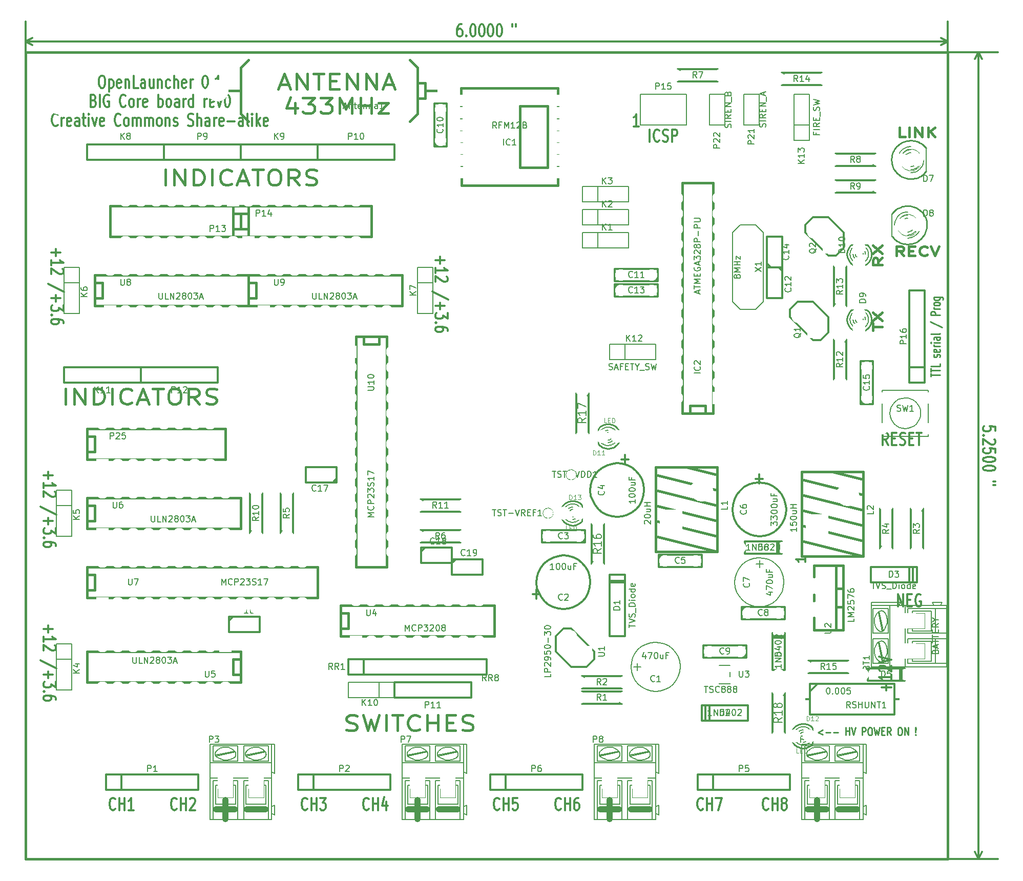
<source format=gto>
G04 (created by PCBNEW-RS274X (2011-05-25)-stable) date Mon 06 Aug 2012 09:01:28 PM MDT*
G01*
G70*
G90*
%MOIN*%
G04 Gerber Fmt 3.4, Leading zero omitted, Abs format*
%FSLAX34Y34*%
G04 APERTURE LIST*
%ADD10C,0.006000*%
%ADD11C,0.010000*%
%ADD12C,0.012000*%
%ADD13C,0.015000*%
%ADD14C,0.040000*%
%ADD15C,0.018000*%
%ADD16C,0.008000*%
%ADD17C,0.003000*%
%ADD18C,0.005000*%
%ADD19C,0.002600*%
%ADD20C,0.000100*%
%ADD21C,0.003500*%
%ADD22R,0.140000X0.140000*%
%ADD23C,0.140000*%
%ADD24R,0.080000X0.080000*%
%ADD25C,0.080000*%
%ADD26C,0.086000*%
%ADD27O,0.110000X0.082000*%
%ADD28R,0.110000X0.082000*%
%ADD29O,0.082000X0.110000*%
%ADD30R,0.082000X0.110000*%
%ADD31C,0.090000*%
%ADD32R,0.090000X0.090000*%
%ADD33R,0.075000X0.075000*%
%ADD34C,0.075000*%
%ADD35R,0.098700X0.075100*%
%ADD36O,0.176000X0.098000*%
%ADD37R,0.085000X0.085000*%
%ADD38C,0.085000*%
%ADD39R,0.050000X0.040000*%
%ADD40O,0.098000X0.176000*%
%ADD41O,0.118400X0.090900*%
%ADD42C,0.320000*%
%ADD43R,0.147600X0.147600*%
%ADD44C,0.147600*%
%ADD45C,0.065000*%
G04 APERTURE END LIST*
G54D10*
G54D11*
X80134Y-56369D02*
X79829Y-56512D01*
X80134Y-56655D01*
X80324Y-56512D02*
X80629Y-56512D01*
X80819Y-56512D02*
X81124Y-56512D01*
X81619Y-56702D02*
X81619Y-56202D01*
X81619Y-56440D02*
X81848Y-56440D01*
X81848Y-56702D02*
X81848Y-56202D01*
X81981Y-56202D02*
X82114Y-56702D01*
X82248Y-56202D01*
X82686Y-56702D02*
X82686Y-56202D01*
X82839Y-56202D01*
X82877Y-56226D01*
X82896Y-56250D01*
X82915Y-56298D01*
X82915Y-56369D01*
X82896Y-56417D01*
X82877Y-56440D01*
X82839Y-56464D01*
X82686Y-56464D01*
X83162Y-56202D02*
X83239Y-56202D01*
X83277Y-56226D01*
X83315Y-56274D01*
X83334Y-56369D01*
X83334Y-56536D01*
X83315Y-56631D01*
X83277Y-56679D01*
X83239Y-56702D01*
X83162Y-56702D01*
X83124Y-56679D01*
X83086Y-56631D01*
X83067Y-56536D01*
X83067Y-56369D01*
X83086Y-56274D01*
X83124Y-56226D01*
X83162Y-56202D01*
X83467Y-56202D02*
X83562Y-56702D01*
X83639Y-56345D01*
X83715Y-56702D01*
X83810Y-56202D01*
X83962Y-56440D02*
X84096Y-56440D01*
X84153Y-56702D02*
X83962Y-56702D01*
X83962Y-56202D01*
X84153Y-56202D01*
X84553Y-56702D02*
X84419Y-56464D01*
X84324Y-56702D02*
X84324Y-56202D01*
X84477Y-56202D01*
X84515Y-56226D01*
X84534Y-56250D01*
X84553Y-56298D01*
X84553Y-56369D01*
X84534Y-56417D01*
X84515Y-56440D01*
X84477Y-56464D01*
X84324Y-56464D01*
X85105Y-56202D02*
X85182Y-56202D01*
X85220Y-56226D01*
X85258Y-56274D01*
X85277Y-56369D01*
X85277Y-56536D01*
X85258Y-56631D01*
X85220Y-56679D01*
X85182Y-56702D01*
X85105Y-56702D01*
X85067Y-56679D01*
X85029Y-56631D01*
X85010Y-56536D01*
X85010Y-56369D01*
X85029Y-56274D01*
X85067Y-56226D01*
X85105Y-56202D01*
X85448Y-56702D02*
X85448Y-56202D01*
X85677Y-56702D01*
X85677Y-56202D01*
X86172Y-56655D02*
X86191Y-56679D01*
X86172Y-56702D01*
X86153Y-56679D01*
X86172Y-56655D01*
X86172Y-56702D01*
X86172Y-56512D02*
X86153Y-56226D01*
X86172Y-56202D01*
X86191Y-56226D01*
X86172Y-56512D01*
X86172Y-56202D01*
G54D12*
X61272Y-47519D02*
X61729Y-47519D01*
X61500Y-47824D02*
X61500Y-47214D01*
X67022Y-38769D02*
X67479Y-38769D01*
X67250Y-39074D02*
X67250Y-38464D01*
X75772Y-40019D02*
X76229Y-40019D01*
X76000Y-40324D02*
X76000Y-39714D01*
X68172Y-17074D02*
X67829Y-17074D01*
X68001Y-17074D02*
X68001Y-16274D01*
X67944Y-16388D01*
X67886Y-16464D01*
X67829Y-16502D01*
X68865Y-18074D02*
X68865Y-17274D01*
X69494Y-17998D02*
X69465Y-18036D01*
X69379Y-18074D01*
X69322Y-18074D01*
X69237Y-18036D01*
X69179Y-17960D01*
X69151Y-17883D01*
X69122Y-17731D01*
X69122Y-17617D01*
X69151Y-17464D01*
X69179Y-17388D01*
X69237Y-17312D01*
X69322Y-17274D01*
X69379Y-17274D01*
X69465Y-17312D01*
X69494Y-17350D01*
X69722Y-18036D02*
X69808Y-18074D01*
X69951Y-18074D01*
X70008Y-18036D01*
X70037Y-17998D01*
X70065Y-17921D01*
X70065Y-17845D01*
X70037Y-17769D01*
X70008Y-17731D01*
X69951Y-17693D01*
X69837Y-17655D01*
X69779Y-17617D01*
X69751Y-17579D01*
X69722Y-17502D01*
X69722Y-17426D01*
X69751Y-17350D01*
X69779Y-17312D01*
X69837Y-17274D01*
X69979Y-17274D01*
X70065Y-17312D01*
X70322Y-18074D02*
X70322Y-17274D01*
X70550Y-17274D01*
X70608Y-17312D01*
X70636Y-17350D01*
X70665Y-17426D01*
X70665Y-17540D01*
X70636Y-17617D01*
X70608Y-17655D01*
X70550Y-17693D01*
X70322Y-17693D01*
X56623Y-10435D02*
X56509Y-10435D01*
X56452Y-10473D01*
X56423Y-10511D01*
X56366Y-10625D01*
X56337Y-10778D01*
X56337Y-11082D01*
X56366Y-11159D01*
X56394Y-11197D01*
X56452Y-11235D01*
X56566Y-11235D01*
X56623Y-11197D01*
X56652Y-11159D01*
X56680Y-11082D01*
X56680Y-10892D01*
X56652Y-10816D01*
X56623Y-10778D01*
X56566Y-10740D01*
X56452Y-10740D01*
X56394Y-10778D01*
X56366Y-10816D01*
X56337Y-10892D01*
X56937Y-11159D02*
X56965Y-11197D01*
X56937Y-11235D01*
X56908Y-11197D01*
X56937Y-11159D01*
X56937Y-11235D01*
X57337Y-10435D02*
X57394Y-10435D01*
X57451Y-10473D01*
X57480Y-10511D01*
X57509Y-10587D01*
X57537Y-10740D01*
X57537Y-10930D01*
X57509Y-11082D01*
X57480Y-11159D01*
X57451Y-11197D01*
X57394Y-11235D01*
X57337Y-11235D01*
X57280Y-11197D01*
X57251Y-11159D01*
X57223Y-11082D01*
X57194Y-10930D01*
X57194Y-10740D01*
X57223Y-10587D01*
X57251Y-10511D01*
X57280Y-10473D01*
X57337Y-10435D01*
X57908Y-10435D02*
X57965Y-10435D01*
X58022Y-10473D01*
X58051Y-10511D01*
X58080Y-10587D01*
X58108Y-10740D01*
X58108Y-10930D01*
X58080Y-11082D01*
X58051Y-11159D01*
X58022Y-11197D01*
X57965Y-11235D01*
X57908Y-11235D01*
X57851Y-11197D01*
X57822Y-11159D01*
X57794Y-11082D01*
X57765Y-10930D01*
X57765Y-10740D01*
X57794Y-10587D01*
X57822Y-10511D01*
X57851Y-10473D01*
X57908Y-10435D01*
X58479Y-10435D02*
X58536Y-10435D01*
X58593Y-10473D01*
X58622Y-10511D01*
X58651Y-10587D01*
X58679Y-10740D01*
X58679Y-10930D01*
X58651Y-11082D01*
X58622Y-11159D01*
X58593Y-11197D01*
X58536Y-11235D01*
X58479Y-11235D01*
X58422Y-11197D01*
X58393Y-11159D01*
X58365Y-11082D01*
X58336Y-10930D01*
X58336Y-10740D01*
X58365Y-10587D01*
X58393Y-10511D01*
X58422Y-10473D01*
X58479Y-10435D01*
X59050Y-10435D02*
X59107Y-10435D01*
X59164Y-10473D01*
X59193Y-10511D01*
X59222Y-10587D01*
X59250Y-10740D01*
X59250Y-10930D01*
X59222Y-11082D01*
X59193Y-11159D01*
X59164Y-11197D01*
X59107Y-11235D01*
X59050Y-11235D01*
X58993Y-11197D01*
X58964Y-11159D01*
X58936Y-11082D01*
X58907Y-10930D01*
X58907Y-10740D01*
X58936Y-10587D01*
X58964Y-10511D01*
X58993Y-10473D01*
X59050Y-10435D01*
X59935Y-10435D02*
X59935Y-10587D01*
X60164Y-10435D02*
X60164Y-10587D01*
X28250Y-11551D02*
X88250Y-11551D01*
X28250Y-12250D02*
X28250Y-10271D01*
X88250Y-12250D02*
X88250Y-10271D01*
X88250Y-11551D02*
X87807Y-11781D01*
X88250Y-11551D02*
X87807Y-11321D01*
X28250Y-11551D02*
X28693Y-11781D01*
X28250Y-11551D02*
X28693Y-11321D01*
X91362Y-36901D02*
X91362Y-36615D01*
X90981Y-36587D01*
X91019Y-36616D01*
X91057Y-36673D01*
X91057Y-36816D01*
X91019Y-36873D01*
X90981Y-36902D01*
X90905Y-36930D01*
X90715Y-36930D01*
X90638Y-36902D01*
X90600Y-36874D01*
X90562Y-36817D01*
X90562Y-36674D01*
X90600Y-36617D01*
X90638Y-36587D01*
X90639Y-37187D02*
X90601Y-37216D01*
X90563Y-37188D01*
X90601Y-37159D01*
X90639Y-37187D01*
X90563Y-37188D01*
X91287Y-37443D02*
X91325Y-37472D01*
X91363Y-37529D01*
X91364Y-37672D01*
X91326Y-37729D01*
X91288Y-37758D01*
X91212Y-37786D01*
X91136Y-37787D01*
X91021Y-37759D01*
X90563Y-37417D01*
X90564Y-37788D01*
X91365Y-38329D02*
X91364Y-38043D01*
X90983Y-38015D01*
X91021Y-38044D01*
X91059Y-38101D01*
X91060Y-38244D01*
X91022Y-38301D01*
X90984Y-38330D01*
X90908Y-38358D01*
X90718Y-38358D01*
X90641Y-38330D01*
X90603Y-38301D01*
X90565Y-38245D01*
X90564Y-38102D01*
X90602Y-38044D01*
X90640Y-38015D01*
X91365Y-38728D02*
X91365Y-38785D01*
X91328Y-38842D01*
X91290Y-38871D01*
X91214Y-38900D01*
X91061Y-38929D01*
X90871Y-38929D01*
X90719Y-38901D01*
X90642Y-38872D01*
X90604Y-38843D01*
X90565Y-38787D01*
X90565Y-38730D01*
X90603Y-38672D01*
X90641Y-38643D01*
X90718Y-38615D01*
X90870Y-38586D01*
X91060Y-38586D01*
X91213Y-38614D01*
X91289Y-38642D01*
X91327Y-38671D01*
X91365Y-38728D01*
X91366Y-39299D02*
X91366Y-39356D01*
X91329Y-39413D01*
X91291Y-39442D01*
X91215Y-39471D01*
X91062Y-39500D01*
X90872Y-39500D01*
X90720Y-39472D01*
X90643Y-39443D01*
X90605Y-39414D01*
X90566Y-39358D01*
X90566Y-39301D01*
X90604Y-39243D01*
X90642Y-39214D01*
X90719Y-39186D01*
X90871Y-39157D01*
X91061Y-39157D01*
X91214Y-39185D01*
X91290Y-39213D01*
X91328Y-39242D01*
X91366Y-39299D01*
X91368Y-40184D02*
X91216Y-40184D01*
X91368Y-40413D02*
X91216Y-40413D01*
X90249Y-12250D02*
X90249Y-64750D01*
X88250Y-12250D02*
X91529Y-12250D01*
X88250Y-64750D02*
X91529Y-64750D01*
X90249Y-64750D02*
X90019Y-64307D01*
X90249Y-64750D02*
X90479Y-64307D01*
X90249Y-12250D02*
X90019Y-12693D01*
X90249Y-12250D02*
X90479Y-12693D01*
G54D13*
X28250Y-64750D02*
X28250Y-62500D01*
X88250Y-64750D02*
X88250Y-62500D01*
G54D14*
X55141Y-61538D02*
X56360Y-61538D01*
X42641Y-61538D02*
X43860Y-61538D01*
X81141Y-61538D02*
X82360Y-61538D01*
X53141Y-61538D02*
X54360Y-61538D01*
X53750Y-62148D02*
X53750Y-60929D01*
X67641Y-61538D02*
X68860Y-61538D01*
X65641Y-61538D02*
X66860Y-61538D01*
X66250Y-62148D02*
X66250Y-60929D01*
X40641Y-61538D02*
X41860Y-61538D01*
X41250Y-62148D02*
X41250Y-60929D01*
X79141Y-61538D02*
X80360Y-61538D01*
X79750Y-62148D02*
X79750Y-60929D01*
G54D13*
X83993Y-25633D02*
X83707Y-25900D01*
X83993Y-26091D02*
X83393Y-26091D01*
X83393Y-25786D01*
X83421Y-25710D01*
X83450Y-25671D01*
X83507Y-25633D01*
X83593Y-25633D01*
X83650Y-25671D01*
X83679Y-25710D01*
X83707Y-25786D01*
X83707Y-26091D01*
X83393Y-25367D02*
X83993Y-24833D01*
X83393Y-24833D02*
X83993Y-25367D01*
X83393Y-30360D02*
X83393Y-29903D01*
X83993Y-30131D02*
X83393Y-30131D01*
X83393Y-29712D02*
X83993Y-29178D01*
X83393Y-29178D02*
X83993Y-29712D01*
G54D12*
X55231Y-25572D02*
X55231Y-26029D01*
X54926Y-25800D02*
X55536Y-25800D01*
X54926Y-26629D02*
X54926Y-26286D01*
X54926Y-26458D02*
X55726Y-26458D01*
X55612Y-26401D01*
X55536Y-26343D01*
X55498Y-26286D01*
X55650Y-26857D02*
X55688Y-26886D01*
X55726Y-26943D01*
X55726Y-27086D01*
X55688Y-27143D01*
X55650Y-27172D01*
X55574Y-27200D01*
X55498Y-27200D01*
X55383Y-27172D01*
X54926Y-26829D01*
X54926Y-27200D01*
X55764Y-28342D02*
X54736Y-27828D01*
X55231Y-28543D02*
X55231Y-29000D01*
X54926Y-28771D02*
X55536Y-28771D01*
X55726Y-29229D02*
X55726Y-29600D01*
X55421Y-29400D01*
X55421Y-29486D01*
X55383Y-29543D01*
X55345Y-29572D01*
X55269Y-29600D01*
X55079Y-29600D01*
X55002Y-29572D01*
X54964Y-29543D01*
X54926Y-29486D01*
X54926Y-29314D01*
X54964Y-29257D01*
X55002Y-29229D01*
X55002Y-29857D02*
X54964Y-29885D01*
X54926Y-29857D01*
X54964Y-29828D01*
X55002Y-29857D01*
X54926Y-29857D01*
X55726Y-30400D02*
X55726Y-30286D01*
X55688Y-30229D01*
X55650Y-30200D01*
X55536Y-30143D01*
X55383Y-30114D01*
X55079Y-30114D01*
X55002Y-30143D01*
X54964Y-30171D01*
X54926Y-30229D01*
X54926Y-30343D01*
X54964Y-30400D01*
X55002Y-30429D01*
X55079Y-30457D01*
X55269Y-30457D01*
X55345Y-30429D01*
X55383Y-30400D01*
X55421Y-30343D01*
X55421Y-30229D01*
X55383Y-30171D01*
X55345Y-30143D01*
X55269Y-30114D01*
X29731Y-49572D02*
X29731Y-50029D01*
X29426Y-49800D02*
X30036Y-49800D01*
X29426Y-50629D02*
X29426Y-50286D01*
X29426Y-50458D02*
X30226Y-50458D01*
X30112Y-50401D01*
X30036Y-50343D01*
X29998Y-50286D01*
X30150Y-50857D02*
X30188Y-50886D01*
X30226Y-50943D01*
X30226Y-51086D01*
X30188Y-51143D01*
X30150Y-51172D01*
X30074Y-51200D01*
X29998Y-51200D01*
X29883Y-51172D01*
X29426Y-50829D01*
X29426Y-51200D01*
X30264Y-52342D02*
X29236Y-51828D01*
X29731Y-52543D02*
X29731Y-53000D01*
X29426Y-52771D02*
X30036Y-52771D01*
X30226Y-53229D02*
X30226Y-53600D01*
X29921Y-53400D01*
X29921Y-53486D01*
X29883Y-53543D01*
X29845Y-53572D01*
X29769Y-53600D01*
X29579Y-53600D01*
X29502Y-53572D01*
X29464Y-53543D01*
X29426Y-53486D01*
X29426Y-53314D01*
X29464Y-53257D01*
X29502Y-53229D01*
X29502Y-53857D02*
X29464Y-53885D01*
X29426Y-53857D01*
X29464Y-53828D01*
X29502Y-53857D01*
X29426Y-53857D01*
X30226Y-54400D02*
X30226Y-54286D01*
X30188Y-54229D01*
X30150Y-54200D01*
X30036Y-54143D01*
X29883Y-54114D01*
X29579Y-54114D01*
X29502Y-54143D01*
X29464Y-54171D01*
X29426Y-54229D01*
X29426Y-54343D01*
X29464Y-54400D01*
X29502Y-54429D01*
X29579Y-54457D01*
X29769Y-54457D01*
X29845Y-54429D01*
X29883Y-54400D01*
X29921Y-54343D01*
X29921Y-54229D01*
X29883Y-54171D01*
X29845Y-54143D01*
X29769Y-54114D01*
X29731Y-39572D02*
X29731Y-40029D01*
X29426Y-39800D02*
X30036Y-39800D01*
X29426Y-40629D02*
X29426Y-40286D01*
X29426Y-40458D02*
X30226Y-40458D01*
X30112Y-40401D01*
X30036Y-40343D01*
X29998Y-40286D01*
X30150Y-40857D02*
X30188Y-40886D01*
X30226Y-40943D01*
X30226Y-41086D01*
X30188Y-41143D01*
X30150Y-41172D01*
X30074Y-41200D01*
X29998Y-41200D01*
X29883Y-41172D01*
X29426Y-40829D01*
X29426Y-41200D01*
X30264Y-42342D02*
X29236Y-41828D01*
X29731Y-42543D02*
X29731Y-43000D01*
X29426Y-42771D02*
X30036Y-42771D01*
X30226Y-43229D02*
X30226Y-43600D01*
X29921Y-43400D01*
X29921Y-43486D01*
X29883Y-43543D01*
X29845Y-43572D01*
X29769Y-43600D01*
X29579Y-43600D01*
X29502Y-43572D01*
X29464Y-43543D01*
X29426Y-43486D01*
X29426Y-43314D01*
X29464Y-43257D01*
X29502Y-43229D01*
X29502Y-43857D02*
X29464Y-43885D01*
X29426Y-43857D01*
X29464Y-43828D01*
X29502Y-43857D01*
X29426Y-43857D01*
X30226Y-44400D02*
X30226Y-44286D01*
X30188Y-44229D01*
X30150Y-44200D01*
X30036Y-44143D01*
X29883Y-44114D01*
X29579Y-44114D01*
X29502Y-44143D01*
X29464Y-44171D01*
X29426Y-44229D01*
X29426Y-44343D01*
X29464Y-44400D01*
X29502Y-44429D01*
X29579Y-44457D01*
X29769Y-44457D01*
X29845Y-44429D01*
X29883Y-44400D01*
X29921Y-44343D01*
X29921Y-44229D01*
X29883Y-44171D01*
X29845Y-44143D01*
X29769Y-44114D01*
X30231Y-25072D02*
X30231Y-25529D01*
X29926Y-25300D02*
X30536Y-25300D01*
X29926Y-26129D02*
X29926Y-25786D01*
X29926Y-25958D02*
X30726Y-25958D01*
X30612Y-25901D01*
X30536Y-25843D01*
X30498Y-25786D01*
X30650Y-26357D02*
X30688Y-26386D01*
X30726Y-26443D01*
X30726Y-26586D01*
X30688Y-26643D01*
X30650Y-26672D01*
X30574Y-26700D01*
X30498Y-26700D01*
X30383Y-26672D01*
X29926Y-26329D01*
X29926Y-26700D01*
X30764Y-27842D02*
X29736Y-27328D01*
X30231Y-28043D02*
X30231Y-28500D01*
X29926Y-28271D02*
X30536Y-28271D01*
X30726Y-28729D02*
X30726Y-29100D01*
X30421Y-28900D01*
X30421Y-28986D01*
X30383Y-29043D01*
X30345Y-29072D01*
X30269Y-29100D01*
X30079Y-29100D01*
X30002Y-29072D01*
X29964Y-29043D01*
X29926Y-28986D01*
X29926Y-28814D01*
X29964Y-28757D01*
X30002Y-28729D01*
X30002Y-29357D02*
X29964Y-29385D01*
X29926Y-29357D01*
X29964Y-29328D01*
X30002Y-29357D01*
X29926Y-29357D01*
X30726Y-29900D02*
X30726Y-29786D01*
X30688Y-29729D01*
X30650Y-29700D01*
X30536Y-29643D01*
X30383Y-29614D01*
X30079Y-29614D01*
X30002Y-29643D01*
X29964Y-29671D01*
X29926Y-29729D01*
X29926Y-29843D01*
X29964Y-29900D01*
X30002Y-29929D01*
X30079Y-29957D01*
X30269Y-29957D01*
X30345Y-29929D01*
X30383Y-29900D01*
X30421Y-29843D01*
X30421Y-29729D01*
X30383Y-29671D01*
X30345Y-29643D01*
X30269Y-29614D01*
G54D15*
X30865Y-35155D02*
X30865Y-34155D01*
X31436Y-35155D02*
X31436Y-34155D01*
X32121Y-35155D01*
X32121Y-34155D01*
X32693Y-35155D02*
X32693Y-34155D01*
X32978Y-34155D01*
X33150Y-34202D01*
X33264Y-34298D01*
X33321Y-34393D01*
X33378Y-34583D01*
X33378Y-34726D01*
X33321Y-34917D01*
X33264Y-35012D01*
X33150Y-35107D01*
X32978Y-35155D01*
X32693Y-35155D01*
X33893Y-35155D02*
X33893Y-34155D01*
X35149Y-35060D02*
X35092Y-35107D01*
X34921Y-35155D01*
X34807Y-35155D01*
X34635Y-35107D01*
X34521Y-35012D01*
X34464Y-34917D01*
X34407Y-34726D01*
X34407Y-34583D01*
X34464Y-34393D01*
X34521Y-34298D01*
X34635Y-34202D01*
X34807Y-34155D01*
X34921Y-34155D01*
X35092Y-34202D01*
X35149Y-34250D01*
X35607Y-34869D02*
X36178Y-34869D01*
X35492Y-35155D02*
X35892Y-34155D01*
X36292Y-35155D01*
X36521Y-34155D02*
X37207Y-34155D01*
X36864Y-35155D02*
X36864Y-34155D01*
X37835Y-34155D02*
X38064Y-34155D01*
X38178Y-34202D01*
X38292Y-34298D01*
X38350Y-34488D01*
X38350Y-34821D01*
X38292Y-35012D01*
X38178Y-35107D01*
X38064Y-35155D01*
X37835Y-35155D01*
X37721Y-35107D01*
X37607Y-35012D01*
X37550Y-34821D01*
X37550Y-34488D01*
X37607Y-34298D01*
X37721Y-34202D01*
X37835Y-34155D01*
X39549Y-35155D02*
X39149Y-34679D01*
X38864Y-35155D02*
X38864Y-34155D01*
X39321Y-34155D01*
X39435Y-34202D01*
X39492Y-34250D01*
X39549Y-34345D01*
X39549Y-34488D01*
X39492Y-34583D01*
X39435Y-34631D01*
X39321Y-34679D01*
X38864Y-34679D01*
X40007Y-35107D02*
X40178Y-35155D01*
X40464Y-35155D01*
X40578Y-35107D01*
X40635Y-35060D01*
X40692Y-34964D01*
X40692Y-34869D01*
X40635Y-34774D01*
X40578Y-34726D01*
X40464Y-34679D01*
X40235Y-34631D01*
X40121Y-34583D01*
X40064Y-34536D01*
X40007Y-34440D01*
X40007Y-34345D01*
X40064Y-34250D01*
X40121Y-34202D01*
X40235Y-34155D01*
X40521Y-34155D01*
X40692Y-34202D01*
G54D12*
X85007Y-48324D02*
X85007Y-47524D01*
X85350Y-48324D01*
X85350Y-47524D01*
X85636Y-47905D02*
X85836Y-47905D01*
X85922Y-48324D02*
X85636Y-48324D01*
X85636Y-47524D01*
X85922Y-47524D01*
X86493Y-47562D02*
X86436Y-47524D01*
X86350Y-47524D01*
X86265Y-47562D01*
X86207Y-47638D01*
X86179Y-47714D01*
X86150Y-47867D01*
X86150Y-47981D01*
X86179Y-48133D01*
X86207Y-48210D01*
X86265Y-48286D01*
X86350Y-48324D01*
X86407Y-48324D01*
X86493Y-48286D01*
X86522Y-48248D01*
X86522Y-47981D01*
X86407Y-47981D01*
X84269Y-53806D02*
X84269Y-53349D01*
X84574Y-53578D02*
X83964Y-53578D01*
X84574Y-52749D02*
X84574Y-53092D01*
X84574Y-52920D02*
X83774Y-52920D01*
X83888Y-52977D01*
X83964Y-53035D01*
X84002Y-53092D01*
X83850Y-52521D02*
X83812Y-52492D01*
X83774Y-52435D01*
X83774Y-52292D01*
X83812Y-52235D01*
X83850Y-52206D01*
X83926Y-52178D01*
X84002Y-52178D01*
X84117Y-52206D01*
X84574Y-52549D01*
X84574Y-52178D01*
X83774Y-52007D02*
X84574Y-51807D01*
X83774Y-51607D01*
G54D13*
X88250Y-61250D02*
X88250Y-62500D01*
X28250Y-62500D02*
X28250Y-60750D01*
G54D12*
X76586Y-61498D02*
X76557Y-61536D01*
X76471Y-61574D01*
X76414Y-61574D01*
X76329Y-61536D01*
X76271Y-61460D01*
X76243Y-61383D01*
X76214Y-61231D01*
X76214Y-61117D01*
X76243Y-60964D01*
X76271Y-60888D01*
X76329Y-60812D01*
X76414Y-60774D01*
X76471Y-60774D01*
X76557Y-60812D01*
X76586Y-60850D01*
X76843Y-61574D02*
X76843Y-60774D01*
X76843Y-61155D02*
X77186Y-61155D01*
X77186Y-61574D02*
X77186Y-60774D01*
X77558Y-61117D02*
X77500Y-61079D01*
X77472Y-61040D01*
X77443Y-60964D01*
X77443Y-60926D01*
X77472Y-60850D01*
X77500Y-60812D01*
X77558Y-60774D01*
X77672Y-60774D01*
X77729Y-60812D01*
X77758Y-60850D01*
X77786Y-60926D01*
X77786Y-60964D01*
X77758Y-61040D01*
X77729Y-61079D01*
X77672Y-61117D01*
X77558Y-61117D01*
X77500Y-61155D01*
X77472Y-61193D01*
X77443Y-61269D01*
X77443Y-61421D01*
X77472Y-61498D01*
X77500Y-61536D01*
X77558Y-61574D01*
X77672Y-61574D01*
X77729Y-61536D01*
X77758Y-61498D01*
X77786Y-61421D01*
X77786Y-61269D01*
X77758Y-61193D01*
X77729Y-61155D01*
X77672Y-61117D01*
X72336Y-61498D02*
X72307Y-61536D01*
X72221Y-61574D01*
X72164Y-61574D01*
X72079Y-61536D01*
X72021Y-61460D01*
X71993Y-61383D01*
X71964Y-61231D01*
X71964Y-61117D01*
X71993Y-60964D01*
X72021Y-60888D01*
X72079Y-60812D01*
X72164Y-60774D01*
X72221Y-60774D01*
X72307Y-60812D01*
X72336Y-60850D01*
X72593Y-61574D02*
X72593Y-60774D01*
X72593Y-61155D02*
X72936Y-61155D01*
X72936Y-61574D02*
X72936Y-60774D01*
X73165Y-60774D02*
X73565Y-60774D01*
X73308Y-61574D01*
X63086Y-61498D02*
X63057Y-61536D01*
X62971Y-61574D01*
X62914Y-61574D01*
X62829Y-61536D01*
X62771Y-61460D01*
X62743Y-61383D01*
X62714Y-61231D01*
X62714Y-61117D01*
X62743Y-60964D01*
X62771Y-60888D01*
X62829Y-60812D01*
X62914Y-60774D01*
X62971Y-60774D01*
X63057Y-60812D01*
X63086Y-60850D01*
X63343Y-61574D02*
X63343Y-60774D01*
X63343Y-61155D02*
X63686Y-61155D01*
X63686Y-61574D02*
X63686Y-60774D01*
X64229Y-60774D02*
X64115Y-60774D01*
X64058Y-60812D01*
X64029Y-60850D01*
X63972Y-60964D01*
X63943Y-61117D01*
X63943Y-61421D01*
X63972Y-61498D01*
X64000Y-61536D01*
X64058Y-61574D01*
X64172Y-61574D01*
X64229Y-61536D01*
X64258Y-61498D01*
X64286Y-61421D01*
X64286Y-61231D01*
X64258Y-61155D01*
X64229Y-61117D01*
X64172Y-61079D01*
X64058Y-61079D01*
X64000Y-61117D01*
X63972Y-61155D01*
X63943Y-61231D01*
X59086Y-61498D02*
X59057Y-61536D01*
X58971Y-61574D01*
X58914Y-61574D01*
X58829Y-61536D01*
X58771Y-61460D01*
X58743Y-61383D01*
X58714Y-61231D01*
X58714Y-61117D01*
X58743Y-60964D01*
X58771Y-60888D01*
X58829Y-60812D01*
X58914Y-60774D01*
X58971Y-60774D01*
X59057Y-60812D01*
X59086Y-60850D01*
X59343Y-61574D02*
X59343Y-60774D01*
X59343Y-61155D02*
X59686Y-61155D01*
X59686Y-61574D02*
X59686Y-60774D01*
X60258Y-60774D02*
X59972Y-60774D01*
X59943Y-61155D01*
X59972Y-61117D01*
X60029Y-61079D01*
X60172Y-61079D01*
X60229Y-61117D01*
X60258Y-61155D01*
X60286Y-61231D01*
X60286Y-61421D01*
X60258Y-61498D01*
X60229Y-61536D01*
X60172Y-61574D01*
X60029Y-61574D01*
X59972Y-61536D01*
X59943Y-61498D01*
X50586Y-61498D02*
X50557Y-61536D01*
X50471Y-61574D01*
X50414Y-61574D01*
X50329Y-61536D01*
X50271Y-61460D01*
X50243Y-61383D01*
X50214Y-61231D01*
X50214Y-61117D01*
X50243Y-60964D01*
X50271Y-60888D01*
X50329Y-60812D01*
X50414Y-60774D01*
X50471Y-60774D01*
X50557Y-60812D01*
X50586Y-60850D01*
X50843Y-61574D02*
X50843Y-60774D01*
X50843Y-61155D02*
X51186Y-61155D01*
X51186Y-61574D02*
X51186Y-60774D01*
X51729Y-61040D02*
X51729Y-61574D01*
X51586Y-60736D02*
X51443Y-61307D01*
X51815Y-61307D01*
X46586Y-61498D02*
X46557Y-61536D01*
X46471Y-61574D01*
X46414Y-61574D01*
X46329Y-61536D01*
X46271Y-61460D01*
X46243Y-61383D01*
X46214Y-61231D01*
X46214Y-61117D01*
X46243Y-60964D01*
X46271Y-60888D01*
X46329Y-60812D01*
X46414Y-60774D01*
X46471Y-60774D01*
X46557Y-60812D01*
X46586Y-60850D01*
X46843Y-61574D02*
X46843Y-60774D01*
X46843Y-61155D02*
X47186Y-61155D01*
X47186Y-61574D02*
X47186Y-60774D01*
X47415Y-60774D02*
X47786Y-60774D01*
X47586Y-61079D01*
X47672Y-61079D01*
X47729Y-61117D01*
X47758Y-61155D01*
X47786Y-61231D01*
X47786Y-61421D01*
X47758Y-61498D01*
X47729Y-61536D01*
X47672Y-61574D01*
X47500Y-61574D01*
X47443Y-61536D01*
X47415Y-61498D01*
X38086Y-61498D02*
X38057Y-61536D01*
X37971Y-61574D01*
X37914Y-61574D01*
X37829Y-61536D01*
X37771Y-61460D01*
X37743Y-61383D01*
X37714Y-61231D01*
X37714Y-61117D01*
X37743Y-60964D01*
X37771Y-60888D01*
X37829Y-60812D01*
X37914Y-60774D01*
X37971Y-60774D01*
X38057Y-60812D01*
X38086Y-60850D01*
X38343Y-61574D02*
X38343Y-60774D01*
X38343Y-61155D02*
X38686Y-61155D01*
X38686Y-61574D02*
X38686Y-60774D01*
X38943Y-60850D02*
X38972Y-60812D01*
X39029Y-60774D01*
X39172Y-60774D01*
X39229Y-60812D01*
X39258Y-60850D01*
X39286Y-60926D01*
X39286Y-61002D01*
X39258Y-61117D01*
X38915Y-61574D01*
X39286Y-61574D01*
X34086Y-61498D02*
X34057Y-61536D01*
X33971Y-61574D01*
X33914Y-61574D01*
X33829Y-61536D01*
X33771Y-61460D01*
X33743Y-61383D01*
X33714Y-61231D01*
X33714Y-61117D01*
X33743Y-60964D01*
X33771Y-60888D01*
X33829Y-60812D01*
X33914Y-60774D01*
X33971Y-60774D01*
X34057Y-60812D01*
X34086Y-60850D01*
X34343Y-61574D02*
X34343Y-60774D01*
X34343Y-61155D02*
X34686Y-61155D01*
X34686Y-61574D02*
X34686Y-60774D01*
X35286Y-61574D02*
X34943Y-61574D01*
X35115Y-61574D02*
X35115Y-60774D01*
X35058Y-60888D01*
X35000Y-60964D01*
X34943Y-61002D01*
G54D11*
X87143Y-33370D02*
X87143Y-33141D01*
X87743Y-33256D02*
X87143Y-33256D01*
X87143Y-33065D02*
X87143Y-32836D01*
X87743Y-32951D02*
X87143Y-32951D01*
X87743Y-32512D02*
X87743Y-32703D01*
X87143Y-32703D01*
X87714Y-32093D02*
X87743Y-32055D01*
X87743Y-31979D01*
X87714Y-31940D01*
X87657Y-31921D01*
X87629Y-31921D01*
X87571Y-31940D01*
X87543Y-31979D01*
X87543Y-32036D01*
X87514Y-32074D01*
X87457Y-32093D01*
X87429Y-32093D01*
X87371Y-32074D01*
X87343Y-32036D01*
X87343Y-31979D01*
X87371Y-31940D01*
X87714Y-31597D02*
X87743Y-31635D01*
X87743Y-31712D01*
X87714Y-31750D01*
X87657Y-31769D01*
X87429Y-31769D01*
X87371Y-31750D01*
X87343Y-31712D01*
X87343Y-31635D01*
X87371Y-31597D01*
X87429Y-31578D01*
X87486Y-31578D01*
X87543Y-31769D01*
X87743Y-31407D02*
X87343Y-31407D01*
X87457Y-31407D02*
X87400Y-31388D01*
X87371Y-31369D01*
X87343Y-31331D01*
X87343Y-31292D01*
X87743Y-31159D02*
X87343Y-31159D01*
X87143Y-31159D02*
X87171Y-31178D01*
X87200Y-31159D01*
X87171Y-31140D01*
X87143Y-31159D01*
X87200Y-31159D01*
X87743Y-30797D02*
X87429Y-30797D01*
X87371Y-30816D01*
X87343Y-30854D01*
X87343Y-30931D01*
X87371Y-30969D01*
X87714Y-30797D02*
X87743Y-30835D01*
X87743Y-30931D01*
X87714Y-30969D01*
X87657Y-30988D01*
X87600Y-30988D01*
X87543Y-30969D01*
X87514Y-30931D01*
X87514Y-30835D01*
X87486Y-30797D01*
X87743Y-30550D02*
X87714Y-30588D01*
X87657Y-30607D01*
X87143Y-30607D01*
X87114Y-29806D02*
X87886Y-30149D01*
X87743Y-29368D02*
X87143Y-29368D01*
X87143Y-29215D01*
X87171Y-29177D01*
X87200Y-29158D01*
X87257Y-29139D01*
X87343Y-29139D01*
X87400Y-29158D01*
X87429Y-29177D01*
X87457Y-29215D01*
X87457Y-29368D01*
X87743Y-28968D02*
X87343Y-28968D01*
X87457Y-28968D02*
X87400Y-28949D01*
X87371Y-28930D01*
X87343Y-28892D01*
X87343Y-28853D01*
X87743Y-28663D02*
X87714Y-28701D01*
X87686Y-28720D01*
X87629Y-28739D01*
X87457Y-28739D01*
X87400Y-28720D01*
X87371Y-28701D01*
X87343Y-28663D01*
X87343Y-28605D01*
X87371Y-28567D01*
X87400Y-28548D01*
X87457Y-28529D01*
X87629Y-28529D01*
X87686Y-28548D01*
X87714Y-28567D01*
X87743Y-28605D01*
X87743Y-28663D01*
X87343Y-28186D02*
X87829Y-28186D01*
X87886Y-28205D01*
X87914Y-28224D01*
X87943Y-28263D01*
X87943Y-28320D01*
X87914Y-28358D01*
X87714Y-28186D02*
X87743Y-28224D01*
X87743Y-28301D01*
X87714Y-28339D01*
X87686Y-28358D01*
X87629Y-28377D01*
X87457Y-28377D01*
X87400Y-28358D01*
X87371Y-28339D01*
X87343Y-28301D01*
X87343Y-28224D01*
X87371Y-28186D01*
G54D12*
X84379Y-37824D02*
X84179Y-37443D01*
X84036Y-37824D02*
X84036Y-37024D01*
X84264Y-37024D01*
X84322Y-37062D01*
X84350Y-37100D01*
X84379Y-37176D01*
X84379Y-37290D01*
X84350Y-37367D01*
X84322Y-37405D01*
X84264Y-37443D01*
X84036Y-37443D01*
X84636Y-37405D02*
X84836Y-37405D01*
X84922Y-37824D02*
X84636Y-37824D01*
X84636Y-37024D01*
X84922Y-37024D01*
X85150Y-37786D02*
X85236Y-37824D01*
X85379Y-37824D01*
X85436Y-37786D01*
X85465Y-37748D01*
X85493Y-37671D01*
X85493Y-37595D01*
X85465Y-37519D01*
X85436Y-37481D01*
X85379Y-37443D01*
X85265Y-37405D01*
X85207Y-37367D01*
X85179Y-37329D01*
X85150Y-37252D01*
X85150Y-37176D01*
X85179Y-37100D01*
X85207Y-37062D01*
X85265Y-37024D01*
X85407Y-37024D01*
X85493Y-37062D01*
X85750Y-37405D02*
X85950Y-37405D01*
X86036Y-37824D02*
X85750Y-37824D01*
X85750Y-37024D01*
X86036Y-37024D01*
X86207Y-37024D02*
X86550Y-37024D01*
X86379Y-37824D02*
X86379Y-37024D01*
G54D13*
X85393Y-25493D02*
X85126Y-25207D01*
X84935Y-25493D02*
X84935Y-24893D01*
X85240Y-24893D01*
X85316Y-24921D01*
X85355Y-24950D01*
X85393Y-25007D01*
X85393Y-25093D01*
X85355Y-25150D01*
X85316Y-25179D01*
X85240Y-25207D01*
X84935Y-25207D01*
X85735Y-25179D02*
X86002Y-25179D01*
X86116Y-25493D02*
X85735Y-25493D01*
X85735Y-24893D01*
X86116Y-24893D01*
X86917Y-25436D02*
X86879Y-25464D01*
X86764Y-25493D01*
X86688Y-25493D01*
X86574Y-25464D01*
X86498Y-25407D01*
X86459Y-25350D01*
X86421Y-25236D01*
X86421Y-25150D01*
X86459Y-25036D01*
X86498Y-24979D01*
X86574Y-24921D01*
X86688Y-24893D01*
X86764Y-24893D01*
X86879Y-24921D01*
X86917Y-24950D01*
X87145Y-24893D02*
X87412Y-25493D01*
X87679Y-24893D01*
X85488Y-17743D02*
X85107Y-17743D01*
X85107Y-17143D01*
X85755Y-17743D02*
X85755Y-17143D01*
X86136Y-17743D02*
X86136Y-17143D01*
X86594Y-17743D01*
X86594Y-17143D01*
X86974Y-17743D02*
X86974Y-17143D01*
X87432Y-17743D02*
X87089Y-17400D01*
X87432Y-17143D02*
X86974Y-17486D01*
G54D15*
X44815Y-14369D02*
X45386Y-14369D01*
X44700Y-14655D02*
X45100Y-13655D01*
X45500Y-14655D01*
X45901Y-14655D02*
X45901Y-13655D01*
X46586Y-14655D01*
X46586Y-13655D01*
X46986Y-13655D02*
X47672Y-13655D01*
X47329Y-14655D02*
X47329Y-13655D01*
X48072Y-14131D02*
X48472Y-14131D01*
X48643Y-14655D02*
X48072Y-14655D01*
X48072Y-13655D01*
X48643Y-13655D01*
X49158Y-14655D02*
X49158Y-13655D01*
X49843Y-14655D01*
X49843Y-13655D01*
X50415Y-14655D02*
X50415Y-13655D01*
X51100Y-14655D01*
X51100Y-13655D01*
X51615Y-14369D02*
X52186Y-14369D01*
X51500Y-14655D02*
X51900Y-13655D01*
X52300Y-14655D01*
X45786Y-15568D02*
X45786Y-16235D01*
X45500Y-15187D02*
X45215Y-15901D01*
X45957Y-15901D01*
X46300Y-15235D02*
X47043Y-15235D01*
X46643Y-15616D01*
X46815Y-15616D01*
X46929Y-15663D01*
X46986Y-15711D01*
X47043Y-15806D01*
X47043Y-16044D01*
X46986Y-16140D01*
X46929Y-16187D01*
X46815Y-16235D01*
X46472Y-16235D01*
X46358Y-16187D01*
X46300Y-16140D01*
X47443Y-15235D02*
X48186Y-15235D01*
X47786Y-15616D01*
X47958Y-15616D01*
X48072Y-15663D01*
X48129Y-15711D01*
X48186Y-15806D01*
X48186Y-16044D01*
X48129Y-16140D01*
X48072Y-16187D01*
X47958Y-16235D01*
X47615Y-16235D01*
X47501Y-16187D01*
X47443Y-16140D01*
X48701Y-16235D02*
X48701Y-15235D01*
X49101Y-15949D01*
X49501Y-15235D01*
X49501Y-16235D01*
X50072Y-16235D02*
X50072Y-15235D01*
X50072Y-15711D02*
X50757Y-15711D01*
X50757Y-16235D02*
X50757Y-15235D01*
X51214Y-15568D02*
X51843Y-15568D01*
X51214Y-16235D01*
X51843Y-16235D01*
X37365Y-20905D02*
X37365Y-19905D01*
X37936Y-20905D02*
X37936Y-19905D01*
X38621Y-20905D01*
X38621Y-19905D01*
X39193Y-20905D02*
X39193Y-19905D01*
X39478Y-19905D01*
X39650Y-19952D01*
X39764Y-20048D01*
X39821Y-20143D01*
X39878Y-20333D01*
X39878Y-20476D01*
X39821Y-20667D01*
X39764Y-20762D01*
X39650Y-20857D01*
X39478Y-20905D01*
X39193Y-20905D01*
X40393Y-20905D02*
X40393Y-19905D01*
X41649Y-20810D02*
X41592Y-20857D01*
X41421Y-20905D01*
X41307Y-20905D01*
X41135Y-20857D01*
X41021Y-20762D01*
X40964Y-20667D01*
X40907Y-20476D01*
X40907Y-20333D01*
X40964Y-20143D01*
X41021Y-20048D01*
X41135Y-19952D01*
X41307Y-19905D01*
X41421Y-19905D01*
X41592Y-19952D01*
X41649Y-20000D01*
X42107Y-20619D02*
X42678Y-20619D01*
X41992Y-20905D02*
X42392Y-19905D01*
X42792Y-20905D01*
X43021Y-19905D02*
X43707Y-19905D01*
X43364Y-20905D02*
X43364Y-19905D01*
X44335Y-19905D02*
X44564Y-19905D01*
X44678Y-19952D01*
X44792Y-20048D01*
X44850Y-20238D01*
X44850Y-20571D01*
X44792Y-20762D01*
X44678Y-20857D01*
X44564Y-20905D01*
X44335Y-20905D01*
X44221Y-20857D01*
X44107Y-20762D01*
X44050Y-20571D01*
X44050Y-20238D01*
X44107Y-20048D01*
X44221Y-19952D01*
X44335Y-19905D01*
X46049Y-20905D02*
X45649Y-20429D01*
X45364Y-20905D02*
X45364Y-19905D01*
X45821Y-19905D01*
X45935Y-19952D01*
X45992Y-20000D01*
X46049Y-20095D01*
X46049Y-20238D01*
X45992Y-20333D01*
X45935Y-20381D01*
X45821Y-20429D01*
X45364Y-20429D01*
X46507Y-20857D02*
X46678Y-20905D01*
X46964Y-20905D01*
X47078Y-20857D01*
X47135Y-20810D01*
X47192Y-20714D01*
X47192Y-20619D01*
X47135Y-20524D01*
X47078Y-20476D01*
X46964Y-20429D01*
X46735Y-20381D01*
X46621Y-20333D01*
X46564Y-20286D01*
X46507Y-20190D01*
X46507Y-20095D01*
X46564Y-20000D01*
X46621Y-19952D01*
X46735Y-19905D01*
X47021Y-19905D01*
X47192Y-19952D01*
X49137Y-56357D02*
X49308Y-56405D01*
X49594Y-56405D01*
X49708Y-56357D01*
X49765Y-56310D01*
X49822Y-56214D01*
X49822Y-56119D01*
X49765Y-56024D01*
X49708Y-55976D01*
X49594Y-55929D01*
X49365Y-55881D01*
X49251Y-55833D01*
X49194Y-55786D01*
X49137Y-55690D01*
X49137Y-55595D01*
X49194Y-55500D01*
X49251Y-55452D01*
X49365Y-55405D01*
X49651Y-55405D01*
X49822Y-55452D01*
X50222Y-55405D02*
X50508Y-56405D01*
X50737Y-55690D01*
X50965Y-56405D01*
X51251Y-55405D01*
X51708Y-56405D02*
X51708Y-55405D01*
X52107Y-55405D02*
X52793Y-55405D01*
X52450Y-56405D02*
X52450Y-55405D01*
X53878Y-56310D02*
X53821Y-56357D01*
X53650Y-56405D01*
X53536Y-56405D01*
X53364Y-56357D01*
X53250Y-56262D01*
X53193Y-56167D01*
X53136Y-55976D01*
X53136Y-55833D01*
X53193Y-55643D01*
X53250Y-55548D01*
X53364Y-55452D01*
X53536Y-55405D01*
X53650Y-55405D01*
X53821Y-55452D01*
X53878Y-55500D01*
X54393Y-56405D02*
X54393Y-55405D01*
X54393Y-55881D02*
X55078Y-55881D01*
X55078Y-56405D02*
X55078Y-55405D01*
X55650Y-55881D02*
X56050Y-55881D01*
X56221Y-56405D02*
X55650Y-56405D01*
X55650Y-55405D01*
X56221Y-55405D01*
X56679Y-56357D02*
X56850Y-56405D01*
X57136Y-56405D01*
X57250Y-56357D01*
X57307Y-56310D01*
X57364Y-56214D01*
X57364Y-56119D01*
X57307Y-56024D01*
X57250Y-55976D01*
X57136Y-55929D01*
X56907Y-55881D01*
X56793Y-55833D01*
X56736Y-55786D01*
X56679Y-55690D01*
X56679Y-55595D01*
X56736Y-55500D01*
X56793Y-55452D01*
X56907Y-55405D01*
X57193Y-55405D01*
X57364Y-55452D01*
G54D12*
X33172Y-13774D02*
X33286Y-13774D01*
X33344Y-13812D01*
X33401Y-13888D01*
X33429Y-14040D01*
X33429Y-14307D01*
X33401Y-14460D01*
X33344Y-14536D01*
X33286Y-14574D01*
X33172Y-14574D01*
X33115Y-14536D01*
X33058Y-14460D01*
X33029Y-14307D01*
X33029Y-14040D01*
X33058Y-13888D01*
X33115Y-13812D01*
X33172Y-13774D01*
X33687Y-14040D02*
X33687Y-14840D01*
X33687Y-14079D02*
X33744Y-14040D01*
X33858Y-14040D01*
X33915Y-14079D01*
X33944Y-14117D01*
X33973Y-14193D01*
X33973Y-14421D01*
X33944Y-14498D01*
X33915Y-14536D01*
X33858Y-14574D01*
X33744Y-14574D01*
X33687Y-14536D01*
X34458Y-14536D02*
X34401Y-14574D01*
X34287Y-14574D01*
X34230Y-14536D01*
X34201Y-14460D01*
X34201Y-14155D01*
X34230Y-14079D01*
X34287Y-14040D01*
X34401Y-14040D01*
X34458Y-14079D01*
X34487Y-14155D01*
X34487Y-14231D01*
X34201Y-14307D01*
X34744Y-14040D02*
X34744Y-14574D01*
X34744Y-14117D02*
X34772Y-14079D01*
X34830Y-14040D01*
X34915Y-14040D01*
X34972Y-14079D01*
X35001Y-14155D01*
X35001Y-14574D01*
X35573Y-14574D02*
X35287Y-14574D01*
X35287Y-13774D01*
X36030Y-14574D02*
X36030Y-14155D01*
X36001Y-14079D01*
X35944Y-14040D01*
X35830Y-14040D01*
X35773Y-14079D01*
X36030Y-14536D02*
X35973Y-14574D01*
X35830Y-14574D01*
X35773Y-14536D01*
X35744Y-14460D01*
X35744Y-14383D01*
X35773Y-14307D01*
X35830Y-14269D01*
X35973Y-14269D01*
X36030Y-14231D01*
X36573Y-14040D02*
X36573Y-14574D01*
X36316Y-14040D02*
X36316Y-14460D01*
X36344Y-14536D01*
X36402Y-14574D01*
X36487Y-14574D01*
X36544Y-14536D01*
X36573Y-14498D01*
X36859Y-14040D02*
X36859Y-14574D01*
X36859Y-14117D02*
X36887Y-14079D01*
X36945Y-14040D01*
X37030Y-14040D01*
X37087Y-14079D01*
X37116Y-14155D01*
X37116Y-14574D01*
X37659Y-14536D02*
X37602Y-14574D01*
X37488Y-14574D01*
X37430Y-14536D01*
X37402Y-14498D01*
X37373Y-14421D01*
X37373Y-14193D01*
X37402Y-14117D01*
X37430Y-14079D01*
X37488Y-14040D01*
X37602Y-14040D01*
X37659Y-14079D01*
X37916Y-14574D02*
X37916Y-13774D01*
X38173Y-14574D02*
X38173Y-14155D01*
X38144Y-14079D01*
X38087Y-14040D01*
X38002Y-14040D01*
X37944Y-14079D01*
X37916Y-14117D01*
X38687Y-14536D02*
X38630Y-14574D01*
X38516Y-14574D01*
X38459Y-14536D01*
X38430Y-14460D01*
X38430Y-14155D01*
X38459Y-14079D01*
X38516Y-14040D01*
X38630Y-14040D01*
X38687Y-14079D01*
X38716Y-14155D01*
X38716Y-14231D01*
X38430Y-14307D01*
X38973Y-14574D02*
X38973Y-14040D01*
X38973Y-14193D02*
X39001Y-14117D01*
X39030Y-14079D01*
X39087Y-14040D01*
X39144Y-14040D01*
X39915Y-13774D02*
X39972Y-13774D01*
X40029Y-13812D01*
X40058Y-13850D01*
X40087Y-13926D01*
X40115Y-14079D01*
X40115Y-14269D01*
X40087Y-14421D01*
X40058Y-14498D01*
X40029Y-14536D01*
X39972Y-14574D01*
X39915Y-14574D01*
X39858Y-14536D01*
X39829Y-14498D01*
X39801Y-14421D01*
X39772Y-14269D01*
X39772Y-14079D01*
X39801Y-13926D01*
X39829Y-13850D01*
X39858Y-13812D01*
X39915Y-13774D01*
X40372Y-14498D02*
X40400Y-14536D01*
X40372Y-14574D01*
X40343Y-14536D01*
X40372Y-14498D01*
X40372Y-14574D01*
X40972Y-14574D02*
X40629Y-14574D01*
X40801Y-14574D02*
X40801Y-13774D01*
X40744Y-13888D01*
X40686Y-13964D01*
X40629Y-14002D01*
X32673Y-15395D02*
X32759Y-15433D01*
X32787Y-15471D01*
X32816Y-15547D01*
X32816Y-15661D01*
X32787Y-15738D01*
X32759Y-15776D01*
X32701Y-15814D01*
X32473Y-15814D01*
X32473Y-15014D01*
X32673Y-15014D01*
X32730Y-15052D01*
X32759Y-15090D01*
X32787Y-15166D01*
X32787Y-15242D01*
X32759Y-15319D01*
X32730Y-15357D01*
X32673Y-15395D01*
X32473Y-15395D01*
X33073Y-15814D02*
X33073Y-15014D01*
X33673Y-15052D02*
X33616Y-15014D01*
X33530Y-15014D01*
X33445Y-15052D01*
X33387Y-15128D01*
X33359Y-15204D01*
X33330Y-15357D01*
X33330Y-15471D01*
X33359Y-15623D01*
X33387Y-15700D01*
X33445Y-15776D01*
X33530Y-15814D01*
X33587Y-15814D01*
X33673Y-15776D01*
X33702Y-15738D01*
X33702Y-15471D01*
X33587Y-15471D01*
X34759Y-15738D02*
X34730Y-15776D01*
X34644Y-15814D01*
X34587Y-15814D01*
X34502Y-15776D01*
X34444Y-15700D01*
X34416Y-15623D01*
X34387Y-15471D01*
X34387Y-15357D01*
X34416Y-15204D01*
X34444Y-15128D01*
X34502Y-15052D01*
X34587Y-15014D01*
X34644Y-15014D01*
X34730Y-15052D01*
X34759Y-15090D01*
X35102Y-15814D02*
X35044Y-15776D01*
X35016Y-15738D01*
X34987Y-15661D01*
X34987Y-15433D01*
X35016Y-15357D01*
X35044Y-15319D01*
X35102Y-15280D01*
X35187Y-15280D01*
X35244Y-15319D01*
X35273Y-15357D01*
X35302Y-15433D01*
X35302Y-15661D01*
X35273Y-15738D01*
X35244Y-15776D01*
X35187Y-15814D01*
X35102Y-15814D01*
X35559Y-15814D02*
X35559Y-15280D01*
X35559Y-15433D02*
X35587Y-15357D01*
X35616Y-15319D01*
X35673Y-15280D01*
X35730Y-15280D01*
X36158Y-15776D02*
X36101Y-15814D01*
X35987Y-15814D01*
X35930Y-15776D01*
X35901Y-15700D01*
X35901Y-15395D01*
X35930Y-15319D01*
X35987Y-15280D01*
X36101Y-15280D01*
X36158Y-15319D01*
X36187Y-15395D01*
X36187Y-15471D01*
X35901Y-15547D01*
X36901Y-15814D02*
X36901Y-15014D01*
X36901Y-15319D02*
X36958Y-15280D01*
X37072Y-15280D01*
X37129Y-15319D01*
X37158Y-15357D01*
X37187Y-15433D01*
X37187Y-15661D01*
X37158Y-15738D01*
X37129Y-15776D01*
X37072Y-15814D01*
X36958Y-15814D01*
X36901Y-15776D01*
X37530Y-15814D02*
X37472Y-15776D01*
X37444Y-15738D01*
X37415Y-15661D01*
X37415Y-15433D01*
X37444Y-15357D01*
X37472Y-15319D01*
X37530Y-15280D01*
X37615Y-15280D01*
X37672Y-15319D01*
X37701Y-15357D01*
X37730Y-15433D01*
X37730Y-15661D01*
X37701Y-15738D01*
X37672Y-15776D01*
X37615Y-15814D01*
X37530Y-15814D01*
X38244Y-15814D02*
X38244Y-15395D01*
X38215Y-15319D01*
X38158Y-15280D01*
X38044Y-15280D01*
X37987Y-15319D01*
X38244Y-15776D02*
X38187Y-15814D01*
X38044Y-15814D01*
X37987Y-15776D01*
X37958Y-15700D01*
X37958Y-15623D01*
X37987Y-15547D01*
X38044Y-15509D01*
X38187Y-15509D01*
X38244Y-15471D01*
X38530Y-15814D02*
X38530Y-15280D01*
X38530Y-15433D02*
X38558Y-15357D01*
X38587Y-15319D01*
X38644Y-15280D01*
X38701Y-15280D01*
X39158Y-15814D02*
X39158Y-15014D01*
X39158Y-15776D02*
X39101Y-15814D01*
X38987Y-15814D01*
X38929Y-15776D01*
X38901Y-15738D01*
X38872Y-15661D01*
X38872Y-15433D01*
X38901Y-15357D01*
X38929Y-15319D01*
X38987Y-15280D01*
X39101Y-15280D01*
X39158Y-15319D01*
X39901Y-15814D02*
X39901Y-15280D01*
X39901Y-15433D02*
X39929Y-15357D01*
X39958Y-15319D01*
X40015Y-15280D01*
X40072Y-15280D01*
X40500Y-15776D02*
X40443Y-15814D01*
X40329Y-15814D01*
X40272Y-15776D01*
X40243Y-15700D01*
X40243Y-15395D01*
X40272Y-15319D01*
X40329Y-15280D01*
X40443Y-15280D01*
X40500Y-15319D01*
X40529Y-15395D01*
X40529Y-15471D01*
X40243Y-15547D01*
X40729Y-15280D02*
X40872Y-15814D01*
X41014Y-15280D01*
X41357Y-15014D02*
X41414Y-15014D01*
X41471Y-15052D01*
X41500Y-15090D01*
X41529Y-15166D01*
X41557Y-15319D01*
X41557Y-15509D01*
X41529Y-15661D01*
X41500Y-15738D01*
X41471Y-15776D01*
X41414Y-15814D01*
X41357Y-15814D01*
X41300Y-15776D01*
X41271Y-15738D01*
X41243Y-15661D01*
X41214Y-15509D01*
X41214Y-15319D01*
X41243Y-15166D01*
X41271Y-15090D01*
X41300Y-15052D01*
X41357Y-15014D01*
X30344Y-16978D02*
X30315Y-17016D01*
X30229Y-17054D01*
X30172Y-17054D01*
X30087Y-17016D01*
X30029Y-16940D01*
X30001Y-16863D01*
X29972Y-16711D01*
X29972Y-16597D01*
X30001Y-16444D01*
X30029Y-16368D01*
X30087Y-16292D01*
X30172Y-16254D01*
X30229Y-16254D01*
X30315Y-16292D01*
X30344Y-16330D01*
X30601Y-17054D02*
X30601Y-16520D01*
X30601Y-16673D02*
X30629Y-16597D01*
X30658Y-16559D01*
X30715Y-16520D01*
X30772Y-16520D01*
X31200Y-17016D02*
X31143Y-17054D01*
X31029Y-17054D01*
X30972Y-17016D01*
X30943Y-16940D01*
X30943Y-16635D01*
X30972Y-16559D01*
X31029Y-16520D01*
X31143Y-16520D01*
X31200Y-16559D01*
X31229Y-16635D01*
X31229Y-16711D01*
X30943Y-16787D01*
X31743Y-17054D02*
X31743Y-16635D01*
X31714Y-16559D01*
X31657Y-16520D01*
X31543Y-16520D01*
X31486Y-16559D01*
X31743Y-17016D02*
X31686Y-17054D01*
X31543Y-17054D01*
X31486Y-17016D01*
X31457Y-16940D01*
X31457Y-16863D01*
X31486Y-16787D01*
X31543Y-16749D01*
X31686Y-16749D01*
X31743Y-16711D01*
X31943Y-16520D02*
X32172Y-16520D01*
X32029Y-16254D02*
X32029Y-16940D01*
X32057Y-17016D01*
X32115Y-17054D01*
X32172Y-17054D01*
X32372Y-17054D02*
X32372Y-16520D01*
X32372Y-16254D02*
X32343Y-16292D01*
X32372Y-16330D01*
X32400Y-16292D01*
X32372Y-16254D01*
X32372Y-16330D01*
X32601Y-16520D02*
X32744Y-17054D01*
X32886Y-16520D01*
X33343Y-17016D02*
X33286Y-17054D01*
X33172Y-17054D01*
X33115Y-17016D01*
X33086Y-16940D01*
X33086Y-16635D01*
X33115Y-16559D01*
X33172Y-16520D01*
X33286Y-16520D01*
X33343Y-16559D01*
X33372Y-16635D01*
X33372Y-16711D01*
X33086Y-16787D01*
X34429Y-16978D02*
X34400Y-17016D01*
X34314Y-17054D01*
X34257Y-17054D01*
X34172Y-17016D01*
X34114Y-16940D01*
X34086Y-16863D01*
X34057Y-16711D01*
X34057Y-16597D01*
X34086Y-16444D01*
X34114Y-16368D01*
X34172Y-16292D01*
X34257Y-16254D01*
X34314Y-16254D01*
X34400Y-16292D01*
X34429Y-16330D01*
X34772Y-17054D02*
X34714Y-17016D01*
X34686Y-16978D01*
X34657Y-16901D01*
X34657Y-16673D01*
X34686Y-16597D01*
X34714Y-16559D01*
X34772Y-16520D01*
X34857Y-16520D01*
X34914Y-16559D01*
X34943Y-16597D01*
X34972Y-16673D01*
X34972Y-16901D01*
X34943Y-16978D01*
X34914Y-17016D01*
X34857Y-17054D01*
X34772Y-17054D01*
X35229Y-17054D02*
X35229Y-16520D01*
X35229Y-16597D02*
X35257Y-16559D01*
X35315Y-16520D01*
X35400Y-16520D01*
X35457Y-16559D01*
X35486Y-16635D01*
X35486Y-17054D01*
X35486Y-16635D02*
X35515Y-16559D01*
X35572Y-16520D01*
X35657Y-16520D01*
X35715Y-16559D01*
X35743Y-16635D01*
X35743Y-17054D01*
X36029Y-17054D02*
X36029Y-16520D01*
X36029Y-16597D02*
X36057Y-16559D01*
X36115Y-16520D01*
X36200Y-16520D01*
X36257Y-16559D01*
X36286Y-16635D01*
X36286Y-17054D01*
X36286Y-16635D02*
X36315Y-16559D01*
X36372Y-16520D01*
X36457Y-16520D01*
X36515Y-16559D01*
X36543Y-16635D01*
X36543Y-17054D01*
X36915Y-17054D02*
X36857Y-17016D01*
X36829Y-16978D01*
X36800Y-16901D01*
X36800Y-16673D01*
X36829Y-16597D01*
X36857Y-16559D01*
X36915Y-16520D01*
X37000Y-16520D01*
X37057Y-16559D01*
X37086Y-16597D01*
X37115Y-16673D01*
X37115Y-16901D01*
X37086Y-16978D01*
X37057Y-17016D01*
X37000Y-17054D01*
X36915Y-17054D01*
X37372Y-16520D02*
X37372Y-17054D01*
X37372Y-16597D02*
X37400Y-16559D01*
X37458Y-16520D01*
X37543Y-16520D01*
X37600Y-16559D01*
X37629Y-16635D01*
X37629Y-17054D01*
X37886Y-17016D02*
X37943Y-17054D01*
X38058Y-17054D01*
X38115Y-17016D01*
X38143Y-16940D01*
X38143Y-16901D01*
X38115Y-16825D01*
X38058Y-16787D01*
X37972Y-16787D01*
X37915Y-16749D01*
X37886Y-16673D01*
X37886Y-16635D01*
X37915Y-16559D01*
X37972Y-16520D01*
X38058Y-16520D01*
X38115Y-16559D01*
X38829Y-17016D02*
X38915Y-17054D01*
X39058Y-17054D01*
X39115Y-17016D01*
X39144Y-16978D01*
X39172Y-16901D01*
X39172Y-16825D01*
X39144Y-16749D01*
X39115Y-16711D01*
X39058Y-16673D01*
X38944Y-16635D01*
X38886Y-16597D01*
X38858Y-16559D01*
X38829Y-16482D01*
X38829Y-16406D01*
X38858Y-16330D01*
X38886Y-16292D01*
X38944Y-16254D01*
X39086Y-16254D01*
X39172Y-16292D01*
X39429Y-17054D02*
X39429Y-16254D01*
X39686Y-17054D02*
X39686Y-16635D01*
X39657Y-16559D01*
X39600Y-16520D01*
X39515Y-16520D01*
X39457Y-16559D01*
X39429Y-16597D01*
X40229Y-17054D02*
X40229Y-16635D01*
X40200Y-16559D01*
X40143Y-16520D01*
X40029Y-16520D01*
X39972Y-16559D01*
X40229Y-17016D02*
X40172Y-17054D01*
X40029Y-17054D01*
X39972Y-17016D01*
X39943Y-16940D01*
X39943Y-16863D01*
X39972Y-16787D01*
X40029Y-16749D01*
X40172Y-16749D01*
X40229Y-16711D01*
X40515Y-17054D02*
X40515Y-16520D01*
X40515Y-16673D02*
X40543Y-16597D01*
X40572Y-16559D01*
X40629Y-16520D01*
X40686Y-16520D01*
X41114Y-17016D02*
X41057Y-17054D01*
X40943Y-17054D01*
X40886Y-17016D01*
X40857Y-16940D01*
X40857Y-16635D01*
X40886Y-16559D01*
X40943Y-16520D01*
X41057Y-16520D01*
X41114Y-16559D01*
X41143Y-16635D01*
X41143Y-16711D01*
X40857Y-16787D01*
X41400Y-16749D02*
X41857Y-16749D01*
X42400Y-17054D02*
X42400Y-16635D01*
X42371Y-16559D01*
X42314Y-16520D01*
X42200Y-16520D01*
X42143Y-16559D01*
X42400Y-17016D02*
X42343Y-17054D01*
X42200Y-17054D01*
X42143Y-17016D01*
X42114Y-16940D01*
X42114Y-16863D01*
X42143Y-16787D01*
X42200Y-16749D01*
X42343Y-16749D01*
X42400Y-16711D01*
X42772Y-17054D02*
X42714Y-17016D01*
X42686Y-16940D01*
X42686Y-16254D01*
X43000Y-17054D02*
X43000Y-16520D01*
X43000Y-16254D02*
X42971Y-16292D01*
X43000Y-16330D01*
X43028Y-16292D01*
X43000Y-16254D01*
X43000Y-16330D01*
X43286Y-17054D02*
X43286Y-16254D01*
X43343Y-16749D02*
X43514Y-17054D01*
X43514Y-16520D02*
X43286Y-16825D01*
X44000Y-17016D02*
X43943Y-17054D01*
X43829Y-17054D01*
X43772Y-17016D01*
X43743Y-16940D01*
X43743Y-16635D01*
X43772Y-16559D01*
X43829Y-16520D01*
X43943Y-16520D01*
X44000Y-16559D01*
X44029Y-16635D01*
X44029Y-16711D01*
X43743Y-16787D01*
G54D13*
X28250Y-12250D02*
X28250Y-62250D01*
X88250Y-12250D02*
X28250Y-12250D01*
X88250Y-62250D02*
X88250Y-12250D01*
X28250Y-64750D02*
X88250Y-64750D01*
X42250Y-14750D02*
X41250Y-14750D01*
X53750Y-16250D02*
X53250Y-16750D01*
X42750Y-16750D02*
X42250Y-16250D01*
X42250Y-16250D02*
X42250Y-13250D01*
X42250Y-13250D02*
X42750Y-12750D01*
X53250Y-12750D02*
X53750Y-13250D01*
X53750Y-13250D02*
X53750Y-16250D01*
X53750Y-15250D02*
X54250Y-15250D01*
X54250Y-15250D02*
X54250Y-14250D01*
X54250Y-14250D02*
X53750Y-14250D01*
X54250Y-14750D02*
X55250Y-14750D01*
G54D10*
X64500Y-23500D02*
X64500Y-22500D01*
X64500Y-22500D02*
X67500Y-22500D01*
X67500Y-22500D02*
X67500Y-23500D01*
X67500Y-23500D02*
X64500Y-23500D01*
X65500Y-22500D02*
X65500Y-23500D01*
X64500Y-25000D02*
X64500Y-24000D01*
X64500Y-24000D02*
X67500Y-24000D01*
X67500Y-24000D02*
X67500Y-25000D01*
X67500Y-25000D02*
X64500Y-25000D01*
X65500Y-24000D02*
X65500Y-25000D01*
X64500Y-22000D02*
X64500Y-21000D01*
X64500Y-21000D02*
X67500Y-21000D01*
X67500Y-21000D02*
X67500Y-22000D01*
X67500Y-22000D02*
X64500Y-22000D01*
X65500Y-21000D02*
X65500Y-22000D01*
G54D12*
X33500Y-60250D02*
X33500Y-59250D01*
X33500Y-59250D02*
X39500Y-59250D01*
X39500Y-59250D02*
X39500Y-60250D01*
X39500Y-60250D02*
X33500Y-60250D01*
X34500Y-60250D02*
X34500Y-59250D01*
X46000Y-60250D02*
X46000Y-59250D01*
X46000Y-59250D02*
X52000Y-59250D01*
X52000Y-59250D02*
X52000Y-60250D01*
X52000Y-60250D02*
X46000Y-60250D01*
X47000Y-60250D02*
X47000Y-59250D01*
G54D16*
X86870Y-20000D02*
X86870Y-18500D01*
G54D17*
X86557Y-19250D02*
X86543Y-19387D01*
X86503Y-19519D01*
X86438Y-19641D01*
X86351Y-19748D01*
X86245Y-19836D01*
X86123Y-19901D01*
X85992Y-19942D01*
X85854Y-19956D01*
X85718Y-19944D01*
X85586Y-19905D01*
X85463Y-19841D01*
X85356Y-19755D01*
X85267Y-19649D01*
X85201Y-19528D01*
X85159Y-19396D01*
X85144Y-19259D01*
X85155Y-19123D01*
X85193Y-18990D01*
X85256Y-18868D01*
X85342Y-18759D01*
X85447Y-18670D01*
X85567Y-18603D01*
X85699Y-18560D01*
X85836Y-18544D01*
X85972Y-18554D01*
X86105Y-18591D01*
X86228Y-18654D01*
X86337Y-18739D01*
X86427Y-18843D01*
X86495Y-18963D01*
X86539Y-19094D01*
X86556Y-19231D01*
X86557Y-19250D01*
G54D11*
X86849Y-18500D02*
X86780Y-18416D01*
X86704Y-18338D01*
X86621Y-18267D01*
X86532Y-18203D01*
X86438Y-18148D01*
X86340Y-18101D01*
X86238Y-18062D01*
X86133Y-18033D01*
X86026Y-18013D01*
X85917Y-18002D01*
X85809Y-18001D01*
X85700Y-18010D01*
X85593Y-18027D01*
X85487Y-18054D01*
X85384Y-18091D01*
X85285Y-18136D01*
X85190Y-18189D01*
X85100Y-18251D01*
X85016Y-18320D01*
X84938Y-18396D01*
X84867Y-18479D01*
X84803Y-18568D01*
X84748Y-18662D01*
X84701Y-18760D01*
X84662Y-18862D01*
X84633Y-18967D01*
X84613Y-19074D01*
X84602Y-19183D01*
X84601Y-19291D01*
X84610Y-19400D01*
X84627Y-19507D01*
X84654Y-19613D01*
X84691Y-19716D01*
X84736Y-19815D01*
X84789Y-19910D01*
X84851Y-20000D01*
X84920Y-20084D01*
X84996Y-20162D01*
X85079Y-20233D01*
X85168Y-20297D01*
X85262Y-20352D01*
X85360Y-20399D01*
X85462Y-20438D01*
X85567Y-20467D01*
X85674Y-20487D01*
X85783Y-20498D01*
X85891Y-20499D01*
X86000Y-20490D01*
X86107Y-20473D01*
X86213Y-20446D01*
X86316Y-20409D01*
X86415Y-20364D01*
X86510Y-20311D01*
X86600Y-20249D01*
X86684Y-20180D01*
X86762Y-20104D01*
X86833Y-20021D01*
X86849Y-20000D01*
G54D10*
X85850Y-18800D02*
X85811Y-18802D01*
X85772Y-18807D01*
X85734Y-18816D01*
X85697Y-18828D01*
X85660Y-18843D01*
X85626Y-18861D01*
X85592Y-18882D01*
X85561Y-18906D01*
X85532Y-18932D01*
X85506Y-18961D01*
X85482Y-18992D01*
X85461Y-19026D01*
X85443Y-19060D01*
X85428Y-19097D01*
X85416Y-19134D01*
X85407Y-19172D01*
X85402Y-19211D01*
X85400Y-19250D01*
X85850Y-19700D02*
X85889Y-19698D01*
X85928Y-19693D01*
X85966Y-19684D01*
X86003Y-19672D01*
X86040Y-19657D01*
X86075Y-19639D01*
X86108Y-19618D01*
X86139Y-19594D01*
X86168Y-19568D01*
X86194Y-19539D01*
X86218Y-19508D01*
X86239Y-19474D01*
X86257Y-19440D01*
X86272Y-19403D01*
X86284Y-19366D01*
X86293Y-19328D01*
X86298Y-19289D01*
X86300Y-19250D01*
X85850Y-18600D02*
X85794Y-18603D01*
X85738Y-18610D01*
X85682Y-18623D01*
X85628Y-18640D01*
X85576Y-18661D01*
X85526Y-18688D01*
X85478Y-18718D01*
X85433Y-18753D01*
X85391Y-18791D01*
X85353Y-18833D01*
X85318Y-18878D01*
X85288Y-18926D01*
X85261Y-18976D01*
X85240Y-19028D01*
X85223Y-19082D01*
X85210Y-19138D01*
X85203Y-19194D01*
X85200Y-19250D01*
X85850Y-19900D02*
X85906Y-19897D01*
X85962Y-19890D01*
X86018Y-19877D01*
X86072Y-19860D01*
X86124Y-19839D01*
X86175Y-19812D01*
X86222Y-19782D01*
X86267Y-19747D01*
X86309Y-19709D01*
X86347Y-19667D01*
X86382Y-19622D01*
X86412Y-19574D01*
X86439Y-19524D01*
X86460Y-19472D01*
X86477Y-19418D01*
X86490Y-19362D01*
X86497Y-19306D01*
X86500Y-19250D01*
X85850Y-18400D02*
X85776Y-18404D01*
X85703Y-18413D01*
X85631Y-18429D01*
X85560Y-18452D01*
X85491Y-18480D01*
X85426Y-18514D01*
X85363Y-18554D01*
X85304Y-18599D01*
X85249Y-18649D01*
X85199Y-18704D01*
X85154Y-18763D01*
X85114Y-18826D01*
X85080Y-18891D01*
X85052Y-18960D01*
X85029Y-19031D01*
X85013Y-19103D01*
X85004Y-19176D01*
X85000Y-19250D01*
X85850Y-20100D02*
X85924Y-20096D01*
X85997Y-20087D01*
X86069Y-20071D01*
X86140Y-20048D01*
X86209Y-20020D01*
X86275Y-19986D01*
X86337Y-19946D01*
X86396Y-19901D01*
X86451Y-19851D01*
X86501Y-19796D01*
X86546Y-19737D01*
X86586Y-19674D01*
X86620Y-19609D01*
X86648Y-19540D01*
X86671Y-19469D01*
X86687Y-19397D01*
X86696Y-19324D01*
X86700Y-19250D01*
G54D16*
X84630Y-22750D02*
X84630Y-24250D01*
G54D17*
X86357Y-23500D02*
X86343Y-23637D01*
X86303Y-23769D01*
X86238Y-23891D01*
X86151Y-23998D01*
X86045Y-24086D01*
X85923Y-24151D01*
X85792Y-24192D01*
X85654Y-24206D01*
X85518Y-24194D01*
X85386Y-24155D01*
X85263Y-24091D01*
X85156Y-24005D01*
X85067Y-23899D01*
X85001Y-23778D01*
X84959Y-23646D01*
X84944Y-23509D01*
X84955Y-23373D01*
X84993Y-23240D01*
X85056Y-23118D01*
X85142Y-23009D01*
X85247Y-22920D01*
X85367Y-22853D01*
X85499Y-22810D01*
X85636Y-22794D01*
X85772Y-22804D01*
X85905Y-22841D01*
X86028Y-22904D01*
X86137Y-22989D01*
X86227Y-23093D01*
X86295Y-23213D01*
X86339Y-23344D01*
X86356Y-23481D01*
X86357Y-23500D01*
G54D11*
X84651Y-24250D02*
X84720Y-24334D01*
X84796Y-24412D01*
X84879Y-24483D01*
X84968Y-24547D01*
X85062Y-24602D01*
X85160Y-24649D01*
X85262Y-24688D01*
X85367Y-24717D01*
X85474Y-24737D01*
X85583Y-24748D01*
X85691Y-24749D01*
X85800Y-24740D01*
X85907Y-24723D01*
X86013Y-24696D01*
X86116Y-24659D01*
X86215Y-24614D01*
X86310Y-24561D01*
X86400Y-24499D01*
X86484Y-24430D01*
X86562Y-24354D01*
X86633Y-24271D01*
X86697Y-24182D01*
X86752Y-24088D01*
X86799Y-23990D01*
X86838Y-23888D01*
X86867Y-23783D01*
X86887Y-23676D01*
X86898Y-23567D01*
X86899Y-23459D01*
X86890Y-23350D01*
X86873Y-23243D01*
X86846Y-23137D01*
X86809Y-23034D01*
X86764Y-22935D01*
X86711Y-22840D01*
X86649Y-22750D01*
X86580Y-22666D01*
X86504Y-22588D01*
X86421Y-22517D01*
X86332Y-22453D01*
X86238Y-22398D01*
X86140Y-22351D01*
X86038Y-22312D01*
X85933Y-22283D01*
X85826Y-22263D01*
X85717Y-22252D01*
X85609Y-22251D01*
X85500Y-22260D01*
X85393Y-22277D01*
X85287Y-22304D01*
X85184Y-22341D01*
X85085Y-22386D01*
X84990Y-22439D01*
X84900Y-22501D01*
X84816Y-22570D01*
X84738Y-22646D01*
X84667Y-22729D01*
X84651Y-22750D01*
G54D10*
X85650Y-23950D02*
X85689Y-23948D01*
X85728Y-23943D01*
X85766Y-23934D01*
X85803Y-23922D01*
X85840Y-23907D01*
X85875Y-23889D01*
X85908Y-23868D01*
X85939Y-23844D01*
X85968Y-23818D01*
X85994Y-23789D01*
X86018Y-23758D01*
X86039Y-23724D01*
X86057Y-23690D01*
X86072Y-23653D01*
X86084Y-23616D01*
X86093Y-23578D01*
X86098Y-23539D01*
X86100Y-23500D01*
X85650Y-23050D02*
X85611Y-23052D01*
X85572Y-23057D01*
X85534Y-23066D01*
X85497Y-23078D01*
X85460Y-23093D01*
X85426Y-23111D01*
X85392Y-23132D01*
X85361Y-23156D01*
X85332Y-23182D01*
X85306Y-23211D01*
X85282Y-23242D01*
X85261Y-23276D01*
X85243Y-23310D01*
X85228Y-23347D01*
X85216Y-23384D01*
X85207Y-23422D01*
X85202Y-23461D01*
X85200Y-23500D01*
X85650Y-24150D02*
X85706Y-24147D01*
X85762Y-24140D01*
X85818Y-24127D01*
X85872Y-24110D01*
X85924Y-24089D01*
X85975Y-24062D01*
X86022Y-24032D01*
X86067Y-23997D01*
X86109Y-23959D01*
X86147Y-23917D01*
X86182Y-23872D01*
X86212Y-23824D01*
X86239Y-23774D01*
X86260Y-23722D01*
X86277Y-23668D01*
X86290Y-23612D01*
X86297Y-23556D01*
X86300Y-23500D01*
X85650Y-22850D02*
X85594Y-22853D01*
X85538Y-22860D01*
X85482Y-22873D01*
X85428Y-22890D01*
X85376Y-22911D01*
X85326Y-22938D01*
X85278Y-22968D01*
X85233Y-23003D01*
X85191Y-23041D01*
X85153Y-23083D01*
X85118Y-23128D01*
X85088Y-23176D01*
X85061Y-23226D01*
X85040Y-23278D01*
X85023Y-23332D01*
X85010Y-23388D01*
X85003Y-23444D01*
X85000Y-23500D01*
X85650Y-24350D02*
X85724Y-24346D01*
X85797Y-24337D01*
X85869Y-24321D01*
X85940Y-24298D01*
X86009Y-24270D01*
X86075Y-24236D01*
X86137Y-24196D01*
X86196Y-24151D01*
X86251Y-24101D01*
X86301Y-24046D01*
X86346Y-23987D01*
X86386Y-23924D01*
X86420Y-23859D01*
X86448Y-23790D01*
X86471Y-23719D01*
X86487Y-23647D01*
X86496Y-23574D01*
X86500Y-23500D01*
X85650Y-22650D02*
X85576Y-22654D01*
X85503Y-22663D01*
X85431Y-22679D01*
X85360Y-22702D01*
X85291Y-22730D01*
X85226Y-22764D01*
X85163Y-22804D01*
X85104Y-22849D01*
X85049Y-22899D01*
X84999Y-22954D01*
X84954Y-23013D01*
X84914Y-23076D01*
X84880Y-23141D01*
X84852Y-23210D01*
X84829Y-23281D01*
X84813Y-23353D01*
X84804Y-23426D01*
X84800Y-23500D01*
G54D13*
X51750Y-30750D02*
X51750Y-45750D01*
X51750Y-45750D02*
X49750Y-45750D01*
X49750Y-45750D02*
X49750Y-30750D01*
X49750Y-30750D02*
X51750Y-30750D01*
X51250Y-30750D02*
X51250Y-31250D01*
X51250Y-31250D02*
X50250Y-31250D01*
X50250Y-31250D02*
X50250Y-30750D01*
X32250Y-45750D02*
X47250Y-45750D01*
X47250Y-45750D02*
X47250Y-47750D01*
X47250Y-47750D02*
X32250Y-47750D01*
X32250Y-47750D02*
X32250Y-45750D01*
X32250Y-46250D02*
X32750Y-46250D01*
X32750Y-46250D02*
X32750Y-47250D01*
X32750Y-47250D02*
X32250Y-47250D01*
X48750Y-48750D02*
X49250Y-48750D01*
X49250Y-48750D02*
X49250Y-49750D01*
X49250Y-49750D02*
X48750Y-49750D01*
X48750Y-48250D02*
X58750Y-48250D01*
X58750Y-48250D02*
X58750Y-50250D01*
X58750Y-50250D02*
X48750Y-50250D01*
X48750Y-50250D02*
X48750Y-48250D01*
G54D12*
X83250Y-45750D02*
X86250Y-45750D01*
X86250Y-45750D02*
X86250Y-46750D01*
X86250Y-46750D02*
X83250Y-46750D01*
X83250Y-46750D02*
X83250Y-45750D01*
X86000Y-45750D02*
X86000Y-46750D01*
X85750Y-46750D02*
X85750Y-45750D01*
X83250Y-46250D02*
X82750Y-46250D01*
X86250Y-46250D02*
X86750Y-46250D01*
X85750Y-52750D02*
X85450Y-52750D01*
X85450Y-52750D02*
X85450Y-52350D01*
X85450Y-52350D02*
X83050Y-52350D01*
X83050Y-52350D02*
X83050Y-52750D01*
X83050Y-52750D02*
X82750Y-52750D01*
X83050Y-52750D02*
X83050Y-53150D01*
X83050Y-53150D02*
X85450Y-53150D01*
X85450Y-53150D02*
X85450Y-52750D01*
X85250Y-52350D02*
X85250Y-53150D01*
X85150Y-53150D02*
X85150Y-52350D01*
X69400Y-27150D02*
X66600Y-27150D01*
X66600Y-27150D02*
X66600Y-26350D01*
X66600Y-26350D02*
X69400Y-26350D01*
X69400Y-26350D02*
X69400Y-27150D01*
X69400Y-26950D02*
X69200Y-27150D01*
X75150Y-51650D02*
X72350Y-51650D01*
X72350Y-51650D02*
X72350Y-50850D01*
X72350Y-50850D02*
X75150Y-50850D01*
X75150Y-50850D02*
X75150Y-51650D01*
X75150Y-51450D02*
X74950Y-51650D01*
X54850Y-18400D02*
X54850Y-15600D01*
X54850Y-15600D02*
X55650Y-15600D01*
X55650Y-15600D02*
X55650Y-18400D01*
X55650Y-18400D02*
X54850Y-18400D01*
X55050Y-18400D02*
X54850Y-18200D01*
X77500Y-26270D02*
X77500Y-28250D01*
X77500Y-28250D02*
X76500Y-28250D01*
X76500Y-28250D02*
X76500Y-26250D01*
X76500Y-26250D02*
X77500Y-26250D01*
X77250Y-26250D02*
X77500Y-26500D01*
X69450Y-44950D02*
X72250Y-44950D01*
X72250Y-44950D02*
X72250Y-45750D01*
X72250Y-45750D02*
X69450Y-45750D01*
X69450Y-45750D02*
X69450Y-44950D01*
X69450Y-45150D02*
X69650Y-44950D01*
X76500Y-26230D02*
X76500Y-24250D01*
X76500Y-24250D02*
X77500Y-24250D01*
X77500Y-24250D02*
X77500Y-26250D01*
X77500Y-26250D02*
X76500Y-26250D01*
X76750Y-26250D02*
X76500Y-26000D01*
X58500Y-60250D02*
X58500Y-59250D01*
X58500Y-59250D02*
X64500Y-59250D01*
X64500Y-59250D02*
X64500Y-60250D01*
X64500Y-60250D02*
X58500Y-60250D01*
X59500Y-60250D02*
X59500Y-59250D01*
X68500Y-40750D02*
X68466Y-41089D01*
X68367Y-41416D01*
X68207Y-41718D01*
X67991Y-41983D01*
X67728Y-42200D01*
X67428Y-42363D01*
X67101Y-42464D01*
X66762Y-42499D01*
X66423Y-42469D01*
X66095Y-42372D01*
X65792Y-42214D01*
X65526Y-42000D01*
X65307Y-41738D01*
X65142Y-41439D01*
X65039Y-41113D01*
X65001Y-40774D01*
X65029Y-40435D01*
X65123Y-40106D01*
X65280Y-39803D01*
X65492Y-39535D01*
X65752Y-39313D01*
X66050Y-39147D01*
X66375Y-39041D01*
X66714Y-39001D01*
X67053Y-39027D01*
X67382Y-39119D01*
X67687Y-39273D01*
X67956Y-39483D01*
X68180Y-39742D01*
X68348Y-40039D01*
X68456Y-40363D01*
X68499Y-40702D01*
X68500Y-40750D01*
X82600Y-35150D02*
X82600Y-32350D01*
X82600Y-32350D02*
X83400Y-32350D01*
X83400Y-32350D02*
X83400Y-35150D01*
X83400Y-35150D02*
X82600Y-35150D01*
X82800Y-35150D02*
X82600Y-34950D01*
X66750Y-45750D02*
X66750Y-46250D01*
X66750Y-46250D02*
X66250Y-46250D01*
X66250Y-46250D02*
X66250Y-50250D01*
X66250Y-50250D02*
X66750Y-50250D01*
X66750Y-50250D02*
X66750Y-50750D01*
X66750Y-50250D02*
X67250Y-50250D01*
X67250Y-50250D02*
X67250Y-46250D01*
X67250Y-46250D02*
X66750Y-46250D01*
X66250Y-46750D02*
X67250Y-46750D01*
X66250Y-46650D02*
X67250Y-46650D01*
X75250Y-55750D02*
X72250Y-55750D01*
X72250Y-55750D02*
X72250Y-54750D01*
X72250Y-54750D02*
X75250Y-54750D01*
X75250Y-54750D02*
X75250Y-55750D01*
X72500Y-55750D02*
X72500Y-54750D01*
X72750Y-54750D02*
X72750Y-55750D01*
X75250Y-55250D02*
X75750Y-55250D01*
X72250Y-55250D02*
X71750Y-55250D01*
X77250Y-49750D02*
X77250Y-50050D01*
X77250Y-50050D02*
X76850Y-50050D01*
X76850Y-50050D02*
X76850Y-52450D01*
X76850Y-52450D02*
X77250Y-52450D01*
X77250Y-52450D02*
X77250Y-52750D01*
X77250Y-52450D02*
X77650Y-52450D01*
X77650Y-52450D02*
X77650Y-50050D01*
X77650Y-50050D02*
X77250Y-50050D01*
X76850Y-50250D02*
X77650Y-50250D01*
X77650Y-50350D02*
X76850Y-50350D01*
X77750Y-44500D02*
X77450Y-44500D01*
X77450Y-44500D02*
X77450Y-44100D01*
X77450Y-44100D02*
X75050Y-44100D01*
X75050Y-44100D02*
X75050Y-44500D01*
X75050Y-44500D02*
X74750Y-44500D01*
X75050Y-44500D02*
X75050Y-44900D01*
X75050Y-44900D02*
X77450Y-44900D01*
X77450Y-44900D02*
X77450Y-44500D01*
X77250Y-44100D02*
X77250Y-44900D01*
X77150Y-44900D02*
X77150Y-44100D01*
X72000Y-60250D02*
X72000Y-59250D01*
X72000Y-59250D02*
X78000Y-59250D01*
X78000Y-59250D02*
X78000Y-60250D01*
X78000Y-60250D02*
X72000Y-60250D01*
X73000Y-60250D02*
X73000Y-59250D01*
G54D13*
X62230Y-15742D02*
X62230Y-19758D01*
X62230Y-19758D02*
X60419Y-19758D01*
X60419Y-19758D02*
X60419Y-15742D01*
X60419Y-15742D02*
X62230Y-15742D01*
X62880Y-20919D02*
X56620Y-20919D01*
X56620Y-20919D02*
X56600Y-14581D01*
X56600Y-14581D02*
X62880Y-14581D01*
X62880Y-14581D02*
X62880Y-20919D01*
X71000Y-35750D02*
X71000Y-20750D01*
X71000Y-20750D02*
X73000Y-20750D01*
X73000Y-20750D02*
X73000Y-35750D01*
X73000Y-35750D02*
X71000Y-35750D01*
X71500Y-35750D02*
X71500Y-35250D01*
X71500Y-35250D02*
X72500Y-35250D01*
X72500Y-35250D02*
X72500Y-35750D01*
G54D16*
X71250Y-17000D02*
X68250Y-17000D01*
X68250Y-15000D02*
X71250Y-15000D01*
X71250Y-15000D02*
X71250Y-17000D01*
X68250Y-17000D02*
X68250Y-15000D01*
G54D18*
X86500Y-35750D02*
X86480Y-35944D01*
X86424Y-36131D01*
X86332Y-36303D01*
X86209Y-36454D01*
X86059Y-36579D01*
X85887Y-36671D01*
X85701Y-36729D01*
X85506Y-36749D01*
X85313Y-36732D01*
X85126Y-36677D01*
X84953Y-36586D01*
X84801Y-36464D01*
X84675Y-36314D01*
X84581Y-36143D01*
X84522Y-35957D01*
X84501Y-35763D01*
X84517Y-35570D01*
X84571Y-35382D01*
X84660Y-35209D01*
X84781Y-35056D01*
X84930Y-34929D01*
X85100Y-34834D01*
X85286Y-34774D01*
X85480Y-34751D01*
X85673Y-34766D01*
X85861Y-34818D01*
X86035Y-34906D01*
X86189Y-35026D01*
X86317Y-35174D01*
X86413Y-35344D01*
X86475Y-35529D01*
X86499Y-35723D01*
X86500Y-35750D01*
X84000Y-34250D02*
X87000Y-34250D01*
X87000Y-34250D02*
X87000Y-37250D01*
X87000Y-37250D02*
X84000Y-37250D01*
X84000Y-34250D02*
X84000Y-37250D01*
G54D19*
X86750Y-51740D02*
X86750Y-50740D01*
X86750Y-50740D02*
X85650Y-50740D01*
X85650Y-51740D02*
X85650Y-50740D01*
X86750Y-51740D02*
X85650Y-51740D01*
X86750Y-49770D02*
X86750Y-48770D01*
X86750Y-48770D02*
X85650Y-48770D01*
X85650Y-49770D02*
X85650Y-48770D01*
X86750Y-49770D02*
X85650Y-49770D01*
G54D10*
X83300Y-48250D02*
X84500Y-48250D01*
X83300Y-48250D02*
X83300Y-52250D01*
X83300Y-48250D02*
X83300Y-48050D01*
X83300Y-48050D02*
X85200Y-48050D01*
X85200Y-48050D02*
X85100Y-48250D01*
X87900Y-48050D02*
X87800Y-48250D01*
X87800Y-48250D02*
X88200Y-48250D01*
X87250Y-48050D02*
X87350Y-48250D01*
X87350Y-48250D02*
X87800Y-48250D01*
X87250Y-48050D02*
X87900Y-48050D01*
X88200Y-50070D02*
X87450Y-50070D01*
X85650Y-48470D02*
X87450Y-48470D01*
X88200Y-50070D02*
X88200Y-48470D01*
X88200Y-48470D02*
X88200Y-48250D01*
X88200Y-50440D02*
X87450Y-50440D01*
X88200Y-50440D02*
X88200Y-50070D01*
X85650Y-52040D02*
X87450Y-52040D01*
X88200Y-52250D02*
X88200Y-52040D01*
X88200Y-52040D02*
X88200Y-50440D01*
X87450Y-50070D02*
X87450Y-48470D01*
X87450Y-50070D02*
X85650Y-50070D01*
X87450Y-48470D02*
X88200Y-48470D01*
X87450Y-50440D02*
X87450Y-52040D01*
X87450Y-50440D02*
X85650Y-50440D01*
X87450Y-52040D02*
X88200Y-52040D01*
X87200Y-48620D02*
X85950Y-48620D01*
X87200Y-48620D02*
X87200Y-49920D01*
X87200Y-49920D02*
X85950Y-49920D01*
X87200Y-50590D02*
X85950Y-50590D01*
X87200Y-50590D02*
X87200Y-51890D01*
X87200Y-51890D02*
X85950Y-51890D01*
X85950Y-51890D02*
X85950Y-51740D01*
X85950Y-50590D02*
X85950Y-50740D01*
X85950Y-49920D02*
X85950Y-49770D01*
X85950Y-48620D02*
X85950Y-48770D01*
X88200Y-52250D02*
X85500Y-52250D01*
X85500Y-52250D02*
X84500Y-52250D01*
X85100Y-48250D02*
X85500Y-48250D01*
X85500Y-48250D02*
X87350Y-48250D01*
X84500Y-52250D02*
X84500Y-48250D01*
X84500Y-52250D02*
X83300Y-52250D01*
X84500Y-48250D02*
X85100Y-48250D01*
X84400Y-50070D02*
X83400Y-50070D01*
X83400Y-50070D02*
X83400Y-48470D01*
X83400Y-48470D02*
X84400Y-48470D01*
X84400Y-48470D02*
X84400Y-50070D01*
X84400Y-50440D02*
X83400Y-50440D01*
X84400Y-50440D02*
X84400Y-52040D01*
X84400Y-52040D02*
X83400Y-52040D01*
X83400Y-50440D02*
X83400Y-52040D01*
X84000Y-49910D02*
X83750Y-48710D01*
X84050Y-49860D02*
X83800Y-48660D01*
X84000Y-51880D02*
X83750Y-50679D01*
X84050Y-51830D02*
X83800Y-50630D01*
X85650Y-52040D02*
X85650Y-51890D01*
X85650Y-50440D02*
X85650Y-50590D01*
X85650Y-50590D02*
X85650Y-51890D01*
X85500Y-52250D02*
X85500Y-51890D01*
X85500Y-51890D02*
X85500Y-50590D01*
X85500Y-50590D02*
X85500Y-49920D01*
X85500Y-48250D02*
X85500Y-48620D01*
X85500Y-48620D02*
X85500Y-49920D01*
X85650Y-48470D02*
X85650Y-48620D01*
X85650Y-50070D02*
X85650Y-49920D01*
X85650Y-49920D02*
X85650Y-48620D01*
X84141Y-48693D02*
X84125Y-48676D01*
X84107Y-48660D01*
X84088Y-48647D01*
X84068Y-48635D01*
X84047Y-48625D01*
X84025Y-48616D01*
X84003Y-48610D01*
X83980Y-48605D01*
X83956Y-48603D01*
X83934Y-48603D01*
X83911Y-48604D01*
X83888Y-48608D01*
X83865Y-48614D01*
X83843Y-48621D01*
X83822Y-48631D01*
X83801Y-48642D01*
X83782Y-48655D01*
X83764Y-48670D01*
X83762Y-48672D01*
X84109Y-49850D02*
X84158Y-49782D01*
X84202Y-49711D01*
X84239Y-49635D01*
X84269Y-49557D01*
X84292Y-49477D01*
X84308Y-49395D01*
X84317Y-49311D01*
X84319Y-49229D01*
X84314Y-49145D01*
X84301Y-49062D01*
X84281Y-48981D01*
X84254Y-48902D01*
X84220Y-48825D01*
X84180Y-48752D01*
X84133Y-48682D01*
X84128Y-48675D01*
X83760Y-48671D02*
X83709Y-48720D01*
X83662Y-48772D01*
X83620Y-48829D01*
X83583Y-48889D01*
X83551Y-48952D01*
X83526Y-49018D01*
X83506Y-49086D01*
X83491Y-49155D01*
X83483Y-49225D01*
X83482Y-49295D01*
X83486Y-49365D01*
X83496Y-49435D01*
X83513Y-49503D01*
X83535Y-49570D01*
X83563Y-49635D01*
X83597Y-49697D01*
X83636Y-49756D01*
X83680Y-49811D01*
X83729Y-49862D01*
X83781Y-49909D01*
X83761Y-49889D02*
X83777Y-49902D01*
X83793Y-49914D01*
X83811Y-49924D01*
X83829Y-49933D01*
X83848Y-49941D01*
X83868Y-49946D01*
X83887Y-49950D01*
X83908Y-49952D01*
X83927Y-49952D01*
X83947Y-49951D01*
X83967Y-49948D01*
X83987Y-49943D01*
X84006Y-49936D01*
X84025Y-49928D01*
X84043Y-49918D01*
X84059Y-49907D01*
X84075Y-49894D01*
X84090Y-49880D01*
X84103Y-49864D01*
X84115Y-49848D01*
X84124Y-49833D01*
X84142Y-50662D02*
X84126Y-50645D01*
X84108Y-50630D01*
X84089Y-50616D01*
X84069Y-50604D01*
X84048Y-50594D01*
X84026Y-50585D01*
X84003Y-50579D01*
X83980Y-50574D01*
X83957Y-50572D01*
X83934Y-50572D01*
X83911Y-50573D01*
X83888Y-50577D01*
X83865Y-50583D01*
X83843Y-50590D01*
X83821Y-50600D01*
X83801Y-50611D01*
X83781Y-50624D01*
X83763Y-50639D01*
X83762Y-50641D01*
X84109Y-51819D02*
X84158Y-51751D01*
X84202Y-51680D01*
X84239Y-51604D01*
X84269Y-51526D01*
X84292Y-51446D01*
X84308Y-51364D01*
X84317Y-51280D01*
X84319Y-51198D01*
X84314Y-51114D01*
X84301Y-51031D01*
X84281Y-50950D01*
X84254Y-50871D01*
X84220Y-50794D01*
X84180Y-50721D01*
X84133Y-50651D01*
X84128Y-50644D01*
X83757Y-50638D02*
X83706Y-50687D01*
X83659Y-50740D01*
X83617Y-50797D01*
X83580Y-50858D01*
X83549Y-50921D01*
X83523Y-50987D01*
X83503Y-51055D01*
X83489Y-51124D01*
X83481Y-51194D01*
X83480Y-51264D01*
X83484Y-51335D01*
X83495Y-51405D01*
X83511Y-51473D01*
X83534Y-51540D01*
X83562Y-51605D01*
X83596Y-51667D01*
X83635Y-51726D01*
X83679Y-51782D01*
X83728Y-51833D01*
X83781Y-51880D01*
X83762Y-51859D02*
X83777Y-51873D01*
X83794Y-51884D01*
X83811Y-51895D01*
X83830Y-51904D01*
X83849Y-51911D01*
X83868Y-51916D01*
X83888Y-51920D01*
X83908Y-51922D01*
X83928Y-51922D01*
X83948Y-51921D01*
X83968Y-51918D01*
X83988Y-51913D01*
X84007Y-51906D01*
X84026Y-51897D01*
X84043Y-51888D01*
X84060Y-51876D01*
X84076Y-51863D01*
X84090Y-51849D01*
X84104Y-51834D01*
X84115Y-51817D01*
X84124Y-51802D01*
G54D16*
X70850Y-52250D02*
X70819Y-52560D01*
X70729Y-52859D01*
X70582Y-53135D01*
X70385Y-53377D01*
X70144Y-53576D01*
X69870Y-53724D01*
X69571Y-53817D01*
X69261Y-53849D01*
X68951Y-53821D01*
X68651Y-53733D01*
X68374Y-53588D01*
X68131Y-53393D01*
X67930Y-53153D01*
X67780Y-52880D01*
X67685Y-52582D01*
X67651Y-52272D01*
X67677Y-51962D01*
X67763Y-51662D01*
X67906Y-51384D01*
X68100Y-51139D01*
X68337Y-50937D01*
X68610Y-50784D01*
X68907Y-50688D01*
X69217Y-50651D01*
X69527Y-50675D01*
X69828Y-50759D01*
X70107Y-50900D01*
X70353Y-51092D01*
X70557Y-51328D01*
X70711Y-51600D01*
X70810Y-51896D01*
X70849Y-52206D01*
X70850Y-52250D01*
G54D12*
X65000Y-46750D02*
X64966Y-47089D01*
X64867Y-47416D01*
X64707Y-47718D01*
X64491Y-47983D01*
X64228Y-48200D01*
X63928Y-48363D01*
X63601Y-48464D01*
X63262Y-48499D01*
X62923Y-48469D01*
X62595Y-48372D01*
X62292Y-48214D01*
X62026Y-48000D01*
X61807Y-47738D01*
X61642Y-47439D01*
X61539Y-47113D01*
X61501Y-46774D01*
X61529Y-46435D01*
X61623Y-46106D01*
X61780Y-45803D01*
X61992Y-45535D01*
X62252Y-45313D01*
X62550Y-45147D01*
X62875Y-45041D01*
X63214Y-45001D01*
X63553Y-45027D01*
X63882Y-45119D01*
X64187Y-45273D01*
X64456Y-45483D01*
X64680Y-45742D01*
X64848Y-46039D01*
X64956Y-46363D01*
X64999Y-46702D01*
X65000Y-46750D01*
X64650Y-44150D02*
X61850Y-44150D01*
X61850Y-44150D02*
X61850Y-43350D01*
X61850Y-43350D02*
X64650Y-43350D01*
X64650Y-43350D02*
X64650Y-44150D01*
X64650Y-43950D02*
X64450Y-44150D01*
X77750Y-42000D02*
X77716Y-42339D01*
X77617Y-42666D01*
X77457Y-42968D01*
X77241Y-43233D01*
X76978Y-43450D01*
X76678Y-43613D01*
X76351Y-43714D01*
X76012Y-43749D01*
X75673Y-43719D01*
X75345Y-43622D01*
X75042Y-43464D01*
X74776Y-43250D01*
X74557Y-42988D01*
X74392Y-42689D01*
X74289Y-42363D01*
X74251Y-42024D01*
X74279Y-41685D01*
X74373Y-41356D01*
X74530Y-41053D01*
X74742Y-40785D01*
X75002Y-40563D01*
X75300Y-40397D01*
X75625Y-40291D01*
X75964Y-40251D01*
X76303Y-40277D01*
X76632Y-40369D01*
X76937Y-40523D01*
X77206Y-40733D01*
X77430Y-40992D01*
X77598Y-41289D01*
X77706Y-41613D01*
X77749Y-41952D01*
X77750Y-42000D01*
G54D16*
X77600Y-46750D02*
X77569Y-47060D01*
X77479Y-47359D01*
X77332Y-47635D01*
X77135Y-47877D01*
X76894Y-48076D01*
X76620Y-48224D01*
X76321Y-48317D01*
X76011Y-48349D01*
X75701Y-48321D01*
X75401Y-48233D01*
X75124Y-48088D01*
X74881Y-47893D01*
X74680Y-47653D01*
X74530Y-47380D01*
X74435Y-47082D01*
X74401Y-46772D01*
X74427Y-46462D01*
X74513Y-46162D01*
X74656Y-45884D01*
X74850Y-45639D01*
X75087Y-45437D01*
X75360Y-45284D01*
X75657Y-45188D01*
X75967Y-45151D01*
X76277Y-45175D01*
X76578Y-45259D01*
X76857Y-45400D01*
X77103Y-45592D01*
X77307Y-45828D01*
X77461Y-46100D01*
X77560Y-46396D01*
X77599Y-46706D01*
X77600Y-46750D01*
G54D12*
X74850Y-48350D02*
X77650Y-48350D01*
X77650Y-48350D02*
X77650Y-49150D01*
X77650Y-49150D02*
X74850Y-49150D01*
X74850Y-49150D02*
X74850Y-48350D01*
X74850Y-48550D02*
X75050Y-48350D01*
X66600Y-27350D02*
X69400Y-27350D01*
X69400Y-27350D02*
X69400Y-28150D01*
X69400Y-28150D02*
X66600Y-28150D01*
X66600Y-28150D02*
X66600Y-27350D01*
X66600Y-27550D02*
X66800Y-27350D01*
X67250Y-54250D02*
X67050Y-54250D01*
X64250Y-54250D02*
X64450Y-54250D01*
X64450Y-54250D02*
X64450Y-54650D01*
X64450Y-54650D02*
X67050Y-54650D01*
X67050Y-54650D02*
X67050Y-53850D01*
X67050Y-53850D02*
X64450Y-53850D01*
X64450Y-53850D02*
X64450Y-54250D01*
X67050Y-54450D02*
X66850Y-54650D01*
X64250Y-53250D02*
X64450Y-53250D01*
X67250Y-53250D02*
X67050Y-53250D01*
X67050Y-53250D02*
X67050Y-52850D01*
X67050Y-52850D02*
X64450Y-52850D01*
X64450Y-52850D02*
X64450Y-53650D01*
X64450Y-53650D02*
X67050Y-53650D01*
X67050Y-53650D02*
X67050Y-53250D01*
X64450Y-53050D02*
X64650Y-52850D01*
X86250Y-41750D02*
X86250Y-41950D01*
X86250Y-44750D02*
X86250Y-44550D01*
X86250Y-44550D02*
X86650Y-44550D01*
X86650Y-44550D02*
X86650Y-41950D01*
X86650Y-41950D02*
X85850Y-41950D01*
X85850Y-41950D02*
X85850Y-44550D01*
X85850Y-44550D02*
X86250Y-44550D01*
X86450Y-41950D02*
X86650Y-42150D01*
X84250Y-44750D02*
X84250Y-44550D01*
X84250Y-41750D02*
X84250Y-41950D01*
X84250Y-41950D02*
X83850Y-41950D01*
X83850Y-41950D02*
X83850Y-44550D01*
X83850Y-44550D02*
X84650Y-44550D01*
X84650Y-44550D02*
X84650Y-41950D01*
X84650Y-41950D02*
X84250Y-41950D01*
X84050Y-44550D02*
X83850Y-44350D01*
X45250Y-43750D02*
X45250Y-43550D01*
X45250Y-40750D02*
X45250Y-40950D01*
X45250Y-40950D02*
X44850Y-40950D01*
X44850Y-40950D02*
X44850Y-43550D01*
X44850Y-43550D02*
X45650Y-43550D01*
X45650Y-43550D02*
X45650Y-40950D01*
X45650Y-40950D02*
X45250Y-40950D01*
X45050Y-43550D02*
X44850Y-43350D01*
X70500Y-13750D02*
X70700Y-13750D01*
X73500Y-13750D02*
X73300Y-13750D01*
X73300Y-13750D02*
X73300Y-13350D01*
X73300Y-13350D02*
X70700Y-13350D01*
X70700Y-13350D02*
X70700Y-14150D01*
X70700Y-14150D02*
X73300Y-14150D01*
X73300Y-14150D02*
X73300Y-13750D01*
X70700Y-13550D02*
X70900Y-13350D01*
X65250Y-51250D02*
X63750Y-49750D01*
X63750Y-49750D02*
X63250Y-49750D01*
X63250Y-49750D02*
X62750Y-50250D01*
X62750Y-50250D02*
X62750Y-51250D01*
X62750Y-51250D02*
X63750Y-52250D01*
X63750Y-52250D02*
X64750Y-52250D01*
X64750Y-52250D02*
X65250Y-51750D01*
X65250Y-51750D02*
X65250Y-51250D01*
G54D18*
X74100Y-53350D02*
X73400Y-53350D01*
X73400Y-53350D02*
X73400Y-52150D01*
X73400Y-52150D02*
X74100Y-52150D01*
X74100Y-52150D02*
X74100Y-53350D01*
G54D10*
X75750Y-23500D02*
X76250Y-24000D01*
X76250Y-28500D02*
X75750Y-29000D01*
X74750Y-29000D02*
X74250Y-28500D01*
X74750Y-23500D02*
X74250Y-24000D01*
X76250Y-24000D02*
X76250Y-28500D01*
X75750Y-23500D02*
X74750Y-23500D01*
X74250Y-24000D02*
X74250Y-28500D01*
X74750Y-29000D02*
X75750Y-29000D01*
G54D13*
X42750Y-27250D02*
X43250Y-27250D01*
X43250Y-27250D02*
X43250Y-28250D01*
X43250Y-28250D02*
X42750Y-28250D01*
X42750Y-26750D02*
X52750Y-26750D01*
X52750Y-26750D02*
X52750Y-28750D01*
X52750Y-28750D02*
X42750Y-28750D01*
X42750Y-28750D02*
X42750Y-26750D01*
X32750Y-27250D02*
X33250Y-27250D01*
X33250Y-27250D02*
X33250Y-28250D01*
X33250Y-28250D02*
X32750Y-28250D01*
X32750Y-26750D02*
X42750Y-26750D01*
X42750Y-26750D02*
X42750Y-28750D01*
X42750Y-28750D02*
X32750Y-28750D01*
X32750Y-28750D02*
X32750Y-26750D01*
X32250Y-41750D02*
X32750Y-41750D01*
X32750Y-41750D02*
X32750Y-42750D01*
X32750Y-42750D02*
X32250Y-42750D01*
X32250Y-41250D02*
X42250Y-41250D01*
X42250Y-41250D02*
X42250Y-43250D01*
X42250Y-43250D02*
X32250Y-43250D01*
X32250Y-43250D02*
X32250Y-41250D01*
X42250Y-52750D02*
X41750Y-52750D01*
X41750Y-52750D02*
X41750Y-51750D01*
X41750Y-51750D02*
X42250Y-51750D01*
X42250Y-53250D02*
X32250Y-53250D01*
X32250Y-53250D02*
X32250Y-51250D01*
X32250Y-51250D02*
X42250Y-51250D01*
X42250Y-51250D02*
X42250Y-53250D01*
G54D12*
X83750Y-21000D02*
X83550Y-21000D01*
X80750Y-21000D02*
X80950Y-21000D01*
X80950Y-21000D02*
X80950Y-21400D01*
X80950Y-21400D02*
X83550Y-21400D01*
X83550Y-21400D02*
X83550Y-20600D01*
X83550Y-20600D02*
X80950Y-20600D01*
X80950Y-20600D02*
X80950Y-21000D01*
X83550Y-21200D02*
X83350Y-21400D01*
X83750Y-19250D02*
X83550Y-19250D01*
X80750Y-19250D02*
X80950Y-19250D01*
X80950Y-19250D02*
X80950Y-19650D01*
X80950Y-19650D02*
X83550Y-19650D01*
X83550Y-19650D02*
X83550Y-18850D01*
X83550Y-18850D02*
X80950Y-18850D01*
X80950Y-18850D02*
X80950Y-19250D01*
X83550Y-19450D02*
X83350Y-19650D01*
X53750Y-43750D02*
X53950Y-43750D01*
X56750Y-43750D02*
X56550Y-43750D01*
X56550Y-43750D02*
X56550Y-43350D01*
X56550Y-43350D02*
X53950Y-43350D01*
X53950Y-43350D02*
X53950Y-44150D01*
X53950Y-44150D02*
X56550Y-44150D01*
X56550Y-44150D02*
X56550Y-43750D01*
X53950Y-43550D02*
X54150Y-43350D01*
G54D19*
X40770Y-60750D02*
X41770Y-60750D01*
X41770Y-60750D02*
X41770Y-59650D01*
X40770Y-59650D02*
X41770Y-59650D01*
X40770Y-60750D02*
X40770Y-59650D01*
X42740Y-60750D02*
X43740Y-60750D01*
X43740Y-60750D02*
X43740Y-59650D01*
X42740Y-59650D02*
X43740Y-59650D01*
X42740Y-60750D02*
X42740Y-59650D01*
G54D10*
X44260Y-57300D02*
X44260Y-58500D01*
X44260Y-57300D02*
X40260Y-57300D01*
X44260Y-57300D02*
X44460Y-57300D01*
X44460Y-57300D02*
X44460Y-59200D01*
X44460Y-59200D02*
X44260Y-59100D01*
X44460Y-61900D02*
X44260Y-61800D01*
X44260Y-61800D02*
X44260Y-62200D01*
X44460Y-61250D02*
X44260Y-61350D01*
X44260Y-61350D02*
X44260Y-61800D01*
X44460Y-61250D02*
X44460Y-61900D01*
X42440Y-62200D02*
X42440Y-61450D01*
X44040Y-59650D02*
X44040Y-61450D01*
X42440Y-62200D02*
X44040Y-62200D01*
X44040Y-62200D02*
X44260Y-62200D01*
X42070Y-62200D02*
X42070Y-61450D01*
X42070Y-62200D02*
X42440Y-62200D01*
X40470Y-59650D02*
X40470Y-61450D01*
X40260Y-62200D02*
X40470Y-62200D01*
X40470Y-62200D02*
X42070Y-62200D01*
X42440Y-61450D02*
X44040Y-61450D01*
X42440Y-61450D02*
X42440Y-59650D01*
X44040Y-61450D02*
X44040Y-62200D01*
X42070Y-61450D02*
X40470Y-61450D01*
X42070Y-61450D02*
X42070Y-59650D01*
X40470Y-61450D02*
X40470Y-62200D01*
X43890Y-61200D02*
X43890Y-59950D01*
X43890Y-61200D02*
X42590Y-61200D01*
X42590Y-61200D02*
X42590Y-59950D01*
X41920Y-61200D02*
X41920Y-59950D01*
X41920Y-61200D02*
X40620Y-61200D01*
X40620Y-61200D02*
X40620Y-59950D01*
X40620Y-59950D02*
X40770Y-59950D01*
X41920Y-59950D02*
X41770Y-59950D01*
X42590Y-59950D02*
X42740Y-59950D01*
X43890Y-59950D02*
X43740Y-59950D01*
X40260Y-62200D02*
X40260Y-59500D01*
X40260Y-59500D02*
X40260Y-58500D01*
X44260Y-59100D02*
X44260Y-59500D01*
X44260Y-59500D02*
X44260Y-61350D01*
X40260Y-58500D02*
X44260Y-58500D01*
X40260Y-58500D02*
X40260Y-57300D01*
X44260Y-58500D02*
X44260Y-59100D01*
X42440Y-58400D02*
X42440Y-57400D01*
X42440Y-57400D02*
X44040Y-57400D01*
X44040Y-57400D02*
X44040Y-58400D01*
X44040Y-58400D02*
X42440Y-58400D01*
X42070Y-58400D02*
X42070Y-57400D01*
X42070Y-58400D02*
X40470Y-58400D01*
X40470Y-58400D02*
X40470Y-57400D01*
X42070Y-57400D02*
X40470Y-57400D01*
X42600Y-58000D02*
X43800Y-57750D01*
X42650Y-58050D02*
X43850Y-57800D01*
X40630Y-58000D02*
X41831Y-57750D01*
X40680Y-58050D02*
X41880Y-57800D01*
X40470Y-59650D02*
X40620Y-59650D01*
X42070Y-59650D02*
X41920Y-59650D01*
X41920Y-59650D02*
X40620Y-59650D01*
X40260Y-59500D02*
X40620Y-59500D01*
X40620Y-59500D02*
X41920Y-59500D01*
X41920Y-59500D02*
X42590Y-59500D01*
X44260Y-59500D02*
X43890Y-59500D01*
X43890Y-59500D02*
X42590Y-59500D01*
X44040Y-59650D02*
X43890Y-59650D01*
X42440Y-59650D02*
X42590Y-59650D01*
X42590Y-59650D02*
X43890Y-59650D01*
X43817Y-58141D02*
X43834Y-58125D01*
X43850Y-58107D01*
X43863Y-58088D01*
X43875Y-58068D01*
X43885Y-58047D01*
X43894Y-58025D01*
X43900Y-58003D01*
X43905Y-57980D01*
X43907Y-57956D01*
X43907Y-57934D01*
X43906Y-57911D01*
X43902Y-57888D01*
X43896Y-57865D01*
X43889Y-57843D01*
X43879Y-57822D01*
X43868Y-57801D01*
X43855Y-57782D01*
X43840Y-57764D01*
X43838Y-57762D01*
X42660Y-58109D02*
X42728Y-58158D01*
X42799Y-58202D01*
X42875Y-58239D01*
X42953Y-58269D01*
X43033Y-58292D01*
X43115Y-58308D01*
X43199Y-58317D01*
X43281Y-58319D01*
X43365Y-58314D01*
X43448Y-58301D01*
X43529Y-58281D01*
X43608Y-58254D01*
X43685Y-58220D01*
X43758Y-58180D01*
X43828Y-58133D01*
X43835Y-58128D01*
X43839Y-57760D02*
X43790Y-57709D01*
X43738Y-57662D01*
X43681Y-57620D01*
X43621Y-57583D01*
X43558Y-57551D01*
X43492Y-57526D01*
X43424Y-57506D01*
X43355Y-57491D01*
X43285Y-57483D01*
X43215Y-57482D01*
X43145Y-57486D01*
X43075Y-57496D01*
X43007Y-57513D01*
X42940Y-57535D01*
X42875Y-57563D01*
X42813Y-57597D01*
X42754Y-57636D01*
X42699Y-57680D01*
X42648Y-57729D01*
X42601Y-57781D01*
X42621Y-57761D02*
X42608Y-57777D01*
X42596Y-57793D01*
X42586Y-57811D01*
X42577Y-57829D01*
X42569Y-57848D01*
X42564Y-57868D01*
X42560Y-57887D01*
X42558Y-57908D01*
X42558Y-57927D01*
X42559Y-57947D01*
X42562Y-57967D01*
X42567Y-57987D01*
X42574Y-58006D01*
X42582Y-58025D01*
X42592Y-58043D01*
X42603Y-58059D01*
X42616Y-58075D01*
X42630Y-58090D01*
X42646Y-58103D01*
X42662Y-58115D01*
X42677Y-58124D01*
X41848Y-58142D02*
X41865Y-58126D01*
X41880Y-58108D01*
X41894Y-58089D01*
X41906Y-58069D01*
X41916Y-58048D01*
X41925Y-58026D01*
X41931Y-58003D01*
X41936Y-57980D01*
X41938Y-57957D01*
X41938Y-57934D01*
X41937Y-57911D01*
X41933Y-57888D01*
X41927Y-57865D01*
X41920Y-57843D01*
X41910Y-57821D01*
X41899Y-57801D01*
X41886Y-57781D01*
X41871Y-57763D01*
X41869Y-57762D01*
X40691Y-58109D02*
X40759Y-58158D01*
X40830Y-58202D01*
X40906Y-58239D01*
X40984Y-58269D01*
X41064Y-58292D01*
X41146Y-58308D01*
X41230Y-58317D01*
X41312Y-58319D01*
X41396Y-58314D01*
X41479Y-58301D01*
X41560Y-58281D01*
X41639Y-58254D01*
X41716Y-58220D01*
X41789Y-58180D01*
X41859Y-58133D01*
X41866Y-58128D01*
X41872Y-57757D02*
X41823Y-57706D01*
X41770Y-57659D01*
X41713Y-57617D01*
X41652Y-57580D01*
X41589Y-57549D01*
X41523Y-57523D01*
X41455Y-57503D01*
X41386Y-57489D01*
X41316Y-57481D01*
X41246Y-57480D01*
X41175Y-57484D01*
X41105Y-57495D01*
X41037Y-57511D01*
X40970Y-57534D01*
X40905Y-57562D01*
X40843Y-57596D01*
X40784Y-57635D01*
X40728Y-57679D01*
X40677Y-57728D01*
X40630Y-57781D01*
X40651Y-57762D02*
X40637Y-57777D01*
X40626Y-57794D01*
X40615Y-57811D01*
X40606Y-57830D01*
X40599Y-57849D01*
X40594Y-57868D01*
X40590Y-57888D01*
X40588Y-57908D01*
X40588Y-57928D01*
X40589Y-57948D01*
X40592Y-57968D01*
X40597Y-57988D01*
X40604Y-58007D01*
X40613Y-58026D01*
X40622Y-58043D01*
X40634Y-58060D01*
X40647Y-58076D01*
X40661Y-58090D01*
X40676Y-58104D01*
X40693Y-58115D01*
X40708Y-58124D01*
G54D19*
X79260Y-60750D02*
X80260Y-60750D01*
X80260Y-60750D02*
X80260Y-59650D01*
X79260Y-59650D02*
X80260Y-59650D01*
X79260Y-60750D02*
X79260Y-59650D01*
X81230Y-60750D02*
X82230Y-60750D01*
X82230Y-60750D02*
X82230Y-59650D01*
X81230Y-59650D02*
X82230Y-59650D01*
X81230Y-60750D02*
X81230Y-59650D01*
G54D10*
X82750Y-57300D02*
X82750Y-58500D01*
X82750Y-57300D02*
X78750Y-57300D01*
X82750Y-57300D02*
X82950Y-57300D01*
X82950Y-57300D02*
X82950Y-59200D01*
X82950Y-59200D02*
X82750Y-59100D01*
X82950Y-61900D02*
X82750Y-61800D01*
X82750Y-61800D02*
X82750Y-62200D01*
X82950Y-61250D02*
X82750Y-61350D01*
X82750Y-61350D02*
X82750Y-61800D01*
X82950Y-61250D02*
X82950Y-61900D01*
X80930Y-62200D02*
X80930Y-61450D01*
X82530Y-59650D02*
X82530Y-61450D01*
X80930Y-62200D02*
X82530Y-62200D01*
X82530Y-62200D02*
X82750Y-62200D01*
X80560Y-62200D02*
X80560Y-61450D01*
X80560Y-62200D02*
X80930Y-62200D01*
X78960Y-59650D02*
X78960Y-61450D01*
X78750Y-62200D02*
X78960Y-62200D01*
X78960Y-62200D02*
X80560Y-62200D01*
X80930Y-61450D02*
X82530Y-61450D01*
X80930Y-61450D02*
X80930Y-59650D01*
X82530Y-61450D02*
X82530Y-62200D01*
X80560Y-61450D02*
X78960Y-61450D01*
X80560Y-61450D02*
X80560Y-59650D01*
X78960Y-61450D02*
X78960Y-62200D01*
X82380Y-61200D02*
X82380Y-59950D01*
X82380Y-61200D02*
X81080Y-61200D01*
X81080Y-61200D02*
X81080Y-59950D01*
X80410Y-61200D02*
X80410Y-59950D01*
X80410Y-61200D02*
X79110Y-61200D01*
X79110Y-61200D02*
X79110Y-59950D01*
X79110Y-59950D02*
X79260Y-59950D01*
X80410Y-59950D02*
X80260Y-59950D01*
X81080Y-59950D02*
X81230Y-59950D01*
X82380Y-59950D02*
X82230Y-59950D01*
X78750Y-62200D02*
X78750Y-59500D01*
X78750Y-59500D02*
X78750Y-58500D01*
X82750Y-59100D02*
X82750Y-59500D01*
X82750Y-59500D02*
X82750Y-61350D01*
X78750Y-58500D02*
X82750Y-58500D01*
X78750Y-58500D02*
X78750Y-57300D01*
X82750Y-58500D02*
X82750Y-59100D01*
X80930Y-58400D02*
X80930Y-57400D01*
X80930Y-57400D02*
X82530Y-57400D01*
X82530Y-57400D02*
X82530Y-58400D01*
X82530Y-58400D02*
X80930Y-58400D01*
X80560Y-58400D02*
X80560Y-57400D01*
X80560Y-58400D02*
X78960Y-58400D01*
X78960Y-58400D02*
X78960Y-57400D01*
X80560Y-57400D02*
X78960Y-57400D01*
X81090Y-58000D02*
X82290Y-57750D01*
X81140Y-58050D02*
X82340Y-57800D01*
X79120Y-58000D02*
X80321Y-57750D01*
X79170Y-58050D02*
X80370Y-57800D01*
X78960Y-59650D02*
X79110Y-59650D01*
X80560Y-59650D02*
X80410Y-59650D01*
X80410Y-59650D02*
X79110Y-59650D01*
X78750Y-59500D02*
X79110Y-59500D01*
X79110Y-59500D02*
X80410Y-59500D01*
X80410Y-59500D02*
X81080Y-59500D01*
X82750Y-59500D02*
X82380Y-59500D01*
X82380Y-59500D02*
X81080Y-59500D01*
X82530Y-59650D02*
X82380Y-59650D01*
X80930Y-59650D02*
X81080Y-59650D01*
X81080Y-59650D02*
X82380Y-59650D01*
X82307Y-58141D02*
X82324Y-58125D01*
X82340Y-58107D01*
X82353Y-58088D01*
X82365Y-58068D01*
X82375Y-58047D01*
X82384Y-58025D01*
X82390Y-58003D01*
X82395Y-57980D01*
X82397Y-57956D01*
X82397Y-57934D01*
X82396Y-57911D01*
X82392Y-57888D01*
X82386Y-57865D01*
X82379Y-57843D01*
X82369Y-57822D01*
X82358Y-57801D01*
X82345Y-57782D01*
X82330Y-57764D01*
X82328Y-57762D01*
X81150Y-58109D02*
X81218Y-58158D01*
X81289Y-58202D01*
X81365Y-58239D01*
X81443Y-58269D01*
X81523Y-58292D01*
X81605Y-58308D01*
X81689Y-58317D01*
X81771Y-58319D01*
X81855Y-58314D01*
X81938Y-58301D01*
X82019Y-58281D01*
X82098Y-58254D01*
X82175Y-58220D01*
X82248Y-58180D01*
X82318Y-58133D01*
X82325Y-58128D01*
X82329Y-57760D02*
X82280Y-57709D01*
X82228Y-57662D01*
X82171Y-57620D01*
X82111Y-57583D01*
X82048Y-57551D01*
X81982Y-57526D01*
X81914Y-57506D01*
X81845Y-57491D01*
X81775Y-57483D01*
X81705Y-57482D01*
X81635Y-57486D01*
X81565Y-57496D01*
X81497Y-57513D01*
X81430Y-57535D01*
X81365Y-57563D01*
X81303Y-57597D01*
X81244Y-57636D01*
X81189Y-57680D01*
X81138Y-57729D01*
X81091Y-57781D01*
X81111Y-57761D02*
X81098Y-57777D01*
X81086Y-57793D01*
X81076Y-57811D01*
X81067Y-57829D01*
X81059Y-57848D01*
X81054Y-57868D01*
X81050Y-57887D01*
X81048Y-57908D01*
X81048Y-57927D01*
X81049Y-57947D01*
X81052Y-57967D01*
X81057Y-57987D01*
X81064Y-58006D01*
X81072Y-58025D01*
X81082Y-58043D01*
X81093Y-58059D01*
X81106Y-58075D01*
X81120Y-58090D01*
X81136Y-58103D01*
X81152Y-58115D01*
X81167Y-58124D01*
X80338Y-58142D02*
X80355Y-58126D01*
X80370Y-58108D01*
X80384Y-58089D01*
X80396Y-58069D01*
X80406Y-58048D01*
X80415Y-58026D01*
X80421Y-58003D01*
X80426Y-57980D01*
X80428Y-57957D01*
X80428Y-57934D01*
X80427Y-57911D01*
X80423Y-57888D01*
X80417Y-57865D01*
X80410Y-57843D01*
X80400Y-57821D01*
X80389Y-57801D01*
X80376Y-57781D01*
X80361Y-57763D01*
X80359Y-57762D01*
X79181Y-58109D02*
X79249Y-58158D01*
X79320Y-58202D01*
X79396Y-58239D01*
X79474Y-58269D01*
X79554Y-58292D01*
X79636Y-58308D01*
X79720Y-58317D01*
X79802Y-58319D01*
X79886Y-58314D01*
X79969Y-58301D01*
X80050Y-58281D01*
X80129Y-58254D01*
X80206Y-58220D01*
X80279Y-58180D01*
X80349Y-58133D01*
X80356Y-58128D01*
X80362Y-57757D02*
X80313Y-57706D01*
X80260Y-57659D01*
X80203Y-57617D01*
X80142Y-57580D01*
X80079Y-57549D01*
X80013Y-57523D01*
X79945Y-57503D01*
X79876Y-57489D01*
X79806Y-57481D01*
X79736Y-57480D01*
X79665Y-57484D01*
X79595Y-57495D01*
X79527Y-57511D01*
X79460Y-57534D01*
X79395Y-57562D01*
X79333Y-57596D01*
X79274Y-57635D01*
X79218Y-57679D01*
X79167Y-57728D01*
X79120Y-57781D01*
X79141Y-57762D02*
X79127Y-57777D01*
X79116Y-57794D01*
X79105Y-57811D01*
X79096Y-57830D01*
X79089Y-57849D01*
X79084Y-57868D01*
X79080Y-57888D01*
X79078Y-57908D01*
X79078Y-57928D01*
X79079Y-57948D01*
X79082Y-57968D01*
X79087Y-57988D01*
X79094Y-58007D01*
X79103Y-58026D01*
X79112Y-58043D01*
X79124Y-58060D01*
X79137Y-58076D01*
X79151Y-58090D01*
X79166Y-58104D01*
X79183Y-58115D01*
X79198Y-58124D01*
G54D19*
X53260Y-60750D02*
X54260Y-60750D01*
X54260Y-60750D02*
X54260Y-59650D01*
X53260Y-59650D02*
X54260Y-59650D01*
X53260Y-60750D02*
X53260Y-59650D01*
X55230Y-60750D02*
X56230Y-60750D01*
X56230Y-60750D02*
X56230Y-59650D01*
X55230Y-59650D02*
X56230Y-59650D01*
X55230Y-60750D02*
X55230Y-59650D01*
G54D10*
X56750Y-57300D02*
X56750Y-58500D01*
X56750Y-57300D02*
X52750Y-57300D01*
X56750Y-57300D02*
X56950Y-57300D01*
X56950Y-57300D02*
X56950Y-59200D01*
X56950Y-59200D02*
X56750Y-59100D01*
X56950Y-61900D02*
X56750Y-61800D01*
X56750Y-61800D02*
X56750Y-62200D01*
X56950Y-61250D02*
X56750Y-61350D01*
X56750Y-61350D02*
X56750Y-61800D01*
X56950Y-61250D02*
X56950Y-61900D01*
X54930Y-62200D02*
X54930Y-61450D01*
X56530Y-59650D02*
X56530Y-61450D01*
X54930Y-62200D02*
X56530Y-62200D01*
X56530Y-62200D02*
X56750Y-62200D01*
X54560Y-62200D02*
X54560Y-61450D01*
X54560Y-62200D02*
X54930Y-62200D01*
X52960Y-59650D02*
X52960Y-61450D01*
X52750Y-62200D02*
X52960Y-62200D01*
X52960Y-62200D02*
X54560Y-62200D01*
X54930Y-61450D02*
X56530Y-61450D01*
X54930Y-61450D02*
X54930Y-59650D01*
X56530Y-61450D02*
X56530Y-62200D01*
X54560Y-61450D02*
X52960Y-61450D01*
X54560Y-61450D02*
X54560Y-59650D01*
X52960Y-61450D02*
X52960Y-62200D01*
X56380Y-61200D02*
X56380Y-59950D01*
X56380Y-61200D02*
X55080Y-61200D01*
X55080Y-61200D02*
X55080Y-59950D01*
X54410Y-61200D02*
X54410Y-59950D01*
X54410Y-61200D02*
X53110Y-61200D01*
X53110Y-61200D02*
X53110Y-59950D01*
X53110Y-59950D02*
X53260Y-59950D01*
X54410Y-59950D02*
X54260Y-59950D01*
X55080Y-59950D02*
X55230Y-59950D01*
X56380Y-59950D02*
X56230Y-59950D01*
X52750Y-62200D02*
X52750Y-59500D01*
X52750Y-59500D02*
X52750Y-58500D01*
X56750Y-59100D02*
X56750Y-59500D01*
X56750Y-59500D02*
X56750Y-61350D01*
X52750Y-58500D02*
X56750Y-58500D01*
X52750Y-58500D02*
X52750Y-57300D01*
X56750Y-58500D02*
X56750Y-59100D01*
X54930Y-58400D02*
X54930Y-57400D01*
X54930Y-57400D02*
X56530Y-57400D01*
X56530Y-57400D02*
X56530Y-58400D01*
X56530Y-58400D02*
X54930Y-58400D01*
X54560Y-58400D02*
X54560Y-57400D01*
X54560Y-58400D02*
X52960Y-58400D01*
X52960Y-58400D02*
X52960Y-57400D01*
X54560Y-57400D02*
X52960Y-57400D01*
X55090Y-58000D02*
X56290Y-57750D01*
X55140Y-58050D02*
X56340Y-57800D01*
X53120Y-58000D02*
X54321Y-57750D01*
X53170Y-58050D02*
X54370Y-57800D01*
X52960Y-59650D02*
X53110Y-59650D01*
X54560Y-59650D02*
X54410Y-59650D01*
X54410Y-59650D02*
X53110Y-59650D01*
X52750Y-59500D02*
X53110Y-59500D01*
X53110Y-59500D02*
X54410Y-59500D01*
X54410Y-59500D02*
X55080Y-59500D01*
X56750Y-59500D02*
X56380Y-59500D01*
X56380Y-59500D02*
X55080Y-59500D01*
X56530Y-59650D02*
X56380Y-59650D01*
X54930Y-59650D02*
X55080Y-59650D01*
X55080Y-59650D02*
X56380Y-59650D01*
X56307Y-58141D02*
X56324Y-58125D01*
X56340Y-58107D01*
X56353Y-58088D01*
X56365Y-58068D01*
X56375Y-58047D01*
X56384Y-58025D01*
X56390Y-58003D01*
X56395Y-57980D01*
X56397Y-57956D01*
X56397Y-57934D01*
X56396Y-57911D01*
X56392Y-57888D01*
X56386Y-57865D01*
X56379Y-57843D01*
X56369Y-57822D01*
X56358Y-57801D01*
X56345Y-57782D01*
X56330Y-57764D01*
X56328Y-57762D01*
X55150Y-58109D02*
X55218Y-58158D01*
X55289Y-58202D01*
X55365Y-58239D01*
X55443Y-58269D01*
X55523Y-58292D01*
X55605Y-58308D01*
X55689Y-58317D01*
X55771Y-58319D01*
X55855Y-58314D01*
X55938Y-58301D01*
X56019Y-58281D01*
X56098Y-58254D01*
X56175Y-58220D01*
X56248Y-58180D01*
X56318Y-58133D01*
X56325Y-58128D01*
X56329Y-57760D02*
X56280Y-57709D01*
X56228Y-57662D01*
X56171Y-57620D01*
X56111Y-57583D01*
X56048Y-57551D01*
X55982Y-57526D01*
X55914Y-57506D01*
X55845Y-57491D01*
X55775Y-57483D01*
X55705Y-57482D01*
X55635Y-57486D01*
X55565Y-57496D01*
X55497Y-57513D01*
X55430Y-57535D01*
X55365Y-57563D01*
X55303Y-57597D01*
X55244Y-57636D01*
X55189Y-57680D01*
X55138Y-57729D01*
X55091Y-57781D01*
X55111Y-57761D02*
X55098Y-57777D01*
X55086Y-57793D01*
X55076Y-57811D01*
X55067Y-57829D01*
X55059Y-57848D01*
X55054Y-57868D01*
X55050Y-57887D01*
X55048Y-57908D01*
X55048Y-57927D01*
X55049Y-57947D01*
X55052Y-57967D01*
X55057Y-57987D01*
X55064Y-58006D01*
X55072Y-58025D01*
X55082Y-58043D01*
X55093Y-58059D01*
X55106Y-58075D01*
X55120Y-58090D01*
X55136Y-58103D01*
X55152Y-58115D01*
X55167Y-58124D01*
X54338Y-58142D02*
X54355Y-58126D01*
X54370Y-58108D01*
X54384Y-58089D01*
X54396Y-58069D01*
X54406Y-58048D01*
X54415Y-58026D01*
X54421Y-58003D01*
X54426Y-57980D01*
X54428Y-57957D01*
X54428Y-57934D01*
X54427Y-57911D01*
X54423Y-57888D01*
X54417Y-57865D01*
X54410Y-57843D01*
X54400Y-57821D01*
X54389Y-57801D01*
X54376Y-57781D01*
X54361Y-57763D01*
X54359Y-57762D01*
X53181Y-58109D02*
X53249Y-58158D01*
X53320Y-58202D01*
X53396Y-58239D01*
X53474Y-58269D01*
X53554Y-58292D01*
X53636Y-58308D01*
X53720Y-58317D01*
X53802Y-58319D01*
X53886Y-58314D01*
X53969Y-58301D01*
X54050Y-58281D01*
X54129Y-58254D01*
X54206Y-58220D01*
X54279Y-58180D01*
X54349Y-58133D01*
X54356Y-58128D01*
X54362Y-57757D02*
X54313Y-57706D01*
X54260Y-57659D01*
X54203Y-57617D01*
X54142Y-57580D01*
X54079Y-57549D01*
X54013Y-57523D01*
X53945Y-57503D01*
X53876Y-57489D01*
X53806Y-57481D01*
X53736Y-57480D01*
X53665Y-57484D01*
X53595Y-57495D01*
X53527Y-57511D01*
X53460Y-57534D01*
X53395Y-57562D01*
X53333Y-57596D01*
X53274Y-57635D01*
X53218Y-57679D01*
X53167Y-57728D01*
X53120Y-57781D01*
X53141Y-57762D02*
X53127Y-57777D01*
X53116Y-57794D01*
X53105Y-57811D01*
X53096Y-57830D01*
X53089Y-57849D01*
X53084Y-57868D01*
X53080Y-57888D01*
X53078Y-57908D01*
X53078Y-57928D01*
X53079Y-57948D01*
X53082Y-57968D01*
X53087Y-57988D01*
X53094Y-58007D01*
X53103Y-58026D01*
X53112Y-58043D01*
X53124Y-58060D01*
X53137Y-58076D01*
X53151Y-58090D01*
X53166Y-58104D01*
X53183Y-58115D01*
X53198Y-58124D01*
G54D19*
X65760Y-60750D02*
X66760Y-60750D01*
X66760Y-60750D02*
X66760Y-59650D01*
X65760Y-59650D02*
X66760Y-59650D01*
X65760Y-60750D02*
X65760Y-59650D01*
X67730Y-60750D02*
X68730Y-60750D01*
X68730Y-60750D02*
X68730Y-59650D01*
X67730Y-59650D02*
X68730Y-59650D01*
X67730Y-60750D02*
X67730Y-59650D01*
G54D10*
X69250Y-57300D02*
X69250Y-58500D01*
X69250Y-57300D02*
X65250Y-57300D01*
X69250Y-57300D02*
X69450Y-57300D01*
X69450Y-57300D02*
X69450Y-59200D01*
X69450Y-59200D02*
X69250Y-59100D01*
X69450Y-61900D02*
X69250Y-61800D01*
X69250Y-61800D02*
X69250Y-62200D01*
X69450Y-61250D02*
X69250Y-61350D01*
X69250Y-61350D02*
X69250Y-61800D01*
X69450Y-61250D02*
X69450Y-61900D01*
X67430Y-62200D02*
X67430Y-61450D01*
X69030Y-59650D02*
X69030Y-61450D01*
X67430Y-62200D02*
X69030Y-62200D01*
X69030Y-62200D02*
X69250Y-62200D01*
X67060Y-62200D02*
X67060Y-61450D01*
X67060Y-62200D02*
X67430Y-62200D01*
X65460Y-59650D02*
X65460Y-61450D01*
X65250Y-62200D02*
X65460Y-62200D01*
X65460Y-62200D02*
X67060Y-62200D01*
X67430Y-61450D02*
X69030Y-61450D01*
X67430Y-61450D02*
X67430Y-59650D01*
X69030Y-61450D02*
X69030Y-62200D01*
X67060Y-61450D02*
X65460Y-61450D01*
X67060Y-61450D02*
X67060Y-59650D01*
X65460Y-61450D02*
X65460Y-62200D01*
X68880Y-61200D02*
X68880Y-59950D01*
X68880Y-61200D02*
X67580Y-61200D01*
X67580Y-61200D02*
X67580Y-59950D01*
X66910Y-61200D02*
X66910Y-59950D01*
X66910Y-61200D02*
X65610Y-61200D01*
X65610Y-61200D02*
X65610Y-59950D01*
X65610Y-59950D02*
X65760Y-59950D01*
X66910Y-59950D02*
X66760Y-59950D01*
X67580Y-59950D02*
X67730Y-59950D01*
X68880Y-59950D02*
X68730Y-59950D01*
X65250Y-62200D02*
X65250Y-59500D01*
X65250Y-59500D02*
X65250Y-58500D01*
X69250Y-59100D02*
X69250Y-59500D01*
X69250Y-59500D02*
X69250Y-61350D01*
X65250Y-58500D02*
X69250Y-58500D01*
X65250Y-58500D02*
X65250Y-57300D01*
X69250Y-58500D02*
X69250Y-59100D01*
X67430Y-58400D02*
X67430Y-57400D01*
X67430Y-57400D02*
X69030Y-57400D01*
X69030Y-57400D02*
X69030Y-58400D01*
X69030Y-58400D02*
X67430Y-58400D01*
X67060Y-58400D02*
X67060Y-57400D01*
X67060Y-58400D02*
X65460Y-58400D01*
X65460Y-58400D02*
X65460Y-57400D01*
X67060Y-57400D02*
X65460Y-57400D01*
X67590Y-58000D02*
X68790Y-57750D01*
X67640Y-58050D02*
X68840Y-57800D01*
X65620Y-58000D02*
X66821Y-57750D01*
X65670Y-58050D02*
X66870Y-57800D01*
X65460Y-59650D02*
X65610Y-59650D01*
X67060Y-59650D02*
X66910Y-59650D01*
X66910Y-59650D02*
X65610Y-59650D01*
X65250Y-59500D02*
X65610Y-59500D01*
X65610Y-59500D02*
X66910Y-59500D01*
X66910Y-59500D02*
X67580Y-59500D01*
X69250Y-59500D02*
X68880Y-59500D01*
X68880Y-59500D02*
X67580Y-59500D01*
X69030Y-59650D02*
X68880Y-59650D01*
X67430Y-59650D02*
X67580Y-59650D01*
X67580Y-59650D02*
X68880Y-59650D01*
X68807Y-58141D02*
X68824Y-58125D01*
X68840Y-58107D01*
X68853Y-58088D01*
X68865Y-58068D01*
X68875Y-58047D01*
X68884Y-58025D01*
X68890Y-58003D01*
X68895Y-57980D01*
X68897Y-57956D01*
X68897Y-57934D01*
X68896Y-57911D01*
X68892Y-57888D01*
X68886Y-57865D01*
X68879Y-57843D01*
X68869Y-57822D01*
X68858Y-57801D01*
X68845Y-57782D01*
X68830Y-57764D01*
X68828Y-57762D01*
X67650Y-58109D02*
X67718Y-58158D01*
X67789Y-58202D01*
X67865Y-58239D01*
X67943Y-58269D01*
X68023Y-58292D01*
X68105Y-58308D01*
X68189Y-58317D01*
X68271Y-58319D01*
X68355Y-58314D01*
X68438Y-58301D01*
X68519Y-58281D01*
X68598Y-58254D01*
X68675Y-58220D01*
X68748Y-58180D01*
X68818Y-58133D01*
X68825Y-58128D01*
X68829Y-57760D02*
X68780Y-57709D01*
X68728Y-57662D01*
X68671Y-57620D01*
X68611Y-57583D01*
X68548Y-57551D01*
X68482Y-57526D01*
X68414Y-57506D01*
X68345Y-57491D01*
X68275Y-57483D01*
X68205Y-57482D01*
X68135Y-57486D01*
X68065Y-57496D01*
X67997Y-57513D01*
X67930Y-57535D01*
X67865Y-57563D01*
X67803Y-57597D01*
X67744Y-57636D01*
X67689Y-57680D01*
X67638Y-57729D01*
X67591Y-57781D01*
X67611Y-57761D02*
X67598Y-57777D01*
X67586Y-57793D01*
X67576Y-57811D01*
X67567Y-57829D01*
X67559Y-57848D01*
X67554Y-57868D01*
X67550Y-57887D01*
X67548Y-57908D01*
X67548Y-57927D01*
X67549Y-57947D01*
X67552Y-57967D01*
X67557Y-57987D01*
X67564Y-58006D01*
X67572Y-58025D01*
X67582Y-58043D01*
X67593Y-58059D01*
X67606Y-58075D01*
X67620Y-58090D01*
X67636Y-58103D01*
X67652Y-58115D01*
X67667Y-58124D01*
X66838Y-58142D02*
X66855Y-58126D01*
X66870Y-58108D01*
X66884Y-58089D01*
X66896Y-58069D01*
X66906Y-58048D01*
X66915Y-58026D01*
X66921Y-58003D01*
X66926Y-57980D01*
X66928Y-57957D01*
X66928Y-57934D01*
X66927Y-57911D01*
X66923Y-57888D01*
X66917Y-57865D01*
X66910Y-57843D01*
X66900Y-57821D01*
X66889Y-57801D01*
X66876Y-57781D01*
X66861Y-57763D01*
X66859Y-57762D01*
X65681Y-58109D02*
X65749Y-58158D01*
X65820Y-58202D01*
X65896Y-58239D01*
X65974Y-58269D01*
X66054Y-58292D01*
X66136Y-58308D01*
X66220Y-58317D01*
X66302Y-58319D01*
X66386Y-58314D01*
X66469Y-58301D01*
X66550Y-58281D01*
X66629Y-58254D01*
X66706Y-58220D01*
X66779Y-58180D01*
X66849Y-58133D01*
X66856Y-58128D01*
X66862Y-57757D02*
X66813Y-57706D01*
X66760Y-57659D01*
X66703Y-57617D01*
X66642Y-57580D01*
X66579Y-57549D01*
X66513Y-57523D01*
X66445Y-57503D01*
X66376Y-57489D01*
X66306Y-57481D01*
X66236Y-57480D01*
X66165Y-57484D01*
X66095Y-57495D01*
X66027Y-57511D01*
X65960Y-57534D01*
X65895Y-57562D01*
X65833Y-57596D01*
X65774Y-57635D01*
X65718Y-57679D01*
X65667Y-57728D01*
X65620Y-57781D01*
X65641Y-57762D02*
X65627Y-57777D01*
X65616Y-57794D01*
X65605Y-57811D01*
X65596Y-57830D01*
X65589Y-57849D01*
X65584Y-57868D01*
X65580Y-57888D01*
X65578Y-57908D01*
X65578Y-57928D01*
X65579Y-57948D01*
X65582Y-57968D01*
X65587Y-57988D01*
X65594Y-58007D01*
X65603Y-58026D01*
X65612Y-58043D01*
X65624Y-58060D01*
X65637Y-58076D01*
X65651Y-58090D01*
X65666Y-58104D01*
X65683Y-58115D01*
X65698Y-58124D01*
G54D13*
X42750Y-23750D02*
X42750Y-23750D01*
X42750Y-23750D02*
X42250Y-23750D01*
X42250Y-23750D02*
X42250Y-22750D01*
X42250Y-22750D02*
X42750Y-22750D01*
X42750Y-24250D02*
X33750Y-24250D01*
X33750Y-24250D02*
X33750Y-22250D01*
X33750Y-22250D02*
X42750Y-22250D01*
X42750Y-22250D02*
X42750Y-24250D01*
X41750Y-22750D02*
X41750Y-22750D01*
X41750Y-22750D02*
X42250Y-22750D01*
X42250Y-22750D02*
X42250Y-23750D01*
X42250Y-23750D02*
X41750Y-23750D01*
X41750Y-22250D02*
X50750Y-22250D01*
X50750Y-22250D02*
X50750Y-24250D01*
X50750Y-24250D02*
X41750Y-24250D01*
X41750Y-24250D02*
X41750Y-22250D01*
G54D12*
X86750Y-33750D02*
X85750Y-33750D01*
X85750Y-33750D02*
X85750Y-27750D01*
X85750Y-27750D02*
X86750Y-27750D01*
X86750Y-27750D02*
X86750Y-33750D01*
X86750Y-32750D02*
X85750Y-32750D01*
G54D13*
X79550Y-49050D02*
X79550Y-49850D01*
X79550Y-47550D02*
X79550Y-47950D01*
X79550Y-45650D02*
X79550Y-46400D01*
X81450Y-47150D02*
X81000Y-47150D01*
X81450Y-48350D02*
X81000Y-48350D01*
X81000Y-49850D02*
X79550Y-49850D01*
X79550Y-45650D02*
X81000Y-45650D01*
X81450Y-49850D02*
X81000Y-49850D01*
X81000Y-49850D02*
X81000Y-45650D01*
X81000Y-45650D02*
X81450Y-45650D01*
X81450Y-47750D02*
X81450Y-45650D01*
X81450Y-47750D02*
X81450Y-49850D01*
X31650Y-14750D02*
X31632Y-14924D01*
X31582Y-15092D01*
X31499Y-15248D01*
X31388Y-15384D01*
X31253Y-15496D01*
X31098Y-15579D01*
X30930Y-15631D01*
X30756Y-15649D01*
X30582Y-15634D01*
X30413Y-15584D01*
X30258Y-15503D01*
X30121Y-15393D01*
X30008Y-15258D01*
X29923Y-15104D01*
X29870Y-14937D01*
X29851Y-14762D01*
X29865Y-14588D01*
X29914Y-14419D01*
X29994Y-14263D01*
X30103Y-14125D01*
X30237Y-14011D01*
X30390Y-13926D01*
X30557Y-13871D01*
X30732Y-13851D01*
X30906Y-13864D01*
X31075Y-13911D01*
X31232Y-13991D01*
X31370Y-14099D01*
X31485Y-14232D01*
X31572Y-14384D01*
X31627Y-14551D01*
X31649Y-14725D01*
X31650Y-14750D01*
X86650Y-14750D02*
X86632Y-14924D01*
X86582Y-15092D01*
X86499Y-15248D01*
X86388Y-15384D01*
X86253Y-15496D01*
X86098Y-15579D01*
X85930Y-15631D01*
X85756Y-15649D01*
X85582Y-15634D01*
X85413Y-15584D01*
X85258Y-15503D01*
X85121Y-15393D01*
X85008Y-15258D01*
X84923Y-15104D01*
X84870Y-14937D01*
X84851Y-14762D01*
X84865Y-14588D01*
X84914Y-14419D01*
X84994Y-14263D01*
X85103Y-14125D01*
X85237Y-14011D01*
X85390Y-13926D01*
X85557Y-13871D01*
X85732Y-13851D01*
X85906Y-13864D01*
X86075Y-13911D01*
X86232Y-13991D01*
X86370Y-14099D01*
X86485Y-14232D01*
X86572Y-14384D01*
X86627Y-14551D01*
X86649Y-14725D01*
X86650Y-14750D01*
X31650Y-59750D02*
X31632Y-59924D01*
X31582Y-60092D01*
X31499Y-60248D01*
X31388Y-60384D01*
X31253Y-60496D01*
X31098Y-60579D01*
X30930Y-60631D01*
X30756Y-60649D01*
X30582Y-60634D01*
X30413Y-60584D01*
X30258Y-60503D01*
X30121Y-60393D01*
X30008Y-60258D01*
X29923Y-60104D01*
X29870Y-59937D01*
X29851Y-59762D01*
X29865Y-59588D01*
X29914Y-59419D01*
X29994Y-59263D01*
X30103Y-59125D01*
X30237Y-59011D01*
X30390Y-58926D01*
X30557Y-58871D01*
X30732Y-58851D01*
X30906Y-58864D01*
X31075Y-58911D01*
X31232Y-58991D01*
X31370Y-59099D01*
X31485Y-59232D01*
X31572Y-59384D01*
X31627Y-59551D01*
X31649Y-59725D01*
X31650Y-59750D01*
X86650Y-59750D02*
X86632Y-59924D01*
X86582Y-60092D01*
X86499Y-60248D01*
X86388Y-60384D01*
X86253Y-60496D01*
X86098Y-60579D01*
X85930Y-60631D01*
X85756Y-60649D01*
X85582Y-60634D01*
X85413Y-60584D01*
X85258Y-60503D01*
X85121Y-60393D01*
X85008Y-60258D01*
X84923Y-60104D01*
X84870Y-59937D01*
X84851Y-59762D01*
X84865Y-59588D01*
X84914Y-59419D01*
X84994Y-59263D01*
X85103Y-59125D01*
X85237Y-59011D01*
X85390Y-58926D01*
X85557Y-58871D01*
X85732Y-58851D01*
X85906Y-58864D01*
X86075Y-58911D01*
X86232Y-58991D01*
X86370Y-59099D01*
X86485Y-59232D01*
X86572Y-59384D01*
X86627Y-59551D01*
X86649Y-59725D01*
X86650Y-59750D01*
G54D12*
X58250Y-51750D02*
X58250Y-52750D01*
X58250Y-52750D02*
X49250Y-52750D01*
X49250Y-52750D02*
X49250Y-51750D01*
X58250Y-51750D02*
X49250Y-51750D01*
X50250Y-51750D02*
X50250Y-52750D01*
X81250Y-29000D02*
X81250Y-28800D01*
X81250Y-26000D02*
X81250Y-26200D01*
X81250Y-26200D02*
X80850Y-26200D01*
X80850Y-26200D02*
X80850Y-28800D01*
X80850Y-28800D02*
X81650Y-28800D01*
X81650Y-28800D02*
X81650Y-26200D01*
X81650Y-26200D02*
X81250Y-26200D01*
X81050Y-28800D02*
X80850Y-28600D01*
X81250Y-30750D02*
X81250Y-30950D01*
X81250Y-33750D02*
X81250Y-33550D01*
X81250Y-33550D02*
X81650Y-33550D01*
X81650Y-33550D02*
X81650Y-30950D01*
X81650Y-30950D02*
X80850Y-30950D01*
X80850Y-30950D02*
X80850Y-33550D01*
X80850Y-33550D02*
X81250Y-33550D01*
X81450Y-30950D02*
X81650Y-31150D01*
X53750Y-41750D02*
X53950Y-41750D01*
X56750Y-41750D02*
X56550Y-41750D01*
X56550Y-41750D02*
X56550Y-41350D01*
X56550Y-41350D02*
X53950Y-41350D01*
X53950Y-41350D02*
X53950Y-42150D01*
X53950Y-42150D02*
X56550Y-42150D01*
X56550Y-42150D02*
X56550Y-41750D01*
X53950Y-41550D02*
X54150Y-41350D01*
X43250Y-43750D02*
X43250Y-43550D01*
X43250Y-40750D02*
X43250Y-40950D01*
X43250Y-40950D02*
X42850Y-40950D01*
X42850Y-40950D02*
X42850Y-43550D01*
X42850Y-43550D02*
X43650Y-43550D01*
X43650Y-43550D02*
X43650Y-40950D01*
X43650Y-40950D02*
X43250Y-40950D01*
X43050Y-43550D02*
X42850Y-43350D01*
G54D10*
X52250Y-53250D02*
X52250Y-54250D01*
X52250Y-54250D02*
X49250Y-54250D01*
X49250Y-54250D02*
X49250Y-53250D01*
X49250Y-53250D02*
X52250Y-53250D01*
X51250Y-54250D02*
X51250Y-53250D01*
X53750Y-26250D02*
X54750Y-26250D01*
X54750Y-26250D02*
X54750Y-29250D01*
X54750Y-29250D02*
X53750Y-29250D01*
X53750Y-29250D02*
X53750Y-26250D01*
X54750Y-27250D02*
X53750Y-27250D01*
X30750Y-26250D02*
X31750Y-26250D01*
X31750Y-26250D02*
X31750Y-29250D01*
X31750Y-29250D02*
X30750Y-29250D01*
X30750Y-29250D02*
X30750Y-26250D01*
X31750Y-27250D02*
X30750Y-27250D01*
X30250Y-40750D02*
X31250Y-40750D01*
X31250Y-40750D02*
X31250Y-43750D01*
X31250Y-43750D02*
X30250Y-43750D01*
X30250Y-43750D02*
X30250Y-40750D01*
X31250Y-41750D02*
X30250Y-41750D01*
X30250Y-50750D02*
X31250Y-50750D01*
X31250Y-50750D02*
X31250Y-53750D01*
X31250Y-53750D02*
X30250Y-53750D01*
X30250Y-53750D02*
X30250Y-50750D01*
X31250Y-51750D02*
X30250Y-51750D01*
G54D11*
X83000Y-29030D02*
X82000Y-29030D01*
G54D10*
X82116Y-30110D02*
X82158Y-30142D01*
X82202Y-30170D01*
X82249Y-30194D01*
X82297Y-30214D01*
X82347Y-30230D01*
X82398Y-30241D01*
X82450Y-30247D01*
X82500Y-30250D01*
X82500Y-30249D02*
X82552Y-30246D01*
X82604Y-30239D01*
X82655Y-30228D01*
X82704Y-30212D01*
X82753Y-30192D01*
X82799Y-30168D01*
X82843Y-30140D01*
X82885Y-30108D01*
X82897Y-30097D01*
X82500Y-29051D02*
X82448Y-29054D01*
X82396Y-29061D01*
X82345Y-29072D01*
X82296Y-29088D01*
X82247Y-29108D01*
X82201Y-29132D01*
X82157Y-29160D01*
X82115Y-29192D01*
X82111Y-29196D01*
X82884Y-29190D02*
X82842Y-29158D01*
X82798Y-29130D01*
X82751Y-29106D01*
X82703Y-29086D01*
X82653Y-29070D01*
X82602Y-29059D01*
X82550Y-29053D01*
X82500Y-29050D01*
X82151Y-29163D02*
X82110Y-29195D01*
X82072Y-29231D01*
X82037Y-29270D01*
X82005Y-29312D01*
X81978Y-29356D01*
X81954Y-29403D01*
X81935Y-29451D01*
X81919Y-29501D01*
X81909Y-29553D01*
X81902Y-29604D01*
X81900Y-29650D01*
X81900Y-29650D02*
X81903Y-29702D01*
X81910Y-29754D01*
X81921Y-29805D01*
X81937Y-29855D01*
X81957Y-29903D01*
X81981Y-29949D01*
X82009Y-29994D01*
X82041Y-30035D01*
X82076Y-30074D01*
X82115Y-30109D01*
X82140Y-30129D01*
X83099Y-29650D02*
X83096Y-29598D01*
X83089Y-29546D01*
X83078Y-29495D01*
X83062Y-29446D01*
X83042Y-29397D01*
X83018Y-29351D01*
X82990Y-29307D01*
X82958Y-29265D01*
X82923Y-29227D01*
X82885Y-29192D01*
X82867Y-29178D01*
X82868Y-30123D02*
X82908Y-30089D01*
X82945Y-30052D01*
X82978Y-30011D01*
X83008Y-29968D01*
X83034Y-29923D01*
X83055Y-29875D01*
X83073Y-29826D01*
X83086Y-29775D01*
X83095Y-29724D01*
X83099Y-29671D01*
X83100Y-29650D01*
X82250Y-29650D02*
X82251Y-29671D01*
X82254Y-29693D01*
X82259Y-29714D01*
X82266Y-29735D01*
X82274Y-29755D01*
X82284Y-29774D01*
X82296Y-29793D01*
X82309Y-29810D01*
X82324Y-29826D01*
X82340Y-29841D01*
X82357Y-29854D01*
X82376Y-29866D01*
X82395Y-29876D01*
X82415Y-29884D01*
X82436Y-29891D01*
X82457Y-29896D01*
X82479Y-29899D01*
X82500Y-29900D01*
X82100Y-29650D02*
X82102Y-29684D01*
X82107Y-29719D01*
X82114Y-29753D01*
X82125Y-29786D01*
X82138Y-29819D01*
X82154Y-29849D01*
X82173Y-29879D01*
X82194Y-29907D01*
X82218Y-29932D01*
X82243Y-29956D01*
X82271Y-29977D01*
X82301Y-29996D01*
X82331Y-30012D01*
X82364Y-30025D01*
X82397Y-30036D01*
X82431Y-30043D01*
X82466Y-30048D01*
X82500Y-30050D01*
X82750Y-29650D02*
X82749Y-29629D01*
X82746Y-29607D01*
X82741Y-29586D01*
X82734Y-29565D01*
X82726Y-29545D01*
X82716Y-29526D01*
X82704Y-29507D01*
X82691Y-29490D01*
X82676Y-29474D01*
X82660Y-29459D01*
X82643Y-29446D01*
X82625Y-29434D01*
X82605Y-29424D01*
X82585Y-29416D01*
X82564Y-29409D01*
X82543Y-29404D01*
X82521Y-29401D01*
X82500Y-29400D01*
X82900Y-29650D02*
X82898Y-29616D01*
X82893Y-29581D01*
X82886Y-29547D01*
X82875Y-29514D01*
X82862Y-29481D01*
X82846Y-29451D01*
X82827Y-29421D01*
X82806Y-29393D01*
X82782Y-29368D01*
X82757Y-29344D01*
X82729Y-29323D01*
X82700Y-29304D01*
X82669Y-29288D01*
X82636Y-29275D01*
X82603Y-29264D01*
X82569Y-29257D01*
X82534Y-29252D01*
X82500Y-29250D01*
G54D11*
X81987Y-29037D02*
X81936Y-29084D01*
X81889Y-29135D01*
X81846Y-29190D01*
X81808Y-29249D01*
X81776Y-29311D01*
X81749Y-29376D01*
X81728Y-29442D01*
X81713Y-29510D01*
X81704Y-29579D01*
X81701Y-29649D01*
X81700Y-29650D01*
X81701Y-29650D02*
X81705Y-29719D01*
X81714Y-29788D01*
X81729Y-29856D01*
X81750Y-29923D01*
X81776Y-29987D01*
X81809Y-30049D01*
X81846Y-30108D01*
X81888Y-30163D01*
X81936Y-30214D01*
X81987Y-30262D01*
X82042Y-30304D01*
X82101Y-30341D01*
X82124Y-30354D01*
X83297Y-29649D02*
X83294Y-29580D01*
X83285Y-29511D01*
X83270Y-29443D01*
X83249Y-29376D01*
X83222Y-29312D01*
X83190Y-29250D01*
X83152Y-29192D01*
X83110Y-29136D01*
X83063Y-29085D01*
X83015Y-29041D01*
X82897Y-30344D02*
X82956Y-30306D01*
X83012Y-30264D01*
X83063Y-30217D01*
X83111Y-30166D01*
X83153Y-30111D01*
X83191Y-30052D01*
X83223Y-29990D01*
X83250Y-29926D01*
X83272Y-29859D01*
X83287Y-29791D01*
X83296Y-29722D01*
X83299Y-29652D01*
X83300Y-29650D01*
X82121Y-30354D02*
X82184Y-30384D01*
X82249Y-30409D01*
X82316Y-30428D01*
X82385Y-30441D01*
X82454Y-30448D01*
X82500Y-30450D01*
X82500Y-30449D02*
X82569Y-30445D01*
X82638Y-30436D01*
X82706Y-30421D01*
X82773Y-30400D01*
X82837Y-30374D01*
X82899Y-30341D01*
X82918Y-30330D01*
X83000Y-24780D02*
X82000Y-24780D01*
G54D10*
X82116Y-25860D02*
X82158Y-25892D01*
X82202Y-25920D01*
X82249Y-25944D01*
X82297Y-25964D01*
X82347Y-25980D01*
X82398Y-25991D01*
X82450Y-25997D01*
X82500Y-26000D01*
X82500Y-25999D02*
X82552Y-25996D01*
X82604Y-25989D01*
X82655Y-25978D01*
X82704Y-25962D01*
X82753Y-25942D01*
X82799Y-25918D01*
X82843Y-25890D01*
X82885Y-25858D01*
X82897Y-25847D01*
X82500Y-24801D02*
X82448Y-24804D01*
X82396Y-24811D01*
X82345Y-24822D01*
X82296Y-24838D01*
X82247Y-24858D01*
X82201Y-24882D01*
X82157Y-24910D01*
X82115Y-24942D01*
X82111Y-24946D01*
X82884Y-24940D02*
X82842Y-24908D01*
X82798Y-24880D01*
X82751Y-24856D01*
X82703Y-24836D01*
X82653Y-24820D01*
X82602Y-24809D01*
X82550Y-24803D01*
X82500Y-24800D01*
X82151Y-24913D02*
X82110Y-24945D01*
X82072Y-24981D01*
X82037Y-25020D01*
X82005Y-25062D01*
X81978Y-25106D01*
X81954Y-25153D01*
X81935Y-25201D01*
X81919Y-25251D01*
X81909Y-25303D01*
X81902Y-25354D01*
X81900Y-25400D01*
X81900Y-25400D02*
X81903Y-25452D01*
X81910Y-25504D01*
X81921Y-25555D01*
X81937Y-25605D01*
X81957Y-25653D01*
X81981Y-25699D01*
X82009Y-25744D01*
X82041Y-25785D01*
X82076Y-25824D01*
X82115Y-25859D01*
X82140Y-25879D01*
X83099Y-25400D02*
X83096Y-25348D01*
X83089Y-25296D01*
X83078Y-25245D01*
X83062Y-25196D01*
X83042Y-25147D01*
X83018Y-25101D01*
X82990Y-25057D01*
X82958Y-25015D01*
X82923Y-24977D01*
X82885Y-24942D01*
X82867Y-24928D01*
X82868Y-25873D02*
X82908Y-25839D01*
X82945Y-25802D01*
X82978Y-25761D01*
X83008Y-25718D01*
X83034Y-25673D01*
X83055Y-25625D01*
X83073Y-25576D01*
X83086Y-25525D01*
X83095Y-25474D01*
X83099Y-25421D01*
X83100Y-25400D01*
X82250Y-25400D02*
X82251Y-25421D01*
X82254Y-25443D01*
X82259Y-25464D01*
X82266Y-25485D01*
X82274Y-25505D01*
X82284Y-25524D01*
X82296Y-25543D01*
X82309Y-25560D01*
X82324Y-25576D01*
X82340Y-25591D01*
X82357Y-25604D01*
X82376Y-25616D01*
X82395Y-25626D01*
X82415Y-25634D01*
X82436Y-25641D01*
X82457Y-25646D01*
X82479Y-25649D01*
X82500Y-25650D01*
X82100Y-25400D02*
X82102Y-25434D01*
X82107Y-25469D01*
X82114Y-25503D01*
X82125Y-25536D01*
X82138Y-25569D01*
X82154Y-25599D01*
X82173Y-25629D01*
X82194Y-25657D01*
X82218Y-25682D01*
X82243Y-25706D01*
X82271Y-25727D01*
X82301Y-25746D01*
X82331Y-25762D01*
X82364Y-25775D01*
X82397Y-25786D01*
X82431Y-25793D01*
X82466Y-25798D01*
X82500Y-25800D01*
X82750Y-25400D02*
X82749Y-25379D01*
X82746Y-25357D01*
X82741Y-25336D01*
X82734Y-25315D01*
X82726Y-25295D01*
X82716Y-25276D01*
X82704Y-25257D01*
X82691Y-25240D01*
X82676Y-25224D01*
X82660Y-25209D01*
X82643Y-25196D01*
X82625Y-25184D01*
X82605Y-25174D01*
X82585Y-25166D01*
X82564Y-25159D01*
X82543Y-25154D01*
X82521Y-25151D01*
X82500Y-25150D01*
X82900Y-25400D02*
X82898Y-25366D01*
X82893Y-25331D01*
X82886Y-25297D01*
X82875Y-25264D01*
X82862Y-25231D01*
X82846Y-25201D01*
X82827Y-25171D01*
X82806Y-25143D01*
X82782Y-25118D01*
X82757Y-25094D01*
X82729Y-25073D01*
X82700Y-25054D01*
X82669Y-25038D01*
X82636Y-25025D01*
X82603Y-25014D01*
X82569Y-25007D01*
X82534Y-25002D01*
X82500Y-25000D01*
G54D11*
X81987Y-24787D02*
X81936Y-24834D01*
X81889Y-24885D01*
X81846Y-24940D01*
X81808Y-24999D01*
X81776Y-25061D01*
X81749Y-25126D01*
X81728Y-25192D01*
X81713Y-25260D01*
X81704Y-25329D01*
X81701Y-25399D01*
X81700Y-25400D01*
X81701Y-25400D02*
X81705Y-25469D01*
X81714Y-25538D01*
X81729Y-25606D01*
X81750Y-25673D01*
X81776Y-25737D01*
X81809Y-25799D01*
X81846Y-25858D01*
X81888Y-25913D01*
X81936Y-25964D01*
X81987Y-26012D01*
X82042Y-26054D01*
X82101Y-26091D01*
X82124Y-26104D01*
X83297Y-25399D02*
X83294Y-25330D01*
X83285Y-25261D01*
X83270Y-25193D01*
X83249Y-25126D01*
X83222Y-25062D01*
X83190Y-25000D01*
X83152Y-24942D01*
X83110Y-24886D01*
X83063Y-24835D01*
X83015Y-24791D01*
X82897Y-26094D02*
X82956Y-26056D01*
X83012Y-26014D01*
X83063Y-25967D01*
X83111Y-25916D01*
X83153Y-25861D01*
X83191Y-25802D01*
X83223Y-25740D01*
X83250Y-25676D01*
X83272Y-25609D01*
X83287Y-25541D01*
X83296Y-25472D01*
X83299Y-25402D01*
X83300Y-25400D01*
X82121Y-26104D02*
X82184Y-26134D01*
X82249Y-26159D01*
X82316Y-26178D01*
X82385Y-26191D01*
X82454Y-26198D01*
X82500Y-26200D01*
X82500Y-26199D02*
X82569Y-26195D01*
X82638Y-26186D01*
X82706Y-26171D01*
X82773Y-26150D01*
X82837Y-26124D01*
X82899Y-26091D01*
X82918Y-26080D01*
G54D13*
X32250Y-37250D02*
X32250Y-37250D01*
X32250Y-37250D02*
X32750Y-37250D01*
X32750Y-37250D02*
X32750Y-38250D01*
X32750Y-38250D02*
X32250Y-38250D01*
X32250Y-36750D02*
X41250Y-36750D01*
X41250Y-36750D02*
X41250Y-38750D01*
X41250Y-38750D02*
X32250Y-38750D01*
X32250Y-38750D02*
X32250Y-36750D01*
G54D12*
X42250Y-19250D02*
X42250Y-18250D01*
X37250Y-18250D02*
X37250Y-19250D01*
X42250Y-19250D02*
X37250Y-19250D01*
X37250Y-18250D02*
X42250Y-18250D01*
X52250Y-19250D02*
X52250Y-18250D01*
X47250Y-18250D02*
X47250Y-19250D01*
X52250Y-19250D02*
X47250Y-19250D01*
X47250Y-18250D02*
X52250Y-18250D01*
X57250Y-54250D02*
X57250Y-53250D01*
X52250Y-53250D02*
X52250Y-54250D01*
X57250Y-54250D02*
X52250Y-54250D01*
X52250Y-53250D02*
X57250Y-53250D01*
X40750Y-33750D02*
X40750Y-32750D01*
X35750Y-32750D02*
X35750Y-33750D01*
X40750Y-33750D02*
X35750Y-33750D01*
X35750Y-32750D02*
X40750Y-32750D01*
X78000Y-29500D02*
X79500Y-31000D01*
X79500Y-31000D02*
X80000Y-31000D01*
X80000Y-31000D02*
X80500Y-30500D01*
X80500Y-30500D02*
X80500Y-29500D01*
X80500Y-29500D02*
X79500Y-28500D01*
X79500Y-28500D02*
X78500Y-28500D01*
X78500Y-28500D02*
X78000Y-29000D01*
X78000Y-29000D02*
X78000Y-29500D01*
X79000Y-24000D02*
X80500Y-25500D01*
X80500Y-25500D02*
X81000Y-25500D01*
X81000Y-25500D02*
X81500Y-25000D01*
X81500Y-25000D02*
X81500Y-24000D01*
X81500Y-24000D02*
X80500Y-23000D01*
X80500Y-23000D02*
X79500Y-23000D01*
X79500Y-23000D02*
X79000Y-23500D01*
X79000Y-23500D02*
X79000Y-24000D01*
G54D10*
X75000Y-15000D02*
X76000Y-15000D01*
X76000Y-15000D02*
X76000Y-17000D01*
X76000Y-17000D02*
X75000Y-17000D01*
X75000Y-17000D02*
X75000Y-15000D01*
X72750Y-15000D02*
X73750Y-15000D01*
X73750Y-15000D02*
X73750Y-17000D01*
X73750Y-17000D02*
X72750Y-17000D01*
X72750Y-17000D02*
X72750Y-15000D01*
G54D12*
X37250Y-19250D02*
X37250Y-18250D01*
X32250Y-18250D02*
X32250Y-19250D01*
X37250Y-19250D02*
X32250Y-19250D01*
X32250Y-18250D02*
X37250Y-18250D01*
X47250Y-19250D02*
X47250Y-18250D01*
X42250Y-18250D02*
X42250Y-19250D01*
X47250Y-19250D02*
X42250Y-19250D01*
X42250Y-18250D02*
X47250Y-18250D01*
X35750Y-33750D02*
X35750Y-32750D01*
X30750Y-32750D02*
X30750Y-33750D01*
X35750Y-33750D02*
X30750Y-33750D01*
X30750Y-32750D02*
X35750Y-32750D01*
X77250Y-14000D02*
X77450Y-14000D01*
X80250Y-14000D02*
X80050Y-14000D01*
X80050Y-14000D02*
X80050Y-13600D01*
X80050Y-13600D02*
X77450Y-13600D01*
X77450Y-13600D02*
X77450Y-14400D01*
X77450Y-14400D02*
X80050Y-14400D01*
X80050Y-14400D02*
X80050Y-14000D01*
X77450Y-13800D02*
X77650Y-13600D01*
G54D10*
X66250Y-32250D02*
X66250Y-31250D01*
X66250Y-31250D02*
X69250Y-31250D01*
X69250Y-31250D02*
X69250Y-32250D01*
X69250Y-32250D02*
X66250Y-32250D01*
X67250Y-31250D02*
X67250Y-32250D01*
X79250Y-18000D02*
X78250Y-18000D01*
X78250Y-18000D02*
X78250Y-15000D01*
X78250Y-15000D02*
X79250Y-15000D01*
X79250Y-15000D02*
X79250Y-18000D01*
X78250Y-17000D02*
X79250Y-17000D01*
G54D12*
X78550Y-54350D02*
X78550Y-54350D01*
X78550Y-54350D02*
X78550Y-54350D01*
X84800Y-54350D02*
X85550Y-54350D01*
X85550Y-54350D02*
X85550Y-54350D01*
X84800Y-55350D02*
X79300Y-55350D01*
X79300Y-53350D02*
X84800Y-53350D01*
X79300Y-53850D02*
X79800Y-53350D01*
X84800Y-53350D02*
X84800Y-55350D01*
X79300Y-53350D02*
X79300Y-55350D01*
X78550Y-54350D02*
X79300Y-54350D01*
G54D13*
X73250Y-39750D02*
X71250Y-39250D01*
X73250Y-40750D02*
X69250Y-39750D01*
X73250Y-41750D02*
X69250Y-40750D01*
X73250Y-42750D02*
X69250Y-41750D01*
X73250Y-43750D02*
X69250Y-42750D01*
X73250Y-44750D02*
X69250Y-43750D01*
X73250Y-39250D02*
X69250Y-39250D01*
X69250Y-39250D02*
X69250Y-44750D01*
X69250Y-44750D02*
X73250Y-44750D01*
X73250Y-44750D02*
X73250Y-39250D01*
X82750Y-40050D02*
X80750Y-39550D01*
X82750Y-41050D02*
X78750Y-40050D01*
X82750Y-42050D02*
X78750Y-41050D01*
X82750Y-43050D02*
X78750Y-42050D01*
X82750Y-44050D02*
X78750Y-43050D01*
X82750Y-45050D02*
X78750Y-44050D01*
X82750Y-39550D02*
X78750Y-39550D01*
X78750Y-39550D02*
X78750Y-45050D01*
X78750Y-45050D02*
X82750Y-45050D01*
X82750Y-45050D02*
X82750Y-39550D01*
G54D12*
X41520Y-49000D02*
X43500Y-49000D01*
X43500Y-49000D02*
X43500Y-50000D01*
X43500Y-50000D02*
X41500Y-50000D01*
X41500Y-50000D02*
X41500Y-49000D01*
X41500Y-49250D02*
X41750Y-49000D01*
X48480Y-40250D02*
X46500Y-40250D01*
X46500Y-40250D02*
X46500Y-39250D01*
X46500Y-39250D02*
X48500Y-39250D01*
X48500Y-39250D02*
X48500Y-40250D01*
X48500Y-40000D02*
X48250Y-40250D01*
X54020Y-44500D02*
X56000Y-44500D01*
X56000Y-44500D02*
X56000Y-45500D01*
X56000Y-45500D02*
X54000Y-45500D01*
X54000Y-45500D02*
X54000Y-44500D01*
X54000Y-44750D02*
X54250Y-44500D01*
X56020Y-45250D02*
X58000Y-45250D01*
X58000Y-45250D02*
X58000Y-46250D01*
X58000Y-46250D02*
X56000Y-46250D01*
X56000Y-46250D02*
X56000Y-45250D01*
X56000Y-45500D02*
X56250Y-45250D01*
X79000Y-52250D02*
X79200Y-52250D01*
X82000Y-52250D02*
X81800Y-52250D01*
X81800Y-52250D02*
X81800Y-51850D01*
X81800Y-51850D02*
X79200Y-51850D01*
X79200Y-51850D02*
X79200Y-52650D01*
X79200Y-52650D02*
X81800Y-52650D01*
X81800Y-52650D02*
X81800Y-52250D01*
X79200Y-52050D02*
X79400Y-51850D01*
G54D20*
G36*
X60525Y-27175D02*
X60525Y-27175D01*
X60525Y-27175D01*
X60525Y-27175D01*
X60525Y-27175D01*
X60525Y-27175D01*
G37*
G36*
X60550Y-27175D02*
X60550Y-27175D01*
X60550Y-27175D01*
X60550Y-27175D01*
X60550Y-27175D01*
X60550Y-27175D01*
G37*
G36*
X60575Y-27175D02*
X60575Y-27175D01*
X60575Y-27175D01*
X60575Y-27175D01*
X60575Y-27175D01*
X60575Y-27175D01*
G37*
G36*
X60600Y-27175D02*
X60600Y-27175D01*
X60600Y-27175D01*
X60600Y-27175D01*
X60600Y-27175D01*
X60600Y-27175D01*
G37*
G36*
X60625Y-27175D02*
X60625Y-27175D01*
X60625Y-27175D01*
X60625Y-27175D01*
X60625Y-27175D01*
X60625Y-27175D01*
G37*
G36*
X60650Y-27175D02*
X60650Y-27175D01*
X60650Y-27175D01*
X60650Y-27175D01*
X60650Y-27175D01*
X60650Y-27175D01*
G37*
G36*
X60675Y-27175D02*
X60675Y-27175D01*
X60675Y-27175D01*
X60675Y-27175D01*
X60675Y-27175D01*
X60675Y-27175D01*
G37*
G36*
X60700Y-27175D02*
X60700Y-27175D01*
X60700Y-27175D01*
X60700Y-27175D01*
X60700Y-27175D01*
X60700Y-27175D01*
G37*
G36*
X60725Y-27175D02*
X60725Y-27175D01*
X60725Y-27175D01*
X60725Y-27175D01*
X60725Y-27175D01*
X60725Y-27175D01*
G37*
G36*
X60750Y-27175D02*
X60750Y-27175D01*
X60750Y-27175D01*
X60750Y-27175D01*
X60750Y-27175D01*
X60750Y-27175D01*
G37*
G36*
X60775Y-27175D02*
X60775Y-27175D01*
X60775Y-27175D01*
X60775Y-27175D01*
X60775Y-27175D01*
X60775Y-27175D01*
G37*
G36*
X60800Y-27175D02*
X60800Y-27175D01*
X60800Y-27175D01*
X60800Y-27175D01*
X60800Y-27175D01*
X60800Y-27175D01*
G37*
G36*
X60825Y-27175D02*
X60825Y-27175D01*
X60825Y-27175D01*
X60825Y-27175D01*
X60825Y-27175D01*
X60825Y-27175D01*
G37*
G36*
X60850Y-27175D02*
X60850Y-27175D01*
X60850Y-27175D01*
X60850Y-27175D01*
X60850Y-27175D01*
X60850Y-27175D01*
G37*
G36*
X60875Y-27175D02*
X60875Y-27175D01*
X60875Y-27175D01*
X60875Y-27175D01*
X60875Y-27175D01*
X60875Y-27175D01*
G37*
G36*
X60900Y-27175D02*
X60900Y-27175D01*
X60900Y-27175D01*
X60900Y-27175D01*
X60900Y-27175D01*
X60900Y-27175D01*
G37*
G36*
X60925Y-27175D02*
X60925Y-27175D01*
X60925Y-27175D01*
X60925Y-27175D01*
X60925Y-27175D01*
X60925Y-27175D01*
G37*
G36*
X60950Y-27175D02*
X60950Y-27175D01*
X60950Y-27175D01*
X60950Y-27175D01*
X60950Y-27175D01*
X60950Y-27175D01*
G37*
G36*
X60975Y-27175D02*
X60975Y-27175D01*
X60975Y-27175D01*
X60975Y-27175D01*
X60975Y-27175D01*
X60975Y-27175D01*
G37*
G36*
X61000Y-27175D02*
X61000Y-27175D01*
X61000Y-27175D01*
X61000Y-27175D01*
X61000Y-27175D01*
X61000Y-27175D01*
G37*
G36*
X60475Y-27200D02*
X60475Y-27200D01*
X60475Y-27200D01*
X60475Y-27200D01*
X60475Y-27200D01*
X60475Y-27200D01*
G37*
G36*
X60500Y-27200D02*
X60500Y-27200D01*
X60500Y-27200D01*
X60500Y-27200D01*
X60500Y-27200D01*
X60500Y-27200D01*
G37*
G36*
X60525Y-27200D02*
X60525Y-27200D01*
X60525Y-27200D01*
X60525Y-27200D01*
X60525Y-27200D01*
X60525Y-27200D01*
G37*
G36*
X60550Y-27200D02*
X60550Y-27200D01*
X60550Y-27200D01*
X60550Y-27200D01*
X60550Y-27200D01*
X60550Y-27200D01*
G37*
G36*
X60575Y-27200D02*
X60575Y-27200D01*
X60575Y-27200D01*
X60575Y-27200D01*
X60575Y-27200D01*
X60575Y-27200D01*
G37*
G36*
X60600Y-27200D02*
X60600Y-27200D01*
X60600Y-27200D01*
X60600Y-27200D01*
X60600Y-27200D01*
X60600Y-27200D01*
G37*
G36*
X60625Y-27200D02*
X60625Y-27200D01*
X60625Y-27200D01*
X60625Y-27200D01*
X60625Y-27200D01*
X60625Y-27200D01*
G37*
G36*
X60650Y-27200D02*
X60650Y-27200D01*
X60650Y-27200D01*
X60650Y-27200D01*
X60650Y-27200D01*
X60650Y-27200D01*
G37*
G36*
X60675Y-27200D02*
X60675Y-27200D01*
X60675Y-27200D01*
X60675Y-27200D01*
X60675Y-27200D01*
X60675Y-27200D01*
G37*
G36*
X60700Y-27200D02*
X60700Y-27200D01*
X60700Y-27200D01*
X60700Y-27200D01*
X60700Y-27200D01*
X60700Y-27200D01*
G37*
G36*
X60725Y-27200D02*
X60725Y-27200D01*
X60725Y-27200D01*
X60725Y-27200D01*
X60725Y-27200D01*
X60725Y-27200D01*
G37*
G36*
X60750Y-27200D02*
X60750Y-27200D01*
X60750Y-27200D01*
X60750Y-27200D01*
X60750Y-27200D01*
X60750Y-27200D01*
G37*
G36*
X60775Y-27200D02*
X60775Y-27200D01*
X60775Y-27200D01*
X60775Y-27200D01*
X60775Y-27200D01*
X60775Y-27200D01*
G37*
G36*
X60800Y-27200D02*
X60800Y-27200D01*
X60800Y-27200D01*
X60800Y-27200D01*
X60800Y-27200D01*
X60800Y-27200D01*
G37*
G36*
X60825Y-27200D02*
X60825Y-27200D01*
X60825Y-27200D01*
X60825Y-27200D01*
X60825Y-27200D01*
X60825Y-27200D01*
G37*
G36*
X60850Y-27200D02*
X60850Y-27200D01*
X60850Y-27200D01*
X60850Y-27200D01*
X60850Y-27200D01*
X60850Y-27200D01*
G37*
G36*
X60875Y-27200D02*
X60875Y-27200D01*
X60875Y-27200D01*
X60875Y-27200D01*
X60875Y-27200D01*
X60875Y-27200D01*
G37*
G36*
X60900Y-27200D02*
X60900Y-27200D01*
X60900Y-27200D01*
X60900Y-27200D01*
X60900Y-27200D01*
X60900Y-27200D01*
G37*
G36*
X60925Y-27200D02*
X60925Y-27200D01*
X60925Y-27200D01*
X60925Y-27200D01*
X60925Y-27200D01*
X60925Y-27200D01*
G37*
G36*
X60950Y-27200D02*
X60950Y-27200D01*
X60950Y-27200D01*
X60950Y-27200D01*
X60950Y-27200D01*
X60950Y-27200D01*
G37*
G36*
X60975Y-27200D02*
X60975Y-27200D01*
X60975Y-27200D01*
X60975Y-27200D01*
X60975Y-27200D01*
X60975Y-27200D01*
G37*
G36*
X61000Y-27200D02*
X61000Y-27200D01*
X61000Y-27200D01*
X61000Y-27200D01*
X61000Y-27200D01*
X61000Y-27200D01*
G37*
G36*
X61025Y-27200D02*
X61025Y-27200D01*
X61025Y-27200D01*
X61025Y-27200D01*
X61025Y-27200D01*
X61025Y-27200D01*
G37*
G36*
X61050Y-27200D02*
X61050Y-27200D01*
X61050Y-27200D01*
X61050Y-27200D01*
X61050Y-27200D01*
X61050Y-27200D01*
G37*
G36*
X60450Y-27225D02*
X60450Y-27225D01*
X60450Y-27225D01*
X60450Y-27225D01*
X60450Y-27225D01*
X60450Y-27225D01*
G37*
G36*
X60475Y-27225D02*
X60475Y-27225D01*
X60475Y-27225D01*
X60475Y-27225D01*
X60475Y-27225D01*
X60475Y-27225D01*
G37*
G36*
X60500Y-27225D02*
X60500Y-27225D01*
X60500Y-27225D01*
X60500Y-27225D01*
X60500Y-27225D01*
X60500Y-27225D01*
G37*
G36*
X60525Y-27225D02*
X60525Y-27225D01*
X60525Y-27225D01*
X60525Y-27225D01*
X60525Y-27225D01*
X60525Y-27225D01*
G37*
G36*
X60550Y-27225D02*
X60550Y-27225D01*
X60550Y-27225D01*
X60550Y-27225D01*
X60550Y-27225D01*
X60550Y-27225D01*
G37*
G36*
X60575Y-27225D02*
X60575Y-27225D01*
X60575Y-27225D01*
X60575Y-27225D01*
X60575Y-27225D01*
X60575Y-27225D01*
G37*
G36*
X60600Y-27225D02*
X60600Y-27225D01*
X60600Y-27225D01*
X60600Y-27225D01*
X60600Y-27225D01*
X60600Y-27225D01*
G37*
G36*
X60625Y-27225D02*
X60625Y-27225D01*
X60625Y-27225D01*
X60625Y-27225D01*
X60625Y-27225D01*
X60625Y-27225D01*
G37*
G36*
X60650Y-27225D02*
X60650Y-27225D01*
X60650Y-27225D01*
X60650Y-27225D01*
X60650Y-27225D01*
X60650Y-27225D01*
G37*
G36*
X60675Y-27225D02*
X60675Y-27225D01*
X60675Y-27225D01*
X60675Y-27225D01*
X60675Y-27225D01*
X60675Y-27225D01*
G37*
G36*
X60700Y-27225D02*
X60700Y-27225D01*
X60700Y-27225D01*
X60700Y-27225D01*
X60700Y-27225D01*
X60700Y-27225D01*
G37*
G36*
X60725Y-27225D02*
X60725Y-27225D01*
X60725Y-27225D01*
X60725Y-27225D01*
X60725Y-27225D01*
X60725Y-27225D01*
G37*
G36*
X60750Y-27225D02*
X60750Y-27225D01*
X60750Y-27225D01*
X60750Y-27225D01*
X60750Y-27225D01*
X60750Y-27225D01*
G37*
G36*
X60775Y-27225D02*
X60775Y-27225D01*
X60775Y-27225D01*
X60775Y-27225D01*
X60775Y-27225D01*
X60775Y-27225D01*
G37*
G36*
X60800Y-27225D02*
X60800Y-27225D01*
X60800Y-27225D01*
X60800Y-27225D01*
X60800Y-27225D01*
X60800Y-27225D01*
G37*
G36*
X60825Y-27225D02*
X60825Y-27225D01*
X60825Y-27225D01*
X60825Y-27225D01*
X60825Y-27225D01*
X60825Y-27225D01*
G37*
G36*
X60850Y-27225D02*
X60850Y-27225D01*
X60850Y-27225D01*
X60850Y-27225D01*
X60850Y-27225D01*
X60850Y-27225D01*
G37*
G36*
X60875Y-27225D02*
X60875Y-27225D01*
X60875Y-27225D01*
X60875Y-27225D01*
X60875Y-27225D01*
X60875Y-27225D01*
G37*
G36*
X60900Y-27225D02*
X60900Y-27225D01*
X60900Y-27225D01*
X60900Y-27225D01*
X60900Y-27225D01*
X60900Y-27225D01*
G37*
G36*
X60925Y-27225D02*
X60925Y-27225D01*
X60925Y-27225D01*
X60925Y-27225D01*
X60925Y-27225D01*
X60925Y-27225D01*
G37*
G36*
X60950Y-27225D02*
X60950Y-27225D01*
X60950Y-27225D01*
X60950Y-27225D01*
X60950Y-27225D01*
X60950Y-27225D01*
G37*
G36*
X60975Y-27225D02*
X60975Y-27225D01*
X60975Y-27225D01*
X60975Y-27225D01*
X60975Y-27225D01*
X60975Y-27225D01*
G37*
G36*
X61000Y-27225D02*
X61000Y-27225D01*
X61000Y-27225D01*
X61000Y-27225D01*
X61000Y-27225D01*
X61000Y-27225D01*
G37*
G36*
X61025Y-27225D02*
X61025Y-27225D01*
X61025Y-27225D01*
X61025Y-27225D01*
X61025Y-27225D01*
X61025Y-27225D01*
G37*
G36*
X61050Y-27225D02*
X61050Y-27225D01*
X61050Y-27225D01*
X61050Y-27225D01*
X61050Y-27225D01*
X61050Y-27225D01*
G37*
G36*
X60450Y-27250D02*
X60450Y-27250D01*
X60450Y-27250D01*
X60450Y-27250D01*
X60450Y-27250D01*
X60450Y-27250D01*
G37*
G36*
X60475Y-27250D02*
X60475Y-27250D01*
X60475Y-27250D01*
X60475Y-27250D01*
X60475Y-27250D01*
X60475Y-27250D01*
G37*
G36*
X60500Y-27250D02*
X60500Y-27250D01*
X60500Y-27250D01*
X60500Y-27250D01*
X60500Y-27250D01*
X60500Y-27250D01*
G37*
G36*
X60525Y-27250D02*
X60525Y-27250D01*
X60525Y-27250D01*
X60525Y-27250D01*
X60525Y-27250D01*
X60525Y-27250D01*
G37*
G36*
X60550Y-27250D02*
X60550Y-27250D01*
X60550Y-27250D01*
X60550Y-27250D01*
X60550Y-27250D01*
X60550Y-27250D01*
G37*
G36*
X60575Y-27250D02*
X60575Y-27250D01*
X60575Y-27250D01*
X60575Y-27250D01*
X60575Y-27250D01*
X60575Y-27250D01*
G37*
G36*
X60600Y-27250D02*
X60600Y-27250D01*
X60600Y-27250D01*
X60600Y-27250D01*
X60600Y-27250D01*
X60600Y-27250D01*
G37*
G36*
X60625Y-27250D02*
X60625Y-27250D01*
X60625Y-27250D01*
X60625Y-27250D01*
X60625Y-27250D01*
X60625Y-27250D01*
G37*
G36*
X60650Y-27250D02*
X60650Y-27250D01*
X60650Y-27250D01*
X60650Y-27250D01*
X60650Y-27250D01*
X60650Y-27250D01*
G37*
G36*
X60675Y-27250D02*
X60675Y-27250D01*
X60675Y-27250D01*
X60675Y-27250D01*
X60675Y-27250D01*
X60675Y-27250D01*
G37*
G36*
X60700Y-27250D02*
X60700Y-27250D01*
X60700Y-27250D01*
X60700Y-27250D01*
X60700Y-27250D01*
X60700Y-27250D01*
G37*
G36*
X60725Y-27250D02*
X60725Y-27250D01*
X60725Y-27250D01*
X60725Y-27250D01*
X60725Y-27250D01*
X60725Y-27250D01*
G37*
G36*
X60750Y-27250D02*
X60750Y-27250D01*
X60750Y-27250D01*
X60750Y-27250D01*
X60750Y-27250D01*
X60750Y-27250D01*
G37*
G36*
X60775Y-27250D02*
X60775Y-27250D01*
X60775Y-27250D01*
X60775Y-27250D01*
X60775Y-27250D01*
X60775Y-27250D01*
G37*
G36*
X60800Y-27250D02*
X60800Y-27250D01*
X60800Y-27250D01*
X60800Y-27250D01*
X60800Y-27250D01*
X60800Y-27250D01*
G37*
G36*
X60825Y-27250D02*
X60825Y-27250D01*
X60825Y-27250D01*
X60825Y-27250D01*
X60825Y-27250D01*
X60825Y-27250D01*
G37*
G36*
X60850Y-27250D02*
X60850Y-27250D01*
X60850Y-27250D01*
X60850Y-27250D01*
X60850Y-27250D01*
X60850Y-27250D01*
G37*
G36*
X60875Y-27250D02*
X60875Y-27250D01*
X60875Y-27250D01*
X60875Y-27250D01*
X60875Y-27250D01*
X60875Y-27250D01*
G37*
G36*
X60900Y-27250D02*
X60900Y-27250D01*
X60900Y-27250D01*
X60900Y-27250D01*
X60900Y-27250D01*
X60900Y-27250D01*
G37*
G36*
X60925Y-27250D02*
X60925Y-27250D01*
X60925Y-27250D01*
X60925Y-27250D01*
X60925Y-27250D01*
X60925Y-27250D01*
G37*
G36*
X60950Y-27250D02*
X60950Y-27250D01*
X60950Y-27250D01*
X60950Y-27250D01*
X60950Y-27250D01*
X60950Y-27250D01*
G37*
G36*
X60975Y-27250D02*
X60975Y-27250D01*
X60975Y-27250D01*
X60975Y-27250D01*
X60975Y-27250D01*
X60975Y-27250D01*
G37*
G36*
X61000Y-27250D02*
X61000Y-27250D01*
X61000Y-27250D01*
X61000Y-27250D01*
X61000Y-27250D01*
X61000Y-27250D01*
G37*
G36*
X61025Y-27250D02*
X61025Y-27250D01*
X61025Y-27250D01*
X61025Y-27250D01*
X61025Y-27250D01*
X61025Y-27250D01*
G37*
G36*
X61050Y-27250D02*
X61050Y-27250D01*
X61050Y-27250D01*
X61050Y-27250D01*
X61050Y-27250D01*
X61050Y-27250D01*
G37*
G36*
X60450Y-27275D02*
X60450Y-27275D01*
X60450Y-27275D01*
X60450Y-27275D01*
X60450Y-27275D01*
X60450Y-27275D01*
G37*
G36*
X60475Y-27275D02*
X60475Y-27275D01*
X60475Y-27275D01*
X60475Y-27275D01*
X60475Y-27275D01*
X60475Y-27275D01*
G37*
G36*
X60500Y-27275D02*
X60500Y-27275D01*
X60500Y-27275D01*
X60500Y-27275D01*
X60500Y-27275D01*
X60500Y-27275D01*
G37*
G36*
X60525Y-27275D02*
X60525Y-27275D01*
X60525Y-27275D01*
X60525Y-27275D01*
X60525Y-27275D01*
X60525Y-27275D01*
G37*
G36*
X60550Y-27275D02*
X60550Y-27275D01*
X60550Y-27275D01*
X60550Y-27275D01*
X60550Y-27275D01*
X60550Y-27275D01*
G37*
G36*
X60575Y-27275D02*
X60575Y-27275D01*
X60575Y-27275D01*
X60575Y-27275D01*
X60575Y-27275D01*
X60575Y-27275D01*
G37*
G36*
X60600Y-27275D02*
X60600Y-27275D01*
X60600Y-27275D01*
X60600Y-27275D01*
X60600Y-27275D01*
X60600Y-27275D01*
G37*
G36*
X60625Y-27275D02*
X60625Y-27275D01*
X60625Y-27275D01*
X60625Y-27275D01*
X60625Y-27275D01*
X60625Y-27275D01*
G37*
G36*
X60650Y-27275D02*
X60650Y-27275D01*
X60650Y-27275D01*
X60650Y-27275D01*
X60650Y-27275D01*
X60650Y-27275D01*
G37*
G36*
X60675Y-27275D02*
X60675Y-27275D01*
X60675Y-27275D01*
X60675Y-27275D01*
X60675Y-27275D01*
X60675Y-27275D01*
G37*
G36*
X60700Y-27275D02*
X60700Y-27275D01*
X60700Y-27275D01*
X60700Y-27275D01*
X60700Y-27275D01*
X60700Y-27275D01*
G37*
G36*
X60725Y-27275D02*
X60725Y-27275D01*
X60725Y-27275D01*
X60725Y-27275D01*
X60725Y-27275D01*
X60725Y-27275D01*
G37*
G36*
X60750Y-27275D02*
X60750Y-27275D01*
X60750Y-27275D01*
X60750Y-27275D01*
X60750Y-27275D01*
X60750Y-27275D01*
G37*
G36*
X60775Y-27275D02*
X60775Y-27275D01*
X60775Y-27275D01*
X60775Y-27275D01*
X60775Y-27275D01*
X60775Y-27275D01*
G37*
G36*
X60800Y-27275D02*
X60800Y-27275D01*
X60800Y-27275D01*
X60800Y-27275D01*
X60800Y-27275D01*
X60800Y-27275D01*
G37*
G36*
X60825Y-27275D02*
X60825Y-27275D01*
X60825Y-27275D01*
X60825Y-27275D01*
X60825Y-27275D01*
X60825Y-27275D01*
G37*
G36*
X60850Y-27275D02*
X60850Y-27275D01*
X60850Y-27275D01*
X60850Y-27275D01*
X60850Y-27275D01*
X60850Y-27275D01*
G37*
G36*
X60875Y-27275D02*
X60875Y-27275D01*
X60875Y-27275D01*
X60875Y-27275D01*
X60875Y-27275D01*
X60875Y-27275D01*
G37*
G36*
X60900Y-27275D02*
X60900Y-27275D01*
X60900Y-27275D01*
X60900Y-27275D01*
X60900Y-27275D01*
X60900Y-27275D01*
G37*
G36*
X60925Y-27275D02*
X60925Y-27275D01*
X60925Y-27275D01*
X60925Y-27275D01*
X60925Y-27275D01*
X60925Y-27275D01*
G37*
G36*
X60950Y-27275D02*
X60950Y-27275D01*
X60950Y-27275D01*
X60950Y-27275D01*
X60950Y-27275D01*
X60950Y-27275D01*
G37*
G36*
X60975Y-27275D02*
X60975Y-27275D01*
X60975Y-27275D01*
X60975Y-27275D01*
X60975Y-27275D01*
X60975Y-27275D01*
G37*
G36*
X61000Y-27275D02*
X61000Y-27275D01*
X61000Y-27275D01*
X61000Y-27275D01*
X61000Y-27275D01*
X61000Y-27275D01*
G37*
G36*
X61025Y-27275D02*
X61025Y-27275D01*
X61025Y-27275D01*
X61025Y-27275D01*
X61025Y-27275D01*
X61025Y-27275D01*
G37*
G36*
X61050Y-27275D02*
X61050Y-27275D01*
X61050Y-27275D01*
X61050Y-27275D01*
X61050Y-27275D01*
X61050Y-27275D01*
G37*
G36*
X60450Y-27300D02*
X60450Y-27300D01*
X60450Y-27300D01*
X60450Y-27300D01*
X60450Y-27300D01*
X60450Y-27300D01*
G37*
G36*
X60475Y-27300D02*
X60475Y-27300D01*
X60475Y-27300D01*
X60475Y-27300D01*
X60475Y-27300D01*
X60475Y-27300D01*
G37*
G36*
X60500Y-27300D02*
X60500Y-27300D01*
X60500Y-27300D01*
X60500Y-27300D01*
X60500Y-27300D01*
X60500Y-27300D01*
G37*
G36*
X60525Y-27300D02*
X60525Y-27300D01*
X60525Y-27300D01*
X60525Y-27300D01*
X60525Y-27300D01*
X60525Y-27300D01*
G37*
G36*
X60550Y-27300D02*
X60550Y-27300D01*
X60550Y-27300D01*
X60550Y-27300D01*
X60550Y-27300D01*
X60550Y-27300D01*
G37*
G36*
X60575Y-27300D02*
X60575Y-27300D01*
X60575Y-27300D01*
X60575Y-27300D01*
X60575Y-27300D01*
X60575Y-27300D01*
G37*
G36*
X60600Y-27300D02*
X60600Y-27300D01*
X60600Y-27300D01*
X60600Y-27300D01*
X60600Y-27300D01*
X60600Y-27300D01*
G37*
G36*
X60625Y-27300D02*
X60625Y-27300D01*
X60625Y-27300D01*
X60625Y-27300D01*
X60625Y-27300D01*
X60625Y-27300D01*
G37*
G36*
X60650Y-27300D02*
X60650Y-27300D01*
X60650Y-27300D01*
X60650Y-27300D01*
X60650Y-27300D01*
X60650Y-27300D01*
G37*
G36*
X60675Y-27300D02*
X60675Y-27300D01*
X60675Y-27300D01*
X60675Y-27300D01*
X60675Y-27300D01*
X60675Y-27300D01*
G37*
G36*
X60700Y-27300D02*
X60700Y-27300D01*
X60700Y-27300D01*
X60700Y-27300D01*
X60700Y-27300D01*
X60700Y-27300D01*
G37*
G36*
X60725Y-27300D02*
X60725Y-27300D01*
X60725Y-27300D01*
X60725Y-27300D01*
X60725Y-27300D01*
X60725Y-27300D01*
G37*
G36*
X60750Y-27300D02*
X60750Y-27300D01*
X60750Y-27300D01*
X60750Y-27300D01*
X60750Y-27300D01*
X60750Y-27300D01*
G37*
G36*
X60775Y-27300D02*
X60775Y-27300D01*
X60775Y-27300D01*
X60775Y-27300D01*
X60775Y-27300D01*
X60775Y-27300D01*
G37*
G36*
X60800Y-27300D02*
X60800Y-27300D01*
X60800Y-27300D01*
X60800Y-27300D01*
X60800Y-27300D01*
X60800Y-27300D01*
G37*
G36*
X60825Y-27300D02*
X60825Y-27300D01*
X60825Y-27300D01*
X60825Y-27300D01*
X60825Y-27300D01*
X60825Y-27300D01*
G37*
G36*
X60850Y-27300D02*
X60850Y-27300D01*
X60850Y-27300D01*
X60850Y-27300D01*
X60850Y-27300D01*
X60850Y-27300D01*
G37*
G36*
X60875Y-27300D02*
X60875Y-27300D01*
X60875Y-27300D01*
X60875Y-27300D01*
X60875Y-27300D01*
X60875Y-27300D01*
G37*
G36*
X60900Y-27300D02*
X60900Y-27300D01*
X60900Y-27300D01*
X60900Y-27300D01*
X60900Y-27300D01*
X60900Y-27300D01*
G37*
G36*
X60925Y-27300D02*
X60925Y-27300D01*
X60925Y-27300D01*
X60925Y-27300D01*
X60925Y-27300D01*
X60925Y-27300D01*
G37*
G36*
X60950Y-27300D02*
X60950Y-27300D01*
X60950Y-27300D01*
X60950Y-27300D01*
X60950Y-27300D01*
X60950Y-27300D01*
G37*
G36*
X60975Y-27300D02*
X60975Y-27300D01*
X60975Y-27300D01*
X60975Y-27300D01*
X60975Y-27300D01*
X60975Y-27300D01*
G37*
G36*
X61000Y-27300D02*
X61000Y-27300D01*
X61000Y-27300D01*
X61000Y-27300D01*
X61000Y-27300D01*
X61000Y-27300D01*
G37*
G36*
X61025Y-27300D02*
X61025Y-27300D01*
X61025Y-27300D01*
X61025Y-27300D01*
X61025Y-27300D01*
X61025Y-27300D01*
G37*
G36*
X61050Y-27300D02*
X61050Y-27300D01*
X61050Y-27300D01*
X61050Y-27300D01*
X61050Y-27300D01*
X61050Y-27300D01*
G37*
G36*
X60425Y-27325D02*
X60425Y-27325D01*
X60425Y-27325D01*
X60425Y-27325D01*
X60425Y-27325D01*
X60425Y-27325D01*
G37*
G36*
X60450Y-27325D02*
X60450Y-27325D01*
X60450Y-27325D01*
X60450Y-27325D01*
X60450Y-27325D01*
X60450Y-27325D01*
G37*
G36*
X60475Y-27325D02*
X60475Y-27325D01*
X60475Y-27325D01*
X60475Y-27325D01*
X60475Y-27325D01*
X60475Y-27325D01*
G37*
G36*
X60500Y-27325D02*
X60500Y-27325D01*
X60500Y-27325D01*
X60500Y-27325D01*
X60500Y-27325D01*
X60500Y-27325D01*
G37*
G36*
X60525Y-27325D02*
X60525Y-27325D01*
X60525Y-27325D01*
X60525Y-27325D01*
X60525Y-27325D01*
X60525Y-27325D01*
G37*
G36*
X60550Y-27325D02*
X60550Y-27325D01*
X60550Y-27325D01*
X60550Y-27325D01*
X60550Y-27325D01*
X60550Y-27325D01*
G37*
G36*
X60575Y-27325D02*
X60575Y-27325D01*
X60575Y-27325D01*
X60575Y-27325D01*
X60575Y-27325D01*
X60575Y-27325D01*
G37*
G36*
X60600Y-27325D02*
X60600Y-27325D01*
X60600Y-27325D01*
X60600Y-27325D01*
X60600Y-27325D01*
X60600Y-27325D01*
G37*
G36*
X60625Y-27325D02*
X60625Y-27325D01*
X60625Y-27325D01*
X60625Y-27325D01*
X60625Y-27325D01*
X60625Y-27325D01*
G37*
G36*
X60650Y-27325D02*
X60650Y-27325D01*
X60650Y-27325D01*
X60650Y-27325D01*
X60650Y-27325D01*
X60650Y-27325D01*
G37*
G36*
X60675Y-27325D02*
X60675Y-27325D01*
X60675Y-27325D01*
X60675Y-27325D01*
X60675Y-27325D01*
X60675Y-27325D01*
G37*
G36*
X60700Y-27325D02*
X60700Y-27325D01*
X60700Y-27325D01*
X60700Y-27325D01*
X60700Y-27325D01*
X60700Y-27325D01*
G37*
G36*
X60725Y-27325D02*
X60725Y-27325D01*
X60725Y-27325D01*
X60725Y-27325D01*
X60725Y-27325D01*
X60725Y-27325D01*
G37*
G36*
X60750Y-27325D02*
X60750Y-27325D01*
X60750Y-27325D01*
X60750Y-27325D01*
X60750Y-27325D01*
X60750Y-27325D01*
G37*
G36*
X60775Y-27325D02*
X60775Y-27325D01*
X60775Y-27325D01*
X60775Y-27325D01*
X60775Y-27325D01*
X60775Y-27325D01*
G37*
G36*
X60800Y-27325D02*
X60800Y-27325D01*
X60800Y-27325D01*
X60800Y-27325D01*
X60800Y-27325D01*
X60800Y-27325D01*
G37*
G36*
X60825Y-27325D02*
X60825Y-27325D01*
X60825Y-27325D01*
X60825Y-27325D01*
X60825Y-27325D01*
X60825Y-27325D01*
G37*
G36*
X60850Y-27325D02*
X60850Y-27325D01*
X60850Y-27325D01*
X60850Y-27325D01*
X60850Y-27325D01*
X60850Y-27325D01*
G37*
G36*
X60875Y-27325D02*
X60875Y-27325D01*
X60875Y-27325D01*
X60875Y-27325D01*
X60875Y-27325D01*
X60875Y-27325D01*
G37*
G36*
X60900Y-27325D02*
X60900Y-27325D01*
X60900Y-27325D01*
X60900Y-27325D01*
X60900Y-27325D01*
X60900Y-27325D01*
G37*
G36*
X60925Y-27325D02*
X60925Y-27325D01*
X60925Y-27325D01*
X60925Y-27325D01*
X60925Y-27325D01*
X60925Y-27325D01*
G37*
G36*
X60950Y-27325D02*
X60950Y-27325D01*
X60950Y-27325D01*
X60950Y-27325D01*
X60950Y-27325D01*
X60950Y-27325D01*
G37*
G36*
X60975Y-27325D02*
X60975Y-27325D01*
X60975Y-27325D01*
X60975Y-27325D01*
X60975Y-27325D01*
X60975Y-27325D01*
G37*
G36*
X61000Y-27325D02*
X61000Y-27325D01*
X61000Y-27325D01*
X61000Y-27325D01*
X61000Y-27325D01*
X61000Y-27325D01*
G37*
G36*
X61025Y-27325D02*
X61025Y-27325D01*
X61025Y-27325D01*
X61025Y-27325D01*
X61025Y-27325D01*
X61025Y-27325D01*
G37*
G36*
X61050Y-27325D02*
X61050Y-27325D01*
X61050Y-27325D01*
X61050Y-27325D01*
X61050Y-27325D01*
X61050Y-27325D01*
G37*
G36*
X61075Y-27325D02*
X61075Y-27325D01*
X61075Y-27325D01*
X61075Y-27325D01*
X61075Y-27325D01*
X61075Y-27325D01*
G37*
G36*
X60425Y-27350D02*
X60425Y-27350D01*
X60425Y-27350D01*
X60425Y-27350D01*
X60425Y-27350D01*
X60425Y-27350D01*
G37*
G36*
X60450Y-27350D02*
X60450Y-27350D01*
X60450Y-27350D01*
X60450Y-27350D01*
X60450Y-27350D01*
X60450Y-27350D01*
G37*
G36*
X60475Y-27350D02*
X60475Y-27350D01*
X60475Y-27350D01*
X60475Y-27350D01*
X60475Y-27350D01*
X60475Y-27350D01*
G37*
G36*
X60500Y-27350D02*
X60500Y-27350D01*
X60500Y-27350D01*
X60500Y-27350D01*
X60500Y-27350D01*
X60500Y-27350D01*
G37*
G36*
X60525Y-27350D02*
X60525Y-27350D01*
X60525Y-27350D01*
X60525Y-27350D01*
X60525Y-27350D01*
X60525Y-27350D01*
G37*
G36*
X60550Y-27350D02*
X60550Y-27350D01*
X60550Y-27350D01*
X60550Y-27350D01*
X60550Y-27350D01*
X60550Y-27350D01*
G37*
G36*
X60575Y-27350D02*
X60575Y-27350D01*
X60575Y-27350D01*
X60575Y-27350D01*
X60575Y-27350D01*
X60575Y-27350D01*
G37*
G36*
X60600Y-27350D02*
X60600Y-27350D01*
X60600Y-27350D01*
X60600Y-27350D01*
X60600Y-27350D01*
X60600Y-27350D01*
G37*
G36*
X60625Y-27350D02*
X60625Y-27350D01*
X60625Y-27350D01*
X60625Y-27350D01*
X60625Y-27350D01*
X60625Y-27350D01*
G37*
G36*
X60650Y-27350D02*
X60650Y-27350D01*
X60650Y-27350D01*
X60650Y-27350D01*
X60650Y-27350D01*
X60650Y-27350D01*
G37*
G36*
X60675Y-27350D02*
X60675Y-27350D01*
X60675Y-27350D01*
X60675Y-27350D01*
X60675Y-27350D01*
X60675Y-27350D01*
G37*
G36*
X60700Y-27350D02*
X60700Y-27350D01*
X60700Y-27350D01*
X60700Y-27350D01*
X60700Y-27350D01*
X60700Y-27350D01*
G37*
G36*
X60725Y-27350D02*
X60725Y-27350D01*
X60725Y-27350D01*
X60725Y-27350D01*
X60725Y-27350D01*
X60725Y-27350D01*
G37*
G36*
X60750Y-27350D02*
X60750Y-27350D01*
X60750Y-27350D01*
X60750Y-27350D01*
X60750Y-27350D01*
X60750Y-27350D01*
G37*
G36*
X60775Y-27350D02*
X60775Y-27350D01*
X60775Y-27350D01*
X60775Y-27350D01*
X60775Y-27350D01*
X60775Y-27350D01*
G37*
G36*
X60800Y-27350D02*
X60800Y-27350D01*
X60800Y-27350D01*
X60800Y-27350D01*
X60800Y-27350D01*
X60800Y-27350D01*
G37*
G36*
X60825Y-27350D02*
X60825Y-27350D01*
X60825Y-27350D01*
X60825Y-27350D01*
X60825Y-27350D01*
X60825Y-27350D01*
G37*
G36*
X60850Y-27350D02*
X60850Y-27350D01*
X60850Y-27350D01*
X60850Y-27350D01*
X60850Y-27350D01*
X60850Y-27350D01*
G37*
G36*
X60875Y-27350D02*
X60875Y-27350D01*
X60875Y-27350D01*
X60875Y-27350D01*
X60875Y-27350D01*
X60875Y-27350D01*
G37*
G36*
X60900Y-27350D02*
X60900Y-27350D01*
X60900Y-27350D01*
X60900Y-27350D01*
X60900Y-27350D01*
X60900Y-27350D01*
G37*
G36*
X60925Y-27350D02*
X60925Y-27350D01*
X60925Y-27350D01*
X60925Y-27350D01*
X60925Y-27350D01*
X60925Y-27350D01*
G37*
G36*
X60950Y-27350D02*
X60950Y-27350D01*
X60950Y-27350D01*
X60950Y-27350D01*
X60950Y-27350D01*
X60950Y-27350D01*
G37*
G36*
X60975Y-27350D02*
X60975Y-27350D01*
X60975Y-27350D01*
X60975Y-27350D01*
X60975Y-27350D01*
X60975Y-27350D01*
G37*
G36*
X61000Y-27350D02*
X61000Y-27350D01*
X61000Y-27350D01*
X61000Y-27350D01*
X61000Y-27350D01*
X61000Y-27350D01*
G37*
G36*
X61025Y-27350D02*
X61025Y-27350D01*
X61025Y-27350D01*
X61025Y-27350D01*
X61025Y-27350D01*
X61025Y-27350D01*
G37*
G36*
X61050Y-27350D02*
X61050Y-27350D01*
X61050Y-27350D01*
X61050Y-27350D01*
X61050Y-27350D01*
X61050Y-27350D01*
G37*
G36*
X61075Y-27350D02*
X61075Y-27350D01*
X61075Y-27350D01*
X61075Y-27350D01*
X61075Y-27350D01*
X61075Y-27350D01*
G37*
G36*
X60425Y-27375D02*
X60425Y-27375D01*
X60425Y-27375D01*
X60425Y-27375D01*
X60425Y-27375D01*
X60425Y-27375D01*
G37*
G36*
X60450Y-27375D02*
X60450Y-27375D01*
X60450Y-27375D01*
X60450Y-27375D01*
X60450Y-27375D01*
X60450Y-27375D01*
G37*
G36*
X60475Y-27375D02*
X60475Y-27375D01*
X60475Y-27375D01*
X60475Y-27375D01*
X60475Y-27375D01*
X60475Y-27375D01*
G37*
G36*
X60500Y-27375D02*
X60500Y-27375D01*
X60500Y-27375D01*
X60500Y-27375D01*
X60500Y-27375D01*
X60500Y-27375D01*
G37*
G36*
X60525Y-27375D02*
X60525Y-27375D01*
X60525Y-27375D01*
X60525Y-27375D01*
X60525Y-27375D01*
X60525Y-27375D01*
G37*
G36*
X60550Y-27375D02*
X60550Y-27375D01*
X60550Y-27375D01*
X60550Y-27375D01*
X60550Y-27375D01*
X60550Y-27375D01*
G37*
G36*
X60575Y-27375D02*
X60575Y-27375D01*
X60575Y-27375D01*
X60575Y-27375D01*
X60575Y-27375D01*
X60575Y-27375D01*
G37*
G36*
X60600Y-27375D02*
X60600Y-27375D01*
X60600Y-27375D01*
X60600Y-27375D01*
X60600Y-27375D01*
X60600Y-27375D01*
G37*
G36*
X60625Y-27375D02*
X60625Y-27375D01*
X60625Y-27375D01*
X60625Y-27375D01*
X60625Y-27375D01*
X60625Y-27375D01*
G37*
G36*
X60650Y-27375D02*
X60650Y-27375D01*
X60650Y-27375D01*
X60650Y-27375D01*
X60650Y-27375D01*
X60650Y-27375D01*
G37*
G36*
X60675Y-27375D02*
X60675Y-27375D01*
X60675Y-27375D01*
X60675Y-27375D01*
X60675Y-27375D01*
X60675Y-27375D01*
G37*
G36*
X60700Y-27375D02*
X60700Y-27375D01*
X60700Y-27375D01*
X60700Y-27375D01*
X60700Y-27375D01*
X60700Y-27375D01*
G37*
G36*
X60725Y-27375D02*
X60725Y-27375D01*
X60725Y-27375D01*
X60725Y-27375D01*
X60725Y-27375D01*
X60725Y-27375D01*
G37*
G36*
X60750Y-27375D02*
X60750Y-27375D01*
X60750Y-27375D01*
X60750Y-27375D01*
X60750Y-27375D01*
X60750Y-27375D01*
G37*
G36*
X60775Y-27375D02*
X60775Y-27375D01*
X60775Y-27375D01*
X60775Y-27375D01*
X60775Y-27375D01*
X60775Y-27375D01*
G37*
G36*
X60800Y-27375D02*
X60800Y-27375D01*
X60800Y-27375D01*
X60800Y-27375D01*
X60800Y-27375D01*
X60800Y-27375D01*
G37*
G36*
X60825Y-27375D02*
X60825Y-27375D01*
X60825Y-27375D01*
X60825Y-27375D01*
X60825Y-27375D01*
X60825Y-27375D01*
G37*
G36*
X60850Y-27375D02*
X60850Y-27375D01*
X60850Y-27375D01*
X60850Y-27375D01*
X60850Y-27375D01*
X60850Y-27375D01*
G37*
G36*
X60875Y-27375D02*
X60875Y-27375D01*
X60875Y-27375D01*
X60875Y-27375D01*
X60875Y-27375D01*
X60875Y-27375D01*
G37*
G36*
X60900Y-27375D02*
X60900Y-27375D01*
X60900Y-27375D01*
X60900Y-27375D01*
X60900Y-27375D01*
X60900Y-27375D01*
G37*
G36*
X60925Y-27375D02*
X60925Y-27375D01*
X60925Y-27375D01*
X60925Y-27375D01*
X60925Y-27375D01*
X60925Y-27375D01*
G37*
G36*
X60950Y-27375D02*
X60950Y-27375D01*
X60950Y-27375D01*
X60950Y-27375D01*
X60950Y-27375D01*
X60950Y-27375D01*
G37*
G36*
X60975Y-27375D02*
X60975Y-27375D01*
X60975Y-27375D01*
X60975Y-27375D01*
X60975Y-27375D01*
X60975Y-27375D01*
G37*
G36*
X61000Y-27375D02*
X61000Y-27375D01*
X61000Y-27375D01*
X61000Y-27375D01*
X61000Y-27375D01*
X61000Y-27375D01*
G37*
G36*
X61025Y-27375D02*
X61025Y-27375D01*
X61025Y-27375D01*
X61025Y-27375D01*
X61025Y-27375D01*
X61025Y-27375D01*
G37*
G36*
X61050Y-27375D02*
X61050Y-27375D01*
X61050Y-27375D01*
X61050Y-27375D01*
X61050Y-27375D01*
X61050Y-27375D01*
G37*
G36*
X61075Y-27375D02*
X61075Y-27375D01*
X61075Y-27375D01*
X61075Y-27375D01*
X61075Y-27375D01*
X61075Y-27375D01*
G37*
G36*
X60425Y-27400D02*
X60425Y-27400D01*
X60425Y-27400D01*
X60425Y-27400D01*
X60425Y-27400D01*
X60425Y-27400D01*
G37*
G36*
X60450Y-27400D02*
X60450Y-27400D01*
X60450Y-27400D01*
X60450Y-27400D01*
X60450Y-27400D01*
X60450Y-27400D01*
G37*
G36*
X60475Y-27400D02*
X60475Y-27400D01*
X60475Y-27400D01*
X60475Y-27400D01*
X60475Y-27400D01*
X60475Y-27400D01*
G37*
G36*
X60500Y-27400D02*
X60500Y-27400D01*
X60500Y-27400D01*
X60500Y-27400D01*
X60500Y-27400D01*
X60500Y-27400D01*
G37*
G36*
X60525Y-27400D02*
X60525Y-27400D01*
X60525Y-27400D01*
X60525Y-27400D01*
X60525Y-27400D01*
X60525Y-27400D01*
G37*
G36*
X60550Y-27400D02*
X60550Y-27400D01*
X60550Y-27400D01*
X60550Y-27400D01*
X60550Y-27400D01*
X60550Y-27400D01*
G37*
G36*
X60575Y-27400D02*
X60575Y-27400D01*
X60575Y-27400D01*
X60575Y-27400D01*
X60575Y-27400D01*
X60575Y-27400D01*
G37*
G36*
X60600Y-27400D02*
X60600Y-27400D01*
X60600Y-27400D01*
X60600Y-27400D01*
X60600Y-27400D01*
X60600Y-27400D01*
G37*
G36*
X60625Y-27400D02*
X60625Y-27400D01*
X60625Y-27400D01*
X60625Y-27400D01*
X60625Y-27400D01*
X60625Y-27400D01*
G37*
G36*
X60650Y-27400D02*
X60650Y-27400D01*
X60650Y-27400D01*
X60650Y-27400D01*
X60650Y-27400D01*
X60650Y-27400D01*
G37*
G36*
X60675Y-27400D02*
X60675Y-27400D01*
X60675Y-27400D01*
X60675Y-27400D01*
X60675Y-27400D01*
X60675Y-27400D01*
G37*
G36*
X60700Y-27400D02*
X60700Y-27400D01*
X60700Y-27400D01*
X60700Y-27400D01*
X60700Y-27400D01*
X60700Y-27400D01*
G37*
G36*
X60725Y-27400D02*
X60725Y-27400D01*
X60725Y-27400D01*
X60725Y-27400D01*
X60725Y-27400D01*
X60725Y-27400D01*
G37*
G36*
X60750Y-27400D02*
X60750Y-27400D01*
X60750Y-27400D01*
X60750Y-27400D01*
X60750Y-27400D01*
X60750Y-27400D01*
G37*
G36*
X60775Y-27400D02*
X60775Y-27400D01*
X60775Y-27400D01*
X60775Y-27400D01*
X60775Y-27400D01*
X60775Y-27400D01*
G37*
G36*
X60800Y-27400D02*
X60800Y-27400D01*
X60800Y-27400D01*
X60800Y-27400D01*
X60800Y-27400D01*
X60800Y-27400D01*
G37*
G36*
X60825Y-27400D02*
X60825Y-27400D01*
X60825Y-27400D01*
X60825Y-27400D01*
X60825Y-27400D01*
X60825Y-27400D01*
G37*
G36*
X60850Y-27400D02*
X60850Y-27400D01*
X60850Y-27400D01*
X60850Y-27400D01*
X60850Y-27400D01*
X60850Y-27400D01*
G37*
G36*
X60875Y-27400D02*
X60875Y-27400D01*
X60875Y-27400D01*
X60875Y-27400D01*
X60875Y-27400D01*
X60875Y-27400D01*
G37*
G36*
X60900Y-27400D02*
X60900Y-27400D01*
X60900Y-27400D01*
X60900Y-27400D01*
X60900Y-27400D01*
X60900Y-27400D01*
G37*
G36*
X60925Y-27400D02*
X60925Y-27400D01*
X60925Y-27400D01*
X60925Y-27400D01*
X60925Y-27400D01*
X60925Y-27400D01*
G37*
G36*
X60950Y-27400D02*
X60950Y-27400D01*
X60950Y-27400D01*
X60950Y-27400D01*
X60950Y-27400D01*
X60950Y-27400D01*
G37*
G36*
X60975Y-27400D02*
X60975Y-27400D01*
X60975Y-27400D01*
X60975Y-27400D01*
X60975Y-27400D01*
X60975Y-27400D01*
G37*
G36*
X61000Y-27400D02*
X61000Y-27400D01*
X61000Y-27400D01*
X61000Y-27400D01*
X61000Y-27400D01*
X61000Y-27400D01*
G37*
G36*
X61025Y-27400D02*
X61025Y-27400D01*
X61025Y-27400D01*
X61025Y-27400D01*
X61025Y-27400D01*
X61025Y-27400D01*
G37*
G36*
X61050Y-27400D02*
X61050Y-27400D01*
X61050Y-27400D01*
X61050Y-27400D01*
X61050Y-27400D01*
X61050Y-27400D01*
G37*
G36*
X61075Y-27400D02*
X61075Y-27400D01*
X61075Y-27400D01*
X61075Y-27400D01*
X61075Y-27400D01*
X61075Y-27400D01*
G37*
G36*
X60425Y-27425D02*
X60425Y-27425D01*
X60425Y-27425D01*
X60425Y-27425D01*
X60425Y-27425D01*
X60425Y-27425D01*
G37*
G36*
X60450Y-27425D02*
X60450Y-27425D01*
X60450Y-27425D01*
X60450Y-27425D01*
X60450Y-27425D01*
X60450Y-27425D01*
G37*
G36*
X60475Y-27425D02*
X60475Y-27425D01*
X60475Y-27425D01*
X60475Y-27425D01*
X60475Y-27425D01*
X60475Y-27425D01*
G37*
G36*
X60500Y-27425D02*
X60500Y-27425D01*
X60500Y-27425D01*
X60500Y-27425D01*
X60500Y-27425D01*
X60500Y-27425D01*
G37*
G36*
X60525Y-27425D02*
X60525Y-27425D01*
X60525Y-27425D01*
X60525Y-27425D01*
X60525Y-27425D01*
X60525Y-27425D01*
G37*
G36*
X60550Y-27425D02*
X60550Y-27425D01*
X60550Y-27425D01*
X60550Y-27425D01*
X60550Y-27425D01*
X60550Y-27425D01*
G37*
G36*
X60575Y-27425D02*
X60575Y-27425D01*
X60575Y-27425D01*
X60575Y-27425D01*
X60575Y-27425D01*
X60575Y-27425D01*
G37*
G36*
X60600Y-27425D02*
X60600Y-27425D01*
X60600Y-27425D01*
X60600Y-27425D01*
X60600Y-27425D01*
X60600Y-27425D01*
G37*
G36*
X60625Y-27425D02*
X60625Y-27425D01*
X60625Y-27425D01*
X60625Y-27425D01*
X60625Y-27425D01*
X60625Y-27425D01*
G37*
G36*
X60650Y-27425D02*
X60650Y-27425D01*
X60650Y-27425D01*
X60650Y-27425D01*
X60650Y-27425D01*
X60650Y-27425D01*
G37*
G36*
X60675Y-27425D02*
X60675Y-27425D01*
X60675Y-27425D01*
X60675Y-27425D01*
X60675Y-27425D01*
X60675Y-27425D01*
G37*
G36*
X60700Y-27425D02*
X60700Y-27425D01*
X60700Y-27425D01*
X60700Y-27425D01*
X60700Y-27425D01*
X60700Y-27425D01*
G37*
G36*
X60725Y-27425D02*
X60725Y-27425D01*
X60725Y-27425D01*
X60725Y-27425D01*
X60725Y-27425D01*
X60725Y-27425D01*
G37*
G36*
X60750Y-27425D02*
X60750Y-27425D01*
X60750Y-27425D01*
X60750Y-27425D01*
X60750Y-27425D01*
X60750Y-27425D01*
G37*
G36*
X60775Y-27425D02*
X60775Y-27425D01*
X60775Y-27425D01*
X60775Y-27425D01*
X60775Y-27425D01*
X60775Y-27425D01*
G37*
G36*
X60800Y-27425D02*
X60800Y-27425D01*
X60800Y-27425D01*
X60800Y-27425D01*
X60800Y-27425D01*
X60800Y-27425D01*
G37*
G36*
X60825Y-27425D02*
X60825Y-27425D01*
X60825Y-27425D01*
X60825Y-27425D01*
X60825Y-27425D01*
X60825Y-27425D01*
G37*
G36*
X60850Y-27425D02*
X60850Y-27425D01*
X60850Y-27425D01*
X60850Y-27425D01*
X60850Y-27425D01*
X60850Y-27425D01*
G37*
G36*
X60875Y-27425D02*
X60875Y-27425D01*
X60875Y-27425D01*
X60875Y-27425D01*
X60875Y-27425D01*
X60875Y-27425D01*
G37*
G36*
X60900Y-27425D02*
X60900Y-27425D01*
X60900Y-27425D01*
X60900Y-27425D01*
X60900Y-27425D01*
X60900Y-27425D01*
G37*
G36*
X60925Y-27425D02*
X60925Y-27425D01*
X60925Y-27425D01*
X60925Y-27425D01*
X60925Y-27425D01*
X60925Y-27425D01*
G37*
G36*
X60950Y-27425D02*
X60950Y-27425D01*
X60950Y-27425D01*
X60950Y-27425D01*
X60950Y-27425D01*
X60950Y-27425D01*
G37*
G36*
X60975Y-27425D02*
X60975Y-27425D01*
X60975Y-27425D01*
X60975Y-27425D01*
X60975Y-27425D01*
X60975Y-27425D01*
G37*
G36*
X61000Y-27425D02*
X61000Y-27425D01*
X61000Y-27425D01*
X61000Y-27425D01*
X61000Y-27425D01*
X61000Y-27425D01*
G37*
G36*
X61025Y-27425D02*
X61025Y-27425D01*
X61025Y-27425D01*
X61025Y-27425D01*
X61025Y-27425D01*
X61025Y-27425D01*
G37*
G36*
X61050Y-27425D02*
X61050Y-27425D01*
X61050Y-27425D01*
X61050Y-27425D01*
X61050Y-27425D01*
X61050Y-27425D01*
G37*
G36*
X61075Y-27425D02*
X61075Y-27425D01*
X61075Y-27425D01*
X61075Y-27425D01*
X61075Y-27425D01*
X61075Y-27425D01*
G37*
G36*
X60400Y-27450D02*
X60400Y-27450D01*
X60400Y-27450D01*
X60400Y-27450D01*
X60400Y-27450D01*
X60400Y-27450D01*
G37*
G36*
X60425Y-27450D02*
X60425Y-27450D01*
X60425Y-27450D01*
X60425Y-27450D01*
X60425Y-27450D01*
X60425Y-27450D01*
G37*
G36*
X60450Y-27450D02*
X60450Y-27450D01*
X60450Y-27450D01*
X60450Y-27450D01*
X60450Y-27450D01*
X60450Y-27450D01*
G37*
G36*
X60475Y-27450D02*
X60475Y-27450D01*
X60475Y-27450D01*
X60475Y-27450D01*
X60475Y-27450D01*
X60475Y-27450D01*
G37*
G36*
X60500Y-27450D02*
X60500Y-27450D01*
X60500Y-27450D01*
X60500Y-27450D01*
X60500Y-27450D01*
X60500Y-27450D01*
G37*
G36*
X60525Y-27450D02*
X60525Y-27450D01*
X60525Y-27450D01*
X60525Y-27450D01*
X60525Y-27450D01*
X60525Y-27450D01*
G37*
G36*
X60550Y-27450D02*
X60550Y-27450D01*
X60550Y-27450D01*
X60550Y-27450D01*
X60550Y-27450D01*
X60550Y-27450D01*
G37*
G36*
X60575Y-27450D02*
X60575Y-27450D01*
X60575Y-27450D01*
X60575Y-27450D01*
X60575Y-27450D01*
X60575Y-27450D01*
G37*
G36*
X60600Y-27450D02*
X60600Y-27450D01*
X60600Y-27450D01*
X60600Y-27450D01*
X60600Y-27450D01*
X60600Y-27450D01*
G37*
G36*
X60625Y-27450D02*
X60625Y-27450D01*
X60625Y-27450D01*
X60625Y-27450D01*
X60625Y-27450D01*
X60625Y-27450D01*
G37*
G36*
X60650Y-27450D02*
X60650Y-27450D01*
X60650Y-27450D01*
X60650Y-27450D01*
X60650Y-27450D01*
X60650Y-27450D01*
G37*
G36*
X60675Y-27450D02*
X60675Y-27450D01*
X60675Y-27450D01*
X60675Y-27450D01*
X60675Y-27450D01*
X60675Y-27450D01*
G37*
G36*
X60700Y-27450D02*
X60700Y-27450D01*
X60700Y-27450D01*
X60700Y-27450D01*
X60700Y-27450D01*
X60700Y-27450D01*
G37*
G36*
X60725Y-27450D02*
X60725Y-27450D01*
X60725Y-27450D01*
X60725Y-27450D01*
X60725Y-27450D01*
X60725Y-27450D01*
G37*
G36*
X60750Y-27450D02*
X60750Y-27450D01*
X60750Y-27450D01*
X60750Y-27450D01*
X60750Y-27450D01*
X60750Y-27450D01*
G37*
G36*
X60775Y-27450D02*
X60775Y-27450D01*
X60775Y-27450D01*
X60775Y-27450D01*
X60775Y-27450D01*
X60775Y-27450D01*
G37*
G36*
X60800Y-27450D02*
X60800Y-27450D01*
X60800Y-27450D01*
X60800Y-27450D01*
X60800Y-27450D01*
X60800Y-27450D01*
G37*
G36*
X60825Y-27450D02*
X60825Y-27450D01*
X60825Y-27450D01*
X60825Y-27450D01*
X60825Y-27450D01*
X60825Y-27450D01*
G37*
G36*
X60850Y-27450D02*
X60850Y-27450D01*
X60850Y-27450D01*
X60850Y-27450D01*
X60850Y-27450D01*
X60850Y-27450D01*
G37*
G36*
X60875Y-27450D02*
X60875Y-27450D01*
X60875Y-27450D01*
X60875Y-27450D01*
X60875Y-27450D01*
X60875Y-27450D01*
G37*
G36*
X60900Y-27450D02*
X60900Y-27450D01*
X60900Y-27450D01*
X60900Y-27450D01*
X60900Y-27450D01*
X60900Y-27450D01*
G37*
G36*
X60925Y-27450D02*
X60925Y-27450D01*
X60925Y-27450D01*
X60925Y-27450D01*
X60925Y-27450D01*
X60925Y-27450D01*
G37*
G36*
X60950Y-27450D02*
X60950Y-27450D01*
X60950Y-27450D01*
X60950Y-27450D01*
X60950Y-27450D01*
X60950Y-27450D01*
G37*
G36*
X60975Y-27450D02*
X60975Y-27450D01*
X60975Y-27450D01*
X60975Y-27450D01*
X60975Y-27450D01*
X60975Y-27450D01*
G37*
G36*
X61000Y-27450D02*
X61000Y-27450D01*
X61000Y-27450D01*
X61000Y-27450D01*
X61000Y-27450D01*
X61000Y-27450D01*
G37*
G36*
X61025Y-27450D02*
X61025Y-27450D01*
X61025Y-27450D01*
X61025Y-27450D01*
X61025Y-27450D01*
X61025Y-27450D01*
G37*
G36*
X61050Y-27450D02*
X61050Y-27450D01*
X61050Y-27450D01*
X61050Y-27450D01*
X61050Y-27450D01*
X61050Y-27450D01*
G37*
G36*
X61075Y-27450D02*
X61075Y-27450D01*
X61075Y-27450D01*
X61075Y-27450D01*
X61075Y-27450D01*
X61075Y-27450D01*
G37*
G36*
X60400Y-27475D02*
X60400Y-27475D01*
X60400Y-27475D01*
X60400Y-27475D01*
X60400Y-27475D01*
X60400Y-27475D01*
G37*
G36*
X60425Y-27475D02*
X60425Y-27475D01*
X60425Y-27475D01*
X60425Y-27475D01*
X60425Y-27475D01*
X60425Y-27475D01*
G37*
G36*
X60450Y-27475D02*
X60450Y-27475D01*
X60450Y-27475D01*
X60450Y-27475D01*
X60450Y-27475D01*
X60450Y-27475D01*
G37*
G36*
X60475Y-27475D02*
X60475Y-27475D01*
X60475Y-27475D01*
X60475Y-27475D01*
X60475Y-27475D01*
X60475Y-27475D01*
G37*
G36*
X60500Y-27475D02*
X60500Y-27475D01*
X60500Y-27475D01*
X60500Y-27475D01*
X60500Y-27475D01*
X60500Y-27475D01*
G37*
G36*
X60525Y-27475D02*
X60525Y-27475D01*
X60525Y-27475D01*
X60525Y-27475D01*
X60525Y-27475D01*
X60525Y-27475D01*
G37*
G36*
X60550Y-27475D02*
X60550Y-27475D01*
X60550Y-27475D01*
X60550Y-27475D01*
X60550Y-27475D01*
X60550Y-27475D01*
G37*
G36*
X60575Y-27475D02*
X60575Y-27475D01*
X60575Y-27475D01*
X60575Y-27475D01*
X60575Y-27475D01*
X60575Y-27475D01*
G37*
G36*
X60600Y-27475D02*
X60600Y-27475D01*
X60600Y-27475D01*
X60600Y-27475D01*
X60600Y-27475D01*
X60600Y-27475D01*
G37*
G36*
X60625Y-27475D02*
X60625Y-27475D01*
X60625Y-27475D01*
X60625Y-27475D01*
X60625Y-27475D01*
X60625Y-27475D01*
G37*
G36*
X60650Y-27475D02*
X60650Y-27475D01*
X60650Y-27475D01*
X60650Y-27475D01*
X60650Y-27475D01*
X60650Y-27475D01*
G37*
G36*
X60675Y-27475D02*
X60675Y-27475D01*
X60675Y-27475D01*
X60675Y-27475D01*
X60675Y-27475D01*
X60675Y-27475D01*
G37*
G36*
X60700Y-27475D02*
X60700Y-27475D01*
X60700Y-27475D01*
X60700Y-27475D01*
X60700Y-27475D01*
X60700Y-27475D01*
G37*
G36*
X60725Y-27475D02*
X60725Y-27475D01*
X60725Y-27475D01*
X60725Y-27475D01*
X60725Y-27475D01*
X60725Y-27475D01*
G37*
G36*
X60750Y-27475D02*
X60750Y-27475D01*
X60750Y-27475D01*
X60750Y-27475D01*
X60750Y-27475D01*
X60750Y-27475D01*
G37*
G36*
X60775Y-27475D02*
X60775Y-27475D01*
X60775Y-27475D01*
X60775Y-27475D01*
X60775Y-27475D01*
X60775Y-27475D01*
G37*
G36*
X60800Y-27475D02*
X60800Y-27475D01*
X60800Y-27475D01*
X60800Y-27475D01*
X60800Y-27475D01*
X60800Y-27475D01*
G37*
G36*
X60825Y-27475D02*
X60825Y-27475D01*
X60825Y-27475D01*
X60825Y-27475D01*
X60825Y-27475D01*
X60825Y-27475D01*
G37*
G36*
X60850Y-27475D02*
X60850Y-27475D01*
X60850Y-27475D01*
X60850Y-27475D01*
X60850Y-27475D01*
X60850Y-27475D01*
G37*
G36*
X60875Y-27475D02*
X60875Y-27475D01*
X60875Y-27475D01*
X60875Y-27475D01*
X60875Y-27475D01*
X60875Y-27475D01*
G37*
G36*
X60900Y-27475D02*
X60900Y-27475D01*
X60900Y-27475D01*
X60900Y-27475D01*
X60900Y-27475D01*
X60900Y-27475D01*
G37*
G36*
X60925Y-27475D02*
X60925Y-27475D01*
X60925Y-27475D01*
X60925Y-27475D01*
X60925Y-27475D01*
X60925Y-27475D01*
G37*
G36*
X60950Y-27475D02*
X60950Y-27475D01*
X60950Y-27475D01*
X60950Y-27475D01*
X60950Y-27475D01*
X60950Y-27475D01*
G37*
G36*
X60975Y-27475D02*
X60975Y-27475D01*
X60975Y-27475D01*
X60975Y-27475D01*
X60975Y-27475D01*
X60975Y-27475D01*
G37*
G36*
X61000Y-27475D02*
X61000Y-27475D01*
X61000Y-27475D01*
X61000Y-27475D01*
X61000Y-27475D01*
X61000Y-27475D01*
G37*
G36*
X61025Y-27475D02*
X61025Y-27475D01*
X61025Y-27475D01*
X61025Y-27475D01*
X61025Y-27475D01*
X61025Y-27475D01*
G37*
G36*
X61050Y-27475D02*
X61050Y-27475D01*
X61050Y-27475D01*
X61050Y-27475D01*
X61050Y-27475D01*
X61050Y-27475D01*
G37*
G36*
X61075Y-27475D02*
X61075Y-27475D01*
X61075Y-27475D01*
X61075Y-27475D01*
X61075Y-27475D01*
X61075Y-27475D01*
G37*
G36*
X61100Y-27475D02*
X61100Y-27475D01*
X61100Y-27475D01*
X61100Y-27475D01*
X61100Y-27475D01*
X61100Y-27475D01*
G37*
G36*
X60400Y-27500D02*
X60400Y-27500D01*
X60400Y-27500D01*
X60400Y-27500D01*
X60400Y-27500D01*
X60400Y-27500D01*
G37*
G36*
X60425Y-27500D02*
X60425Y-27500D01*
X60425Y-27500D01*
X60425Y-27500D01*
X60425Y-27500D01*
X60425Y-27500D01*
G37*
G36*
X60450Y-27500D02*
X60450Y-27500D01*
X60450Y-27500D01*
X60450Y-27500D01*
X60450Y-27500D01*
X60450Y-27500D01*
G37*
G36*
X60475Y-27500D02*
X60475Y-27500D01*
X60475Y-27500D01*
X60475Y-27500D01*
X60475Y-27500D01*
X60475Y-27500D01*
G37*
G36*
X60500Y-27500D02*
X60500Y-27500D01*
X60500Y-27500D01*
X60500Y-27500D01*
X60500Y-27500D01*
X60500Y-27500D01*
G37*
G36*
X60525Y-27500D02*
X60525Y-27500D01*
X60525Y-27500D01*
X60525Y-27500D01*
X60525Y-27500D01*
X60525Y-27500D01*
G37*
G36*
X60550Y-27500D02*
X60550Y-27500D01*
X60550Y-27500D01*
X60550Y-27500D01*
X60550Y-27500D01*
X60550Y-27500D01*
G37*
G36*
X60575Y-27500D02*
X60575Y-27500D01*
X60575Y-27500D01*
X60575Y-27500D01*
X60575Y-27500D01*
X60575Y-27500D01*
G37*
G36*
X60600Y-27500D02*
X60600Y-27500D01*
X60600Y-27500D01*
X60600Y-27500D01*
X60600Y-27500D01*
X60600Y-27500D01*
G37*
G36*
X60625Y-27500D02*
X60625Y-27500D01*
X60625Y-27500D01*
X60625Y-27500D01*
X60625Y-27500D01*
X60625Y-27500D01*
G37*
G36*
X60650Y-27500D02*
X60650Y-27500D01*
X60650Y-27500D01*
X60650Y-27500D01*
X60650Y-27500D01*
X60650Y-27500D01*
G37*
G36*
X60675Y-27500D02*
X60675Y-27500D01*
X60675Y-27500D01*
X60675Y-27500D01*
X60675Y-27500D01*
X60675Y-27500D01*
G37*
G36*
X60700Y-27500D02*
X60700Y-27500D01*
X60700Y-27500D01*
X60700Y-27500D01*
X60700Y-27500D01*
X60700Y-27500D01*
G37*
G36*
X60725Y-27500D02*
X60725Y-27500D01*
X60725Y-27500D01*
X60725Y-27500D01*
X60725Y-27500D01*
X60725Y-27500D01*
G37*
G36*
X60750Y-27500D02*
X60750Y-27500D01*
X60750Y-27500D01*
X60750Y-27500D01*
X60750Y-27500D01*
X60750Y-27500D01*
G37*
G36*
X60775Y-27500D02*
X60775Y-27500D01*
X60775Y-27500D01*
X60775Y-27500D01*
X60775Y-27500D01*
X60775Y-27500D01*
G37*
G36*
X60800Y-27500D02*
X60800Y-27500D01*
X60800Y-27500D01*
X60800Y-27500D01*
X60800Y-27500D01*
X60800Y-27500D01*
G37*
G36*
X60825Y-27500D02*
X60825Y-27500D01*
X60825Y-27500D01*
X60825Y-27500D01*
X60825Y-27500D01*
X60825Y-27500D01*
G37*
G36*
X60850Y-27500D02*
X60850Y-27500D01*
X60850Y-27500D01*
X60850Y-27500D01*
X60850Y-27500D01*
X60850Y-27500D01*
G37*
G36*
X60875Y-27500D02*
X60875Y-27500D01*
X60875Y-27500D01*
X60875Y-27500D01*
X60875Y-27500D01*
X60875Y-27500D01*
G37*
G36*
X60900Y-27500D02*
X60900Y-27500D01*
X60900Y-27500D01*
X60900Y-27500D01*
X60900Y-27500D01*
X60900Y-27500D01*
G37*
G36*
X60925Y-27500D02*
X60925Y-27500D01*
X60925Y-27500D01*
X60925Y-27500D01*
X60925Y-27500D01*
X60925Y-27500D01*
G37*
G36*
X60950Y-27500D02*
X60950Y-27500D01*
X60950Y-27500D01*
X60950Y-27500D01*
X60950Y-27500D01*
X60950Y-27500D01*
G37*
G36*
X60975Y-27500D02*
X60975Y-27500D01*
X60975Y-27500D01*
X60975Y-27500D01*
X60975Y-27500D01*
X60975Y-27500D01*
G37*
G36*
X61000Y-27500D02*
X61000Y-27500D01*
X61000Y-27500D01*
X61000Y-27500D01*
X61000Y-27500D01*
X61000Y-27500D01*
G37*
G36*
X61025Y-27500D02*
X61025Y-27500D01*
X61025Y-27500D01*
X61025Y-27500D01*
X61025Y-27500D01*
X61025Y-27500D01*
G37*
G36*
X61050Y-27500D02*
X61050Y-27500D01*
X61050Y-27500D01*
X61050Y-27500D01*
X61050Y-27500D01*
X61050Y-27500D01*
G37*
G36*
X61075Y-27500D02*
X61075Y-27500D01*
X61075Y-27500D01*
X61075Y-27500D01*
X61075Y-27500D01*
X61075Y-27500D01*
G37*
G36*
X61100Y-27500D02*
X61100Y-27500D01*
X61100Y-27500D01*
X61100Y-27500D01*
X61100Y-27500D01*
X61100Y-27500D01*
G37*
G36*
X60400Y-27525D02*
X60400Y-27525D01*
X60400Y-27525D01*
X60400Y-27525D01*
X60400Y-27525D01*
X60400Y-27525D01*
G37*
G36*
X60425Y-27525D02*
X60425Y-27525D01*
X60425Y-27525D01*
X60425Y-27525D01*
X60425Y-27525D01*
X60425Y-27525D01*
G37*
G36*
X60450Y-27525D02*
X60450Y-27525D01*
X60450Y-27525D01*
X60450Y-27525D01*
X60450Y-27525D01*
X60450Y-27525D01*
G37*
G36*
X60475Y-27525D02*
X60475Y-27525D01*
X60475Y-27525D01*
X60475Y-27525D01*
X60475Y-27525D01*
X60475Y-27525D01*
G37*
G36*
X60500Y-27525D02*
X60500Y-27525D01*
X60500Y-27525D01*
X60500Y-27525D01*
X60500Y-27525D01*
X60500Y-27525D01*
G37*
G36*
X60525Y-27525D02*
X60525Y-27525D01*
X60525Y-27525D01*
X60525Y-27525D01*
X60525Y-27525D01*
X60525Y-27525D01*
G37*
G36*
X60550Y-27525D02*
X60550Y-27525D01*
X60550Y-27525D01*
X60550Y-27525D01*
X60550Y-27525D01*
X60550Y-27525D01*
G37*
G36*
X60575Y-27525D02*
X60575Y-27525D01*
X60575Y-27525D01*
X60575Y-27525D01*
X60575Y-27525D01*
X60575Y-27525D01*
G37*
G36*
X60600Y-27525D02*
X60600Y-27525D01*
X60600Y-27525D01*
X60600Y-27525D01*
X60600Y-27525D01*
X60600Y-27525D01*
G37*
G36*
X60625Y-27525D02*
X60625Y-27525D01*
X60625Y-27525D01*
X60625Y-27525D01*
X60625Y-27525D01*
X60625Y-27525D01*
G37*
G36*
X60650Y-27525D02*
X60650Y-27525D01*
X60650Y-27525D01*
X60650Y-27525D01*
X60650Y-27525D01*
X60650Y-27525D01*
G37*
G36*
X60675Y-27525D02*
X60675Y-27525D01*
X60675Y-27525D01*
X60675Y-27525D01*
X60675Y-27525D01*
X60675Y-27525D01*
G37*
G36*
X60700Y-27525D02*
X60700Y-27525D01*
X60700Y-27525D01*
X60700Y-27525D01*
X60700Y-27525D01*
X60700Y-27525D01*
G37*
G36*
X60725Y-27525D02*
X60725Y-27525D01*
X60725Y-27525D01*
X60725Y-27525D01*
X60725Y-27525D01*
X60725Y-27525D01*
G37*
G36*
X60750Y-27525D02*
X60750Y-27525D01*
X60750Y-27525D01*
X60750Y-27525D01*
X60750Y-27525D01*
X60750Y-27525D01*
G37*
G36*
X60775Y-27525D02*
X60775Y-27525D01*
X60775Y-27525D01*
X60775Y-27525D01*
X60775Y-27525D01*
X60775Y-27525D01*
G37*
G36*
X60800Y-27525D02*
X60800Y-27525D01*
X60800Y-27525D01*
X60800Y-27525D01*
X60800Y-27525D01*
X60800Y-27525D01*
G37*
G36*
X60825Y-27525D02*
X60825Y-27525D01*
X60825Y-27525D01*
X60825Y-27525D01*
X60825Y-27525D01*
X60825Y-27525D01*
G37*
G36*
X60850Y-27525D02*
X60850Y-27525D01*
X60850Y-27525D01*
X60850Y-27525D01*
X60850Y-27525D01*
X60850Y-27525D01*
G37*
G36*
X60875Y-27525D02*
X60875Y-27525D01*
X60875Y-27525D01*
X60875Y-27525D01*
X60875Y-27525D01*
X60875Y-27525D01*
G37*
G36*
X60900Y-27525D02*
X60900Y-27525D01*
X60900Y-27525D01*
X60900Y-27525D01*
X60900Y-27525D01*
X60900Y-27525D01*
G37*
G36*
X60925Y-27525D02*
X60925Y-27525D01*
X60925Y-27525D01*
X60925Y-27525D01*
X60925Y-27525D01*
X60925Y-27525D01*
G37*
G36*
X60950Y-27525D02*
X60950Y-27525D01*
X60950Y-27525D01*
X60950Y-27525D01*
X60950Y-27525D01*
X60950Y-27525D01*
G37*
G36*
X60975Y-27525D02*
X60975Y-27525D01*
X60975Y-27525D01*
X60975Y-27525D01*
X60975Y-27525D01*
X60975Y-27525D01*
G37*
G36*
X61000Y-27525D02*
X61000Y-27525D01*
X61000Y-27525D01*
X61000Y-27525D01*
X61000Y-27525D01*
X61000Y-27525D01*
G37*
G36*
X61025Y-27525D02*
X61025Y-27525D01*
X61025Y-27525D01*
X61025Y-27525D01*
X61025Y-27525D01*
X61025Y-27525D01*
G37*
G36*
X61050Y-27525D02*
X61050Y-27525D01*
X61050Y-27525D01*
X61050Y-27525D01*
X61050Y-27525D01*
X61050Y-27525D01*
G37*
G36*
X61075Y-27525D02*
X61075Y-27525D01*
X61075Y-27525D01*
X61075Y-27525D01*
X61075Y-27525D01*
X61075Y-27525D01*
G37*
G36*
X61100Y-27525D02*
X61100Y-27525D01*
X61100Y-27525D01*
X61100Y-27525D01*
X61100Y-27525D01*
X61100Y-27525D01*
G37*
G36*
X60400Y-27550D02*
X60400Y-27550D01*
X60400Y-27550D01*
X60400Y-27550D01*
X60400Y-27550D01*
X60400Y-27550D01*
G37*
G36*
X60425Y-27550D02*
X60425Y-27550D01*
X60425Y-27550D01*
X60425Y-27550D01*
X60425Y-27550D01*
X60425Y-27550D01*
G37*
G36*
X60450Y-27550D02*
X60450Y-27550D01*
X60450Y-27550D01*
X60450Y-27550D01*
X60450Y-27550D01*
X60450Y-27550D01*
G37*
G36*
X60475Y-27550D02*
X60475Y-27550D01*
X60475Y-27550D01*
X60475Y-27550D01*
X60475Y-27550D01*
X60475Y-27550D01*
G37*
G36*
X60500Y-27550D02*
X60500Y-27550D01*
X60500Y-27550D01*
X60500Y-27550D01*
X60500Y-27550D01*
X60500Y-27550D01*
G37*
G36*
X60525Y-27550D02*
X60525Y-27550D01*
X60525Y-27550D01*
X60525Y-27550D01*
X60525Y-27550D01*
X60525Y-27550D01*
G37*
G36*
X60550Y-27550D02*
X60550Y-27550D01*
X60550Y-27550D01*
X60550Y-27550D01*
X60550Y-27550D01*
X60550Y-27550D01*
G37*
G36*
X60575Y-27550D02*
X60575Y-27550D01*
X60575Y-27550D01*
X60575Y-27550D01*
X60575Y-27550D01*
X60575Y-27550D01*
G37*
G36*
X60600Y-27550D02*
X60600Y-27550D01*
X60600Y-27550D01*
X60600Y-27550D01*
X60600Y-27550D01*
X60600Y-27550D01*
G37*
G36*
X60625Y-27550D02*
X60625Y-27550D01*
X60625Y-27550D01*
X60625Y-27550D01*
X60625Y-27550D01*
X60625Y-27550D01*
G37*
G36*
X60650Y-27550D02*
X60650Y-27550D01*
X60650Y-27550D01*
X60650Y-27550D01*
X60650Y-27550D01*
X60650Y-27550D01*
G37*
G36*
X60675Y-27550D02*
X60675Y-27550D01*
X60675Y-27550D01*
X60675Y-27550D01*
X60675Y-27550D01*
X60675Y-27550D01*
G37*
G36*
X60700Y-27550D02*
X60700Y-27550D01*
X60700Y-27550D01*
X60700Y-27550D01*
X60700Y-27550D01*
X60700Y-27550D01*
G37*
G36*
X60725Y-27550D02*
X60725Y-27550D01*
X60725Y-27550D01*
X60725Y-27550D01*
X60725Y-27550D01*
X60725Y-27550D01*
G37*
G36*
X60750Y-27550D02*
X60750Y-27550D01*
X60750Y-27550D01*
X60750Y-27550D01*
X60750Y-27550D01*
X60750Y-27550D01*
G37*
G36*
X60775Y-27550D02*
X60775Y-27550D01*
X60775Y-27550D01*
X60775Y-27550D01*
X60775Y-27550D01*
X60775Y-27550D01*
G37*
G36*
X60800Y-27550D02*
X60800Y-27550D01*
X60800Y-27550D01*
X60800Y-27550D01*
X60800Y-27550D01*
X60800Y-27550D01*
G37*
G36*
X60825Y-27550D02*
X60825Y-27550D01*
X60825Y-27550D01*
X60825Y-27550D01*
X60825Y-27550D01*
X60825Y-27550D01*
G37*
G36*
X60850Y-27550D02*
X60850Y-27550D01*
X60850Y-27550D01*
X60850Y-27550D01*
X60850Y-27550D01*
X60850Y-27550D01*
G37*
G36*
X60875Y-27550D02*
X60875Y-27550D01*
X60875Y-27550D01*
X60875Y-27550D01*
X60875Y-27550D01*
X60875Y-27550D01*
G37*
G36*
X60900Y-27550D02*
X60900Y-27550D01*
X60900Y-27550D01*
X60900Y-27550D01*
X60900Y-27550D01*
X60900Y-27550D01*
G37*
G36*
X60925Y-27550D02*
X60925Y-27550D01*
X60925Y-27550D01*
X60925Y-27550D01*
X60925Y-27550D01*
X60925Y-27550D01*
G37*
G36*
X60950Y-27550D02*
X60950Y-27550D01*
X60950Y-27550D01*
X60950Y-27550D01*
X60950Y-27550D01*
X60950Y-27550D01*
G37*
G36*
X60975Y-27550D02*
X60975Y-27550D01*
X60975Y-27550D01*
X60975Y-27550D01*
X60975Y-27550D01*
X60975Y-27550D01*
G37*
G36*
X61000Y-27550D02*
X61000Y-27550D01*
X61000Y-27550D01*
X61000Y-27550D01*
X61000Y-27550D01*
X61000Y-27550D01*
G37*
G36*
X61025Y-27550D02*
X61025Y-27550D01*
X61025Y-27550D01*
X61025Y-27550D01*
X61025Y-27550D01*
X61025Y-27550D01*
G37*
G36*
X61050Y-27550D02*
X61050Y-27550D01*
X61050Y-27550D01*
X61050Y-27550D01*
X61050Y-27550D01*
X61050Y-27550D01*
G37*
G36*
X61075Y-27550D02*
X61075Y-27550D01*
X61075Y-27550D01*
X61075Y-27550D01*
X61075Y-27550D01*
X61075Y-27550D01*
G37*
G36*
X61100Y-27550D02*
X61100Y-27550D01*
X61100Y-27550D01*
X61100Y-27550D01*
X61100Y-27550D01*
X61100Y-27550D01*
G37*
G36*
X60400Y-27575D02*
X60400Y-27575D01*
X60400Y-27575D01*
X60400Y-27575D01*
X60400Y-27575D01*
X60400Y-27575D01*
G37*
G36*
X60425Y-27575D02*
X60425Y-27575D01*
X60425Y-27575D01*
X60425Y-27575D01*
X60425Y-27575D01*
X60425Y-27575D01*
G37*
G36*
X60450Y-27575D02*
X60450Y-27575D01*
X60450Y-27575D01*
X60450Y-27575D01*
X60450Y-27575D01*
X60450Y-27575D01*
G37*
G36*
X60475Y-27575D02*
X60475Y-27575D01*
X60475Y-27575D01*
X60475Y-27575D01*
X60475Y-27575D01*
X60475Y-27575D01*
G37*
G36*
X60500Y-27575D02*
X60500Y-27575D01*
X60500Y-27575D01*
X60500Y-27575D01*
X60500Y-27575D01*
X60500Y-27575D01*
G37*
G36*
X60525Y-27575D02*
X60525Y-27575D01*
X60525Y-27575D01*
X60525Y-27575D01*
X60525Y-27575D01*
X60525Y-27575D01*
G37*
G36*
X60550Y-27575D02*
X60550Y-27575D01*
X60550Y-27575D01*
X60550Y-27575D01*
X60550Y-27575D01*
X60550Y-27575D01*
G37*
G36*
X60575Y-27575D02*
X60575Y-27575D01*
X60575Y-27575D01*
X60575Y-27575D01*
X60575Y-27575D01*
X60575Y-27575D01*
G37*
G36*
X60600Y-27575D02*
X60600Y-27575D01*
X60600Y-27575D01*
X60600Y-27575D01*
X60600Y-27575D01*
X60600Y-27575D01*
G37*
G36*
X60625Y-27575D02*
X60625Y-27575D01*
X60625Y-27575D01*
X60625Y-27575D01*
X60625Y-27575D01*
X60625Y-27575D01*
G37*
G36*
X60650Y-27575D02*
X60650Y-27575D01*
X60650Y-27575D01*
X60650Y-27575D01*
X60650Y-27575D01*
X60650Y-27575D01*
G37*
G36*
X60675Y-27575D02*
X60675Y-27575D01*
X60675Y-27575D01*
X60675Y-27575D01*
X60675Y-27575D01*
X60675Y-27575D01*
G37*
G36*
X60700Y-27575D02*
X60700Y-27575D01*
X60700Y-27575D01*
X60700Y-27575D01*
X60700Y-27575D01*
X60700Y-27575D01*
G37*
G36*
X60725Y-27575D02*
X60725Y-27575D01*
X60725Y-27575D01*
X60725Y-27575D01*
X60725Y-27575D01*
X60725Y-27575D01*
G37*
G36*
X60750Y-27575D02*
X60750Y-27575D01*
X60750Y-27575D01*
X60750Y-27575D01*
X60750Y-27575D01*
X60750Y-27575D01*
G37*
G36*
X60775Y-27575D02*
X60775Y-27575D01*
X60775Y-27575D01*
X60775Y-27575D01*
X60775Y-27575D01*
X60775Y-27575D01*
G37*
G36*
X60800Y-27575D02*
X60800Y-27575D01*
X60800Y-27575D01*
X60800Y-27575D01*
X60800Y-27575D01*
X60800Y-27575D01*
G37*
G36*
X60825Y-27575D02*
X60825Y-27575D01*
X60825Y-27575D01*
X60825Y-27575D01*
X60825Y-27575D01*
X60825Y-27575D01*
G37*
G36*
X60850Y-27575D02*
X60850Y-27575D01*
X60850Y-27575D01*
X60850Y-27575D01*
X60850Y-27575D01*
X60850Y-27575D01*
G37*
G36*
X60875Y-27575D02*
X60875Y-27575D01*
X60875Y-27575D01*
X60875Y-27575D01*
X60875Y-27575D01*
X60875Y-27575D01*
G37*
G36*
X60900Y-27575D02*
X60900Y-27575D01*
X60900Y-27575D01*
X60900Y-27575D01*
X60900Y-27575D01*
X60900Y-27575D01*
G37*
G36*
X60925Y-27575D02*
X60925Y-27575D01*
X60925Y-27575D01*
X60925Y-27575D01*
X60925Y-27575D01*
X60925Y-27575D01*
G37*
G36*
X60950Y-27575D02*
X60950Y-27575D01*
X60950Y-27575D01*
X60950Y-27575D01*
X60950Y-27575D01*
X60950Y-27575D01*
G37*
G36*
X60975Y-27575D02*
X60975Y-27575D01*
X60975Y-27575D01*
X60975Y-27575D01*
X60975Y-27575D01*
X60975Y-27575D01*
G37*
G36*
X61000Y-27575D02*
X61000Y-27575D01*
X61000Y-27575D01*
X61000Y-27575D01*
X61000Y-27575D01*
X61000Y-27575D01*
G37*
G36*
X61025Y-27575D02*
X61025Y-27575D01*
X61025Y-27575D01*
X61025Y-27575D01*
X61025Y-27575D01*
X61025Y-27575D01*
G37*
G36*
X61050Y-27575D02*
X61050Y-27575D01*
X61050Y-27575D01*
X61050Y-27575D01*
X61050Y-27575D01*
X61050Y-27575D01*
G37*
G36*
X61075Y-27575D02*
X61075Y-27575D01*
X61075Y-27575D01*
X61075Y-27575D01*
X61075Y-27575D01*
X61075Y-27575D01*
G37*
G36*
X61100Y-27575D02*
X61100Y-27575D01*
X61100Y-27575D01*
X61100Y-27575D01*
X61100Y-27575D01*
X61100Y-27575D01*
G37*
G36*
X60375Y-27600D02*
X60375Y-27600D01*
X60375Y-27600D01*
X60375Y-27600D01*
X60375Y-27600D01*
X60375Y-27600D01*
G37*
G36*
X60400Y-27600D02*
X60400Y-27600D01*
X60400Y-27600D01*
X60400Y-27600D01*
X60400Y-27600D01*
X60400Y-27600D01*
G37*
G36*
X60425Y-27600D02*
X60425Y-27600D01*
X60425Y-27600D01*
X60425Y-27600D01*
X60425Y-27600D01*
X60425Y-27600D01*
G37*
G36*
X60450Y-27600D02*
X60450Y-27600D01*
X60450Y-27600D01*
X60450Y-27600D01*
X60450Y-27600D01*
X60450Y-27600D01*
G37*
G36*
X60475Y-27600D02*
X60475Y-27600D01*
X60475Y-27600D01*
X60475Y-27600D01*
X60475Y-27600D01*
X60475Y-27600D01*
G37*
G36*
X60500Y-27600D02*
X60500Y-27600D01*
X60500Y-27600D01*
X60500Y-27600D01*
X60500Y-27600D01*
X60500Y-27600D01*
G37*
G36*
X60525Y-27600D02*
X60525Y-27600D01*
X60525Y-27600D01*
X60525Y-27600D01*
X60525Y-27600D01*
X60525Y-27600D01*
G37*
G36*
X60550Y-27600D02*
X60550Y-27600D01*
X60550Y-27600D01*
X60550Y-27600D01*
X60550Y-27600D01*
X60550Y-27600D01*
G37*
G36*
X60575Y-27600D02*
X60575Y-27600D01*
X60575Y-27600D01*
X60575Y-27600D01*
X60575Y-27600D01*
X60575Y-27600D01*
G37*
G36*
X60600Y-27600D02*
X60600Y-27600D01*
X60600Y-27600D01*
X60600Y-27600D01*
X60600Y-27600D01*
X60600Y-27600D01*
G37*
G36*
X60625Y-27600D02*
X60625Y-27600D01*
X60625Y-27600D01*
X60625Y-27600D01*
X60625Y-27600D01*
X60625Y-27600D01*
G37*
G36*
X60650Y-27600D02*
X60650Y-27600D01*
X60650Y-27600D01*
X60650Y-27600D01*
X60650Y-27600D01*
X60650Y-27600D01*
G37*
G36*
X60675Y-27600D02*
X60675Y-27600D01*
X60675Y-27600D01*
X60675Y-27600D01*
X60675Y-27600D01*
X60675Y-27600D01*
G37*
G36*
X60700Y-27600D02*
X60700Y-27600D01*
X60700Y-27600D01*
X60700Y-27600D01*
X60700Y-27600D01*
X60700Y-27600D01*
G37*
G36*
X60725Y-27600D02*
X60725Y-27600D01*
X60725Y-27600D01*
X60725Y-27600D01*
X60725Y-27600D01*
X60725Y-27600D01*
G37*
G36*
X60750Y-27600D02*
X60750Y-27600D01*
X60750Y-27600D01*
X60750Y-27600D01*
X60750Y-27600D01*
X60750Y-27600D01*
G37*
G36*
X60775Y-27600D02*
X60775Y-27600D01*
X60775Y-27600D01*
X60775Y-27600D01*
X60775Y-27600D01*
X60775Y-27600D01*
G37*
G36*
X60800Y-27600D02*
X60800Y-27600D01*
X60800Y-27600D01*
X60800Y-27600D01*
X60800Y-27600D01*
X60800Y-27600D01*
G37*
G36*
X60825Y-27600D02*
X60825Y-27600D01*
X60825Y-27600D01*
X60825Y-27600D01*
X60825Y-27600D01*
X60825Y-27600D01*
G37*
G36*
X60850Y-27600D02*
X60850Y-27600D01*
X60850Y-27600D01*
X60850Y-27600D01*
X60850Y-27600D01*
X60850Y-27600D01*
G37*
G36*
X60875Y-27600D02*
X60875Y-27600D01*
X60875Y-27600D01*
X60875Y-27600D01*
X60875Y-27600D01*
X60875Y-27600D01*
G37*
G36*
X60900Y-27600D02*
X60900Y-27600D01*
X60900Y-27600D01*
X60900Y-27600D01*
X60900Y-27600D01*
X60900Y-27600D01*
G37*
G36*
X60925Y-27600D02*
X60925Y-27600D01*
X60925Y-27600D01*
X60925Y-27600D01*
X60925Y-27600D01*
X60925Y-27600D01*
G37*
G36*
X60950Y-27600D02*
X60950Y-27600D01*
X60950Y-27600D01*
X60950Y-27600D01*
X60950Y-27600D01*
X60950Y-27600D01*
G37*
G36*
X60975Y-27600D02*
X60975Y-27600D01*
X60975Y-27600D01*
X60975Y-27600D01*
X60975Y-27600D01*
X60975Y-27600D01*
G37*
G36*
X61000Y-27600D02*
X61000Y-27600D01*
X61000Y-27600D01*
X61000Y-27600D01*
X61000Y-27600D01*
X61000Y-27600D01*
G37*
G36*
X61025Y-27600D02*
X61025Y-27600D01*
X61025Y-27600D01*
X61025Y-27600D01*
X61025Y-27600D01*
X61025Y-27600D01*
G37*
G36*
X61050Y-27600D02*
X61050Y-27600D01*
X61050Y-27600D01*
X61050Y-27600D01*
X61050Y-27600D01*
X61050Y-27600D01*
G37*
G36*
X61075Y-27600D02*
X61075Y-27600D01*
X61075Y-27600D01*
X61075Y-27600D01*
X61075Y-27600D01*
X61075Y-27600D01*
G37*
G36*
X61100Y-27600D02*
X61100Y-27600D01*
X61100Y-27600D01*
X61100Y-27600D01*
X61100Y-27600D01*
X61100Y-27600D01*
G37*
G36*
X60375Y-27625D02*
X60375Y-27625D01*
X60375Y-27625D01*
X60375Y-27625D01*
X60375Y-27625D01*
X60375Y-27625D01*
G37*
G36*
X60400Y-27625D02*
X60400Y-27625D01*
X60400Y-27625D01*
X60400Y-27625D01*
X60400Y-27625D01*
X60400Y-27625D01*
G37*
G36*
X60425Y-27625D02*
X60425Y-27625D01*
X60425Y-27625D01*
X60425Y-27625D01*
X60425Y-27625D01*
X60425Y-27625D01*
G37*
G36*
X60450Y-27625D02*
X60450Y-27625D01*
X60450Y-27625D01*
X60450Y-27625D01*
X60450Y-27625D01*
X60450Y-27625D01*
G37*
G36*
X60475Y-27625D02*
X60475Y-27625D01*
X60475Y-27625D01*
X60475Y-27625D01*
X60475Y-27625D01*
X60475Y-27625D01*
G37*
G36*
X60500Y-27625D02*
X60500Y-27625D01*
X60500Y-27625D01*
X60500Y-27625D01*
X60500Y-27625D01*
X60500Y-27625D01*
G37*
G36*
X60525Y-27625D02*
X60525Y-27625D01*
X60525Y-27625D01*
X60525Y-27625D01*
X60525Y-27625D01*
X60525Y-27625D01*
G37*
G36*
X60550Y-27625D02*
X60550Y-27625D01*
X60550Y-27625D01*
X60550Y-27625D01*
X60550Y-27625D01*
X60550Y-27625D01*
G37*
G36*
X60575Y-27625D02*
X60575Y-27625D01*
X60575Y-27625D01*
X60575Y-27625D01*
X60575Y-27625D01*
X60575Y-27625D01*
G37*
G36*
X60600Y-27625D02*
X60600Y-27625D01*
X60600Y-27625D01*
X60600Y-27625D01*
X60600Y-27625D01*
X60600Y-27625D01*
G37*
G36*
X60625Y-27625D02*
X60625Y-27625D01*
X60625Y-27625D01*
X60625Y-27625D01*
X60625Y-27625D01*
X60625Y-27625D01*
G37*
G36*
X60650Y-27625D02*
X60650Y-27625D01*
X60650Y-27625D01*
X60650Y-27625D01*
X60650Y-27625D01*
X60650Y-27625D01*
G37*
G36*
X60675Y-27625D02*
X60675Y-27625D01*
X60675Y-27625D01*
X60675Y-27625D01*
X60675Y-27625D01*
X60675Y-27625D01*
G37*
G36*
X60700Y-27625D02*
X60700Y-27625D01*
X60700Y-27625D01*
X60700Y-27625D01*
X60700Y-27625D01*
X60700Y-27625D01*
G37*
G36*
X60725Y-27625D02*
X60725Y-27625D01*
X60725Y-27625D01*
X60725Y-27625D01*
X60725Y-27625D01*
X60725Y-27625D01*
G37*
G36*
X60750Y-27625D02*
X60750Y-27625D01*
X60750Y-27625D01*
X60750Y-27625D01*
X60750Y-27625D01*
X60750Y-27625D01*
G37*
G36*
X60775Y-27625D02*
X60775Y-27625D01*
X60775Y-27625D01*
X60775Y-27625D01*
X60775Y-27625D01*
X60775Y-27625D01*
G37*
G36*
X60800Y-27625D02*
X60800Y-27625D01*
X60800Y-27625D01*
X60800Y-27625D01*
X60800Y-27625D01*
X60800Y-27625D01*
G37*
G36*
X60825Y-27625D02*
X60825Y-27625D01*
X60825Y-27625D01*
X60825Y-27625D01*
X60825Y-27625D01*
X60825Y-27625D01*
G37*
G36*
X60850Y-27625D02*
X60850Y-27625D01*
X60850Y-27625D01*
X60850Y-27625D01*
X60850Y-27625D01*
X60850Y-27625D01*
G37*
G36*
X60875Y-27625D02*
X60875Y-27625D01*
X60875Y-27625D01*
X60875Y-27625D01*
X60875Y-27625D01*
X60875Y-27625D01*
G37*
G36*
X60900Y-27625D02*
X60900Y-27625D01*
X60900Y-27625D01*
X60900Y-27625D01*
X60900Y-27625D01*
X60900Y-27625D01*
G37*
G36*
X60925Y-27625D02*
X60925Y-27625D01*
X60925Y-27625D01*
X60925Y-27625D01*
X60925Y-27625D01*
X60925Y-27625D01*
G37*
G36*
X60950Y-27625D02*
X60950Y-27625D01*
X60950Y-27625D01*
X60950Y-27625D01*
X60950Y-27625D01*
X60950Y-27625D01*
G37*
G36*
X60975Y-27625D02*
X60975Y-27625D01*
X60975Y-27625D01*
X60975Y-27625D01*
X60975Y-27625D01*
X60975Y-27625D01*
G37*
G36*
X61000Y-27625D02*
X61000Y-27625D01*
X61000Y-27625D01*
X61000Y-27625D01*
X61000Y-27625D01*
X61000Y-27625D01*
G37*
G36*
X61025Y-27625D02*
X61025Y-27625D01*
X61025Y-27625D01*
X61025Y-27625D01*
X61025Y-27625D01*
X61025Y-27625D01*
G37*
G36*
X61050Y-27625D02*
X61050Y-27625D01*
X61050Y-27625D01*
X61050Y-27625D01*
X61050Y-27625D01*
X61050Y-27625D01*
G37*
G36*
X61075Y-27625D02*
X61075Y-27625D01*
X61075Y-27625D01*
X61075Y-27625D01*
X61075Y-27625D01*
X61075Y-27625D01*
G37*
G36*
X61100Y-27625D02*
X61100Y-27625D01*
X61100Y-27625D01*
X61100Y-27625D01*
X61100Y-27625D01*
X61100Y-27625D01*
G37*
G36*
X61125Y-27625D02*
X61125Y-27625D01*
X61125Y-27625D01*
X61125Y-27625D01*
X61125Y-27625D01*
X61125Y-27625D01*
G37*
G36*
X62100Y-27625D02*
X62100Y-27625D01*
X62100Y-27625D01*
X62100Y-27625D01*
X62100Y-27625D01*
X62100Y-27625D01*
G37*
G36*
X62125Y-27625D02*
X62125Y-27625D01*
X62125Y-27625D01*
X62125Y-27625D01*
X62125Y-27625D01*
X62125Y-27625D01*
G37*
G36*
X59350Y-27650D02*
X59350Y-27650D01*
X59350Y-27650D01*
X59350Y-27650D01*
X59350Y-27650D01*
X59350Y-27650D01*
G37*
G36*
X59375Y-27650D02*
X59375Y-27650D01*
X59375Y-27650D01*
X59375Y-27650D01*
X59375Y-27650D01*
X59375Y-27650D01*
G37*
G36*
X59400Y-27650D02*
X59400Y-27650D01*
X59400Y-27650D01*
X59400Y-27650D01*
X59400Y-27650D01*
X59400Y-27650D01*
G37*
G36*
X60375Y-27650D02*
X60375Y-27650D01*
X60375Y-27650D01*
X60375Y-27650D01*
X60375Y-27650D01*
X60375Y-27650D01*
G37*
G36*
X60400Y-27650D02*
X60400Y-27650D01*
X60400Y-27650D01*
X60400Y-27650D01*
X60400Y-27650D01*
X60400Y-27650D01*
G37*
G36*
X60425Y-27650D02*
X60425Y-27650D01*
X60425Y-27650D01*
X60425Y-27650D01*
X60425Y-27650D01*
X60425Y-27650D01*
G37*
G36*
X60450Y-27650D02*
X60450Y-27650D01*
X60450Y-27650D01*
X60450Y-27650D01*
X60450Y-27650D01*
X60450Y-27650D01*
G37*
G36*
X60475Y-27650D02*
X60475Y-27650D01*
X60475Y-27650D01*
X60475Y-27650D01*
X60475Y-27650D01*
X60475Y-27650D01*
G37*
G36*
X60500Y-27650D02*
X60500Y-27650D01*
X60500Y-27650D01*
X60500Y-27650D01*
X60500Y-27650D01*
X60500Y-27650D01*
G37*
G36*
X60525Y-27650D02*
X60525Y-27650D01*
X60525Y-27650D01*
X60525Y-27650D01*
X60525Y-27650D01*
X60525Y-27650D01*
G37*
G36*
X60550Y-27650D02*
X60550Y-27650D01*
X60550Y-27650D01*
X60550Y-27650D01*
X60550Y-27650D01*
X60550Y-27650D01*
G37*
G36*
X60575Y-27650D02*
X60575Y-27650D01*
X60575Y-27650D01*
X60575Y-27650D01*
X60575Y-27650D01*
X60575Y-27650D01*
G37*
G36*
X60600Y-27650D02*
X60600Y-27650D01*
X60600Y-27650D01*
X60600Y-27650D01*
X60600Y-27650D01*
X60600Y-27650D01*
G37*
G36*
X60625Y-27650D02*
X60625Y-27650D01*
X60625Y-27650D01*
X60625Y-27650D01*
X60625Y-27650D01*
X60625Y-27650D01*
G37*
G36*
X60650Y-27650D02*
X60650Y-27650D01*
X60650Y-27650D01*
X60650Y-27650D01*
X60650Y-27650D01*
X60650Y-27650D01*
G37*
G36*
X60675Y-27650D02*
X60675Y-27650D01*
X60675Y-27650D01*
X60675Y-27650D01*
X60675Y-27650D01*
X60675Y-27650D01*
G37*
G36*
X60700Y-27650D02*
X60700Y-27650D01*
X60700Y-27650D01*
X60700Y-27650D01*
X60700Y-27650D01*
X60700Y-27650D01*
G37*
G36*
X60725Y-27650D02*
X60725Y-27650D01*
X60725Y-27650D01*
X60725Y-27650D01*
X60725Y-27650D01*
X60725Y-27650D01*
G37*
G36*
X60750Y-27650D02*
X60750Y-27650D01*
X60750Y-27650D01*
X60750Y-27650D01*
X60750Y-27650D01*
X60750Y-27650D01*
G37*
G36*
X60775Y-27650D02*
X60775Y-27650D01*
X60775Y-27650D01*
X60775Y-27650D01*
X60775Y-27650D01*
X60775Y-27650D01*
G37*
G36*
X60800Y-27650D02*
X60800Y-27650D01*
X60800Y-27650D01*
X60800Y-27650D01*
X60800Y-27650D01*
X60800Y-27650D01*
G37*
G36*
X60825Y-27650D02*
X60825Y-27650D01*
X60825Y-27650D01*
X60825Y-27650D01*
X60825Y-27650D01*
X60825Y-27650D01*
G37*
G36*
X60850Y-27650D02*
X60850Y-27650D01*
X60850Y-27650D01*
X60850Y-27650D01*
X60850Y-27650D01*
X60850Y-27650D01*
G37*
G36*
X60875Y-27650D02*
X60875Y-27650D01*
X60875Y-27650D01*
X60875Y-27650D01*
X60875Y-27650D01*
X60875Y-27650D01*
G37*
G36*
X60900Y-27650D02*
X60900Y-27650D01*
X60900Y-27650D01*
X60900Y-27650D01*
X60900Y-27650D01*
X60900Y-27650D01*
G37*
G36*
X60925Y-27650D02*
X60925Y-27650D01*
X60925Y-27650D01*
X60925Y-27650D01*
X60925Y-27650D01*
X60925Y-27650D01*
G37*
G36*
X60950Y-27650D02*
X60950Y-27650D01*
X60950Y-27650D01*
X60950Y-27650D01*
X60950Y-27650D01*
X60950Y-27650D01*
G37*
G36*
X60975Y-27650D02*
X60975Y-27650D01*
X60975Y-27650D01*
X60975Y-27650D01*
X60975Y-27650D01*
X60975Y-27650D01*
G37*
G36*
X61000Y-27650D02*
X61000Y-27650D01*
X61000Y-27650D01*
X61000Y-27650D01*
X61000Y-27650D01*
X61000Y-27650D01*
G37*
G36*
X61025Y-27650D02*
X61025Y-27650D01*
X61025Y-27650D01*
X61025Y-27650D01*
X61025Y-27650D01*
X61025Y-27650D01*
G37*
G36*
X61050Y-27650D02*
X61050Y-27650D01*
X61050Y-27650D01*
X61050Y-27650D01*
X61050Y-27650D01*
X61050Y-27650D01*
G37*
G36*
X61075Y-27650D02*
X61075Y-27650D01*
X61075Y-27650D01*
X61075Y-27650D01*
X61075Y-27650D01*
X61075Y-27650D01*
G37*
G36*
X61100Y-27650D02*
X61100Y-27650D01*
X61100Y-27650D01*
X61100Y-27650D01*
X61100Y-27650D01*
X61100Y-27650D01*
G37*
G36*
X61125Y-27650D02*
X61125Y-27650D01*
X61125Y-27650D01*
X61125Y-27650D01*
X61125Y-27650D01*
X61125Y-27650D01*
G37*
G36*
X62050Y-27650D02*
X62050Y-27650D01*
X62050Y-27650D01*
X62050Y-27650D01*
X62050Y-27650D01*
X62050Y-27650D01*
G37*
G36*
X62075Y-27650D02*
X62075Y-27650D01*
X62075Y-27650D01*
X62075Y-27650D01*
X62075Y-27650D01*
X62075Y-27650D01*
G37*
G36*
X62100Y-27650D02*
X62100Y-27650D01*
X62100Y-27650D01*
X62100Y-27650D01*
X62100Y-27650D01*
X62100Y-27650D01*
G37*
G36*
X62125Y-27650D02*
X62125Y-27650D01*
X62125Y-27650D01*
X62125Y-27650D01*
X62125Y-27650D01*
X62125Y-27650D01*
G37*
G36*
X62150Y-27650D02*
X62150Y-27650D01*
X62150Y-27650D01*
X62150Y-27650D01*
X62150Y-27650D01*
X62150Y-27650D01*
G37*
G36*
X59325Y-27675D02*
X59325Y-27675D01*
X59325Y-27675D01*
X59325Y-27675D01*
X59325Y-27675D01*
X59325Y-27675D01*
G37*
G36*
X59350Y-27675D02*
X59350Y-27675D01*
X59350Y-27675D01*
X59350Y-27675D01*
X59350Y-27675D01*
X59350Y-27675D01*
G37*
G36*
X59375Y-27675D02*
X59375Y-27675D01*
X59375Y-27675D01*
X59375Y-27675D01*
X59375Y-27675D01*
X59375Y-27675D01*
G37*
G36*
X59400Y-27675D02*
X59400Y-27675D01*
X59400Y-27675D01*
X59400Y-27675D01*
X59400Y-27675D01*
X59400Y-27675D01*
G37*
G36*
X59425Y-27675D02*
X59425Y-27675D01*
X59425Y-27675D01*
X59425Y-27675D01*
X59425Y-27675D01*
X59425Y-27675D01*
G37*
G36*
X59450Y-27675D02*
X59450Y-27675D01*
X59450Y-27675D01*
X59450Y-27675D01*
X59450Y-27675D01*
X59450Y-27675D01*
G37*
G36*
X60375Y-27675D02*
X60375Y-27675D01*
X60375Y-27675D01*
X60375Y-27675D01*
X60375Y-27675D01*
X60375Y-27675D01*
G37*
G36*
X60400Y-27675D02*
X60400Y-27675D01*
X60400Y-27675D01*
X60400Y-27675D01*
X60400Y-27675D01*
X60400Y-27675D01*
G37*
G36*
X60425Y-27675D02*
X60425Y-27675D01*
X60425Y-27675D01*
X60425Y-27675D01*
X60425Y-27675D01*
X60425Y-27675D01*
G37*
G36*
X60450Y-27675D02*
X60450Y-27675D01*
X60450Y-27675D01*
X60450Y-27675D01*
X60450Y-27675D01*
X60450Y-27675D01*
G37*
G36*
X60475Y-27675D02*
X60475Y-27675D01*
X60475Y-27675D01*
X60475Y-27675D01*
X60475Y-27675D01*
X60475Y-27675D01*
G37*
G36*
X60500Y-27675D02*
X60500Y-27675D01*
X60500Y-27675D01*
X60500Y-27675D01*
X60500Y-27675D01*
X60500Y-27675D01*
G37*
G36*
X60525Y-27675D02*
X60525Y-27675D01*
X60525Y-27675D01*
X60525Y-27675D01*
X60525Y-27675D01*
X60525Y-27675D01*
G37*
G36*
X60550Y-27675D02*
X60550Y-27675D01*
X60550Y-27675D01*
X60550Y-27675D01*
X60550Y-27675D01*
X60550Y-27675D01*
G37*
G36*
X60575Y-27675D02*
X60575Y-27675D01*
X60575Y-27675D01*
X60575Y-27675D01*
X60575Y-27675D01*
X60575Y-27675D01*
G37*
G36*
X60600Y-27675D02*
X60600Y-27675D01*
X60600Y-27675D01*
X60600Y-27675D01*
X60600Y-27675D01*
X60600Y-27675D01*
G37*
G36*
X60625Y-27675D02*
X60625Y-27675D01*
X60625Y-27675D01*
X60625Y-27675D01*
X60625Y-27675D01*
X60625Y-27675D01*
G37*
G36*
X60650Y-27675D02*
X60650Y-27675D01*
X60650Y-27675D01*
X60650Y-27675D01*
X60650Y-27675D01*
X60650Y-27675D01*
G37*
G36*
X60675Y-27675D02*
X60675Y-27675D01*
X60675Y-27675D01*
X60675Y-27675D01*
X60675Y-27675D01*
X60675Y-27675D01*
G37*
G36*
X60700Y-27675D02*
X60700Y-27675D01*
X60700Y-27675D01*
X60700Y-27675D01*
X60700Y-27675D01*
X60700Y-27675D01*
G37*
G36*
X60725Y-27675D02*
X60725Y-27675D01*
X60725Y-27675D01*
X60725Y-27675D01*
X60725Y-27675D01*
X60725Y-27675D01*
G37*
G36*
X60750Y-27675D02*
X60750Y-27675D01*
X60750Y-27675D01*
X60750Y-27675D01*
X60750Y-27675D01*
X60750Y-27675D01*
G37*
G36*
X60775Y-27675D02*
X60775Y-27675D01*
X60775Y-27675D01*
X60775Y-27675D01*
X60775Y-27675D01*
X60775Y-27675D01*
G37*
G36*
X60800Y-27675D02*
X60800Y-27675D01*
X60800Y-27675D01*
X60800Y-27675D01*
X60800Y-27675D01*
X60800Y-27675D01*
G37*
G36*
X60825Y-27675D02*
X60825Y-27675D01*
X60825Y-27675D01*
X60825Y-27675D01*
X60825Y-27675D01*
X60825Y-27675D01*
G37*
G36*
X60850Y-27675D02*
X60850Y-27675D01*
X60850Y-27675D01*
X60850Y-27675D01*
X60850Y-27675D01*
X60850Y-27675D01*
G37*
G36*
X60875Y-27675D02*
X60875Y-27675D01*
X60875Y-27675D01*
X60875Y-27675D01*
X60875Y-27675D01*
X60875Y-27675D01*
G37*
G36*
X60900Y-27675D02*
X60900Y-27675D01*
X60900Y-27675D01*
X60900Y-27675D01*
X60900Y-27675D01*
X60900Y-27675D01*
G37*
G36*
X60925Y-27675D02*
X60925Y-27675D01*
X60925Y-27675D01*
X60925Y-27675D01*
X60925Y-27675D01*
X60925Y-27675D01*
G37*
G36*
X60950Y-27675D02*
X60950Y-27675D01*
X60950Y-27675D01*
X60950Y-27675D01*
X60950Y-27675D01*
X60950Y-27675D01*
G37*
G36*
X60975Y-27675D02*
X60975Y-27675D01*
X60975Y-27675D01*
X60975Y-27675D01*
X60975Y-27675D01*
X60975Y-27675D01*
G37*
G36*
X61000Y-27675D02*
X61000Y-27675D01*
X61000Y-27675D01*
X61000Y-27675D01*
X61000Y-27675D01*
X61000Y-27675D01*
G37*
G36*
X61025Y-27675D02*
X61025Y-27675D01*
X61025Y-27675D01*
X61025Y-27675D01*
X61025Y-27675D01*
X61025Y-27675D01*
G37*
G36*
X61050Y-27675D02*
X61050Y-27675D01*
X61050Y-27675D01*
X61050Y-27675D01*
X61050Y-27675D01*
X61050Y-27675D01*
G37*
G36*
X61075Y-27675D02*
X61075Y-27675D01*
X61075Y-27675D01*
X61075Y-27675D01*
X61075Y-27675D01*
X61075Y-27675D01*
G37*
G36*
X61100Y-27675D02*
X61100Y-27675D01*
X61100Y-27675D01*
X61100Y-27675D01*
X61100Y-27675D01*
X61100Y-27675D01*
G37*
G36*
X61125Y-27675D02*
X61125Y-27675D01*
X61125Y-27675D01*
X61125Y-27675D01*
X61125Y-27675D01*
X61125Y-27675D01*
G37*
G36*
X62025Y-27675D02*
X62025Y-27675D01*
X62025Y-27675D01*
X62025Y-27675D01*
X62025Y-27675D01*
X62025Y-27675D01*
G37*
G36*
X62050Y-27675D02*
X62050Y-27675D01*
X62050Y-27675D01*
X62050Y-27675D01*
X62050Y-27675D01*
X62050Y-27675D01*
G37*
G36*
X62075Y-27675D02*
X62075Y-27675D01*
X62075Y-27675D01*
X62075Y-27675D01*
X62075Y-27675D01*
X62075Y-27675D01*
G37*
G36*
X62100Y-27675D02*
X62100Y-27675D01*
X62100Y-27675D01*
X62100Y-27675D01*
X62100Y-27675D01*
X62100Y-27675D01*
G37*
G36*
X62125Y-27675D02*
X62125Y-27675D01*
X62125Y-27675D01*
X62125Y-27675D01*
X62125Y-27675D01*
X62125Y-27675D01*
G37*
G36*
X62150Y-27675D02*
X62150Y-27675D01*
X62150Y-27675D01*
X62150Y-27675D01*
X62150Y-27675D01*
X62150Y-27675D01*
G37*
G36*
X62175Y-27675D02*
X62175Y-27675D01*
X62175Y-27675D01*
X62175Y-27675D01*
X62175Y-27675D01*
X62175Y-27675D01*
G37*
G36*
X59300Y-27700D02*
X59300Y-27700D01*
X59300Y-27700D01*
X59300Y-27700D01*
X59300Y-27700D01*
X59300Y-27700D01*
G37*
G36*
X59325Y-27700D02*
X59325Y-27700D01*
X59325Y-27700D01*
X59325Y-27700D01*
X59325Y-27700D01*
X59325Y-27700D01*
G37*
G36*
X59350Y-27700D02*
X59350Y-27700D01*
X59350Y-27700D01*
X59350Y-27700D01*
X59350Y-27700D01*
X59350Y-27700D01*
G37*
G36*
X59375Y-27700D02*
X59375Y-27700D01*
X59375Y-27700D01*
X59375Y-27700D01*
X59375Y-27700D01*
X59375Y-27700D01*
G37*
G36*
X59400Y-27700D02*
X59400Y-27700D01*
X59400Y-27700D01*
X59400Y-27700D01*
X59400Y-27700D01*
X59400Y-27700D01*
G37*
G36*
X59425Y-27700D02*
X59425Y-27700D01*
X59425Y-27700D01*
X59425Y-27700D01*
X59425Y-27700D01*
X59425Y-27700D01*
G37*
G36*
X59450Y-27700D02*
X59450Y-27700D01*
X59450Y-27700D01*
X59450Y-27700D01*
X59450Y-27700D01*
X59450Y-27700D01*
G37*
G36*
X59475Y-27700D02*
X59475Y-27700D01*
X59475Y-27700D01*
X59475Y-27700D01*
X59475Y-27700D01*
X59475Y-27700D01*
G37*
G36*
X60375Y-27700D02*
X60375Y-27700D01*
X60375Y-27700D01*
X60375Y-27700D01*
X60375Y-27700D01*
X60375Y-27700D01*
G37*
G36*
X60400Y-27700D02*
X60400Y-27700D01*
X60400Y-27700D01*
X60400Y-27700D01*
X60400Y-27700D01*
X60400Y-27700D01*
G37*
G36*
X60425Y-27700D02*
X60425Y-27700D01*
X60425Y-27700D01*
X60425Y-27700D01*
X60425Y-27700D01*
X60425Y-27700D01*
G37*
G36*
X60450Y-27700D02*
X60450Y-27700D01*
X60450Y-27700D01*
X60450Y-27700D01*
X60450Y-27700D01*
X60450Y-27700D01*
G37*
G36*
X60475Y-27700D02*
X60475Y-27700D01*
X60475Y-27700D01*
X60475Y-27700D01*
X60475Y-27700D01*
X60475Y-27700D01*
G37*
G36*
X60500Y-27700D02*
X60500Y-27700D01*
X60500Y-27700D01*
X60500Y-27700D01*
X60500Y-27700D01*
X60500Y-27700D01*
G37*
G36*
X60525Y-27700D02*
X60525Y-27700D01*
X60525Y-27700D01*
X60525Y-27700D01*
X60525Y-27700D01*
X60525Y-27700D01*
G37*
G36*
X60550Y-27700D02*
X60550Y-27700D01*
X60550Y-27700D01*
X60550Y-27700D01*
X60550Y-27700D01*
X60550Y-27700D01*
G37*
G36*
X60575Y-27700D02*
X60575Y-27700D01*
X60575Y-27700D01*
X60575Y-27700D01*
X60575Y-27700D01*
X60575Y-27700D01*
G37*
G36*
X60600Y-27700D02*
X60600Y-27700D01*
X60600Y-27700D01*
X60600Y-27700D01*
X60600Y-27700D01*
X60600Y-27700D01*
G37*
G36*
X60625Y-27700D02*
X60625Y-27700D01*
X60625Y-27700D01*
X60625Y-27700D01*
X60625Y-27700D01*
X60625Y-27700D01*
G37*
G36*
X60650Y-27700D02*
X60650Y-27700D01*
X60650Y-27700D01*
X60650Y-27700D01*
X60650Y-27700D01*
X60650Y-27700D01*
G37*
G36*
X60675Y-27700D02*
X60675Y-27700D01*
X60675Y-27700D01*
X60675Y-27700D01*
X60675Y-27700D01*
X60675Y-27700D01*
G37*
G36*
X60700Y-27700D02*
X60700Y-27700D01*
X60700Y-27700D01*
X60700Y-27700D01*
X60700Y-27700D01*
X60700Y-27700D01*
G37*
G36*
X60725Y-27700D02*
X60725Y-27700D01*
X60725Y-27700D01*
X60725Y-27700D01*
X60725Y-27700D01*
X60725Y-27700D01*
G37*
G36*
X60750Y-27700D02*
X60750Y-27700D01*
X60750Y-27700D01*
X60750Y-27700D01*
X60750Y-27700D01*
X60750Y-27700D01*
G37*
G36*
X60775Y-27700D02*
X60775Y-27700D01*
X60775Y-27700D01*
X60775Y-27700D01*
X60775Y-27700D01*
X60775Y-27700D01*
G37*
G36*
X60800Y-27700D02*
X60800Y-27700D01*
X60800Y-27700D01*
X60800Y-27700D01*
X60800Y-27700D01*
X60800Y-27700D01*
G37*
G36*
X60825Y-27700D02*
X60825Y-27700D01*
X60825Y-27700D01*
X60825Y-27700D01*
X60825Y-27700D01*
X60825Y-27700D01*
G37*
G36*
X60850Y-27700D02*
X60850Y-27700D01*
X60850Y-27700D01*
X60850Y-27700D01*
X60850Y-27700D01*
X60850Y-27700D01*
G37*
G36*
X60875Y-27700D02*
X60875Y-27700D01*
X60875Y-27700D01*
X60875Y-27700D01*
X60875Y-27700D01*
X60875Y-27700D01*
G37*
G36*
X60900Y-27700D02*
X60900Y-27700D01*
X60900Y-27700D01*
X60900Y-27700D01*
X60900Y-27700D01*
X60900Y-27700D01*
G37*
G36*
X60925Y-27700D02*
X60925Y-27700D01*
X60925Y-27700D01*
X60925Y-27700D01*
X60925Y-27700D01*
X60925Y-27700D01*
G37*
G36*
X60950Y-27700D02*
X60950Y-27700D01*
X60950Y-27700D01*
X60950Y-27700D01*
X60950Y-27700D01*
X60950Y-27700D01*
G37*
G36*
X60975Y-27700D02*
X60975Y-27700D01*
X60975Y-27700D01*
X60975Y-27700D01*
X60975Y-27700D01*
X60975Y-27700D01*
G37*
G36*
X61000Y-27700D02*
X61000Y-27700D01*
X61000Y-27700D01*
X61000Y-27700D01*
X61000Y-27700D01*
X61000Y-27700D01*
G37*
G36*
X61025Y-27700D02*
X61025Y-27700D01*
X61025Y-27700D01*
X61025Y-27700D01*
X61025Y-27700D01*
X61025Y-27700D01*
G37*
G36*
X61050Y-27700D02*
X61050Y-27700D01*
X61050Y-27700D01*
X61050Y-27700D01*
X61050Y-27700D01*
X61050Y-27700D01*
G37*
G36*
X61075Y-27700D02*
X61075Y-27700D01*
X61075Y-27700D01*
X61075Y-27700D01*
X61075Y-27700D01*
X61075Y-27700D01*
G37*
G36*
X61100Y-27700D02*
X61100Y-27700D01*
X61100Y-27700D01*
X61100Y-27700D01*
X61100Y-27700D01*
X61100Y-27700D01*
G37*
G36*
X61125Y-27700D02*
X61125Y-27700D01*
X61125Y-27700D01*
X61125Y-27700D01*
X61125Y-27700D01*
X61125Y-27700D01*
G37*
G36*
X61975Y-27700D02*
X61975Y-27700D01*
X61975Y-27700D01*
X61975Y-27700D01*
X61975Y-27700D01*
X61975Y-27700D01*
G37*
G36*
X62000Y-27700D02*
X62000Y-27700D01*
X62000Y-27700D01*
X62000Y-27700D01*
X62000Y-27700D01*
X62000Y-27700D01*
G37*
G36*
X62025Y-27700D02*
X62025Y-27700D01*
X62025Y-27700D01*
X62025Y-27700D01*
X62025Y-27700D01*
X62025Y-27700D01*
G37*
G36*
X62050Y-27700D02*
X62050Y-27700D01*
X62050Y-27700D01*
X62050Y-27700D01*
X62050Y-27700D01*
X62050Y-27700D01*
G37*
G36*
X62075Y-27700D02*
X62075Y-27700D01*
X62075Y-27700D01*
X62075Y-27700D01*
X62075Y-27700D01*
X62075Y-27700D01*
G37*
G36*
X62100Y-27700D02*
X62100Y-27700D01*
X62100Y-27700D01*
X62100Y-27700D01*
X62100Y-27700D01*
X62100Y-27700D01*
G37*
G36*
X62125Y-27700D02*
X62125Y-27700D01*
X62125Y-27700D01*
X62125Y-27700D01*
X62125Y-27700D01*
X62125Y-27700D01*
G37*
G36*
X62150Y-27700D02*
X62150Y-27700D01*
X62150Y-27700D01*
X62150Y-27700D01*
X62150Y-27700D01*
X62150Y-27700D01*
G37*
G36*
X62175Y-27700D02*
X62175Y-27700D01*
X62175Y-27700D01*
X62175Y-27700D01*
X62175Y-27700D01*
X62175Y-27700D01*
G37*
G36*
X62200Y-27700D02*
X62200Y-27700D01*
X62200Y-27700D01*
X62200Y-27700D01*
X62200Y-27700D01*
X62200Y-27700D01*
G37*
G36*
X59250Y-27725D02*
X59250Y-27725D01*
X59250Y-27725D01*
X59250Y-27725D01*
X59250Y-27725D01*
X59250Y-27725D01*
G37*
G36*
X59275Y-27725D02*
X59275Y-27725D01*
X59275Y-27725D01*
X59275Y-27725D01*
X59275Y-27725D01*
X59275Y-27725D01*
G37*
G36*
X59300Y-27725D02*
X59300Y-27725D01*
X59300Y-27725D01*
X59300Y-27725D01*
X59300Y-27725D01*
X59300Y-27725D01*
G37*
G36*
X59325Y-27725D02*
X59325Y-27725D01*
X59325Y-27725D01*
X59325Y-27725D01*
X59325Y-27725D01*
X59325Y-27725D01*
G37*
G36*
X59350Y-27725D02*
X59350Y-27725D01*
X59350Y-27725D01*
X59350Y-27725D01*
X59350Y-27725D01*
X59350Y-27725D01*
G37*
G36*
X59375Y-27725D02*
X59375Y-27725D01*
X59375Y-27725D01*
X59375Y-27725D01*
X59375Y-27725D01*
X59375Y-27725D01*
G37*
G36*
X59400Y-27725D02*
X59400Y-27725D01*
X59400Y-27725D01*
X59400Y-27725D01*
X59400Y-27725D01*
X59400Y-27725D01*
G37*
G36*
X59425Y-27725D02*
X59425Y-27725D01*
X59425Y-27725D01*
X59425Y-27725D01*
X59425Y-27725D01*
X59425Y-27725D01*
G37*
G36*
X59450Y-27725D02*
X59450Y-27725D01*
X59450Y-27725D01*
X59450Y-27725D01*
X59450Y-27725D01*
X59450Y-27725D01*
G37*
G36*
X59475Y-27725D02*
X59475Y-27725D01*
X59475Y-27725D01*
X59475Y-27725D01*
X59475Y-27725D01*
X59475Y-27725D01*
G37*
G36*
X59500Y-27725D02*
X59500Y-27725D01*
X59500Y-27725D01*
X59500Y-27725D01*
X59500Y-27725D01*
X59500Y-27725D01*
G37*
G36*
X60350Y-27725D02*
X60350Y-27725D01*
X60350Y-27725D01*
X60350Y-27725D01*
X60350Y-27725D01*
X60350Y-27725D01*
G37*
G36*
X60375Y-27725D02*
X60375Y-27725D01*
X60375Y-27725D01*
X60375Y-27725D01*
X60375Y-27725D01*
X60375Y-27725D01*
G37*
G36*
X60400Y-27725D02*
X60400Y-27725D01*
X60400Y-27725D01*
X60400Y-27725D01*
X60400Y-27725D01*
X60400Y-27725D01*
G37*
G36*
X60425Y-27725D02*
X60425Y-27725D01*
X60425Y-27725D01*
X60425Y-27725D01*
X60425Y-27725D01*
X60425Y-27725D01*
G37*
G36*
X60450Y-27725D02*
X60450Y-27725D01*
X60450Y-27725D01*
X60450Y-27725D01*
X60450Y-27725D01*
X60450Y-27725D01*
G37*
G36*
X60475Y-27725D02*
X60475Y-27725D01*
X60475Y-27725D01*
X60475Y-27725D01*
X60475Y-27725D01*
X60475Y-27725D01*
G37*
G36*
X60500Y-27725D02*
X60500Y-27725D01*
X60500Y-27725D01*
X60500Y-27725D01*
X60500Y-27725D01*
X60500Y-27725D01*
G37*
G36*
X60525Y-27725D02*
X60525Y-27725D01*
X60525Y-27725D01*
X60525Y-27725D01*
X60525Y-27725D01*
X60525Y-27725D01*
G37*
G36*
X60550Y-27725D02*
X60550Y-27725D01*
X60550Y-27725D01*
X60550Y-27725D01*
X60550Y-27725D01*
X60550Y-27725D01*
G37*
G36*
X60575Y-27725D02*
X60575Y-27725D01*
X60575Y-27725D01*
X60575Y-27725D01*
X60575Y-27725D01*
X60575Y-27725D01*
G37*
G36*
X60600Y-27725D02*
X60600Y-27725D01*
X60600Y-27725D01*
X60600Y-27725D01*
X60600Y-27725D01*
X60600Y-27725D01*
G37*
G36*
X60625Y-27725D02*
X60625Y-27725D01*
X60625Y-27725D01*
X60625Y-27725D01*
X60625Y-27725D01*
X60625Y-27725D01*
G37*
G36*
X60650Y-27725D02*
X60650Y-27725D01*
X60650Y-27725D01*
X60650Y-27725D01*
X60650Y-27725D01*
X60650Y-27725D01*
G37*
G36*
X60675Y-27725D02*
X60675Y-27725D01*
X60675Y-27725D01*
X60675Y-27725D01*
X60675Y-27725D01*
X60675Y-27725D01*
G37*
G36*
X60700Y-27725D02*
X60700Y-27725D01*
X60700Y-27725D01*
X60700Y-27725D01*
X60700Y-27725D01*
X60700Y-27725D01*
G37*
G36*
X60725Y-27725D02*
X60725Y-27725D01*
X60725Y-27725D01*
X60725Y-27725D01*
X60725Y-27725D01*
X60725Y-27725D01*
G37*
G36*
X60750Y-27725D02*
X60750Y-27725D01*
X60750Y-27725D01*
X60750Y-27725D01*
X60750Y-27725D01*
X60750Y-27725D01*
G37*
G36*
X60775Y-27725D02*
X60775Y-27725D01*
X60775Y-27725D01*
X60775Y-27725D01*
X60775Y-27725D01*
X60775Y-27725D01*
G37*
G36*
X60800Y-27725D02*
X60800Y-27725D01*
X60800Y-27725D01*
X60800Y-27725D01*
X60800Y-27725D01*
X60800Y-27725D01*
G37*
G36*
X60825Y-27725D02*
X60825Y-27725D01*
X60825Y-27725D01*
X60825Y-27725D01*
X60825Y-27725D01*
X60825Y-27725D01*
G37*
G36*
X60850Y-27725D02*
X60850Y-27725D01*
X60850Y-27725D01*
X60850Y-27725D01*
X60850Y-27725D01*
X60850Y-27725D01*
G37*
G36*
X60875Y-27725D02*
X60875Y-27725D01*
X60875Y-27725D01*
X60875Y-27725D01*
X60875Y-27725D01*
X60875Y-27725D01*
G37*
G36*
X60900Y-27725D02*
X60900Y-27725D01*
X60900Y-27725D01*
X60900Y-27725D01*
X60900Y-27725D01*
X60900Y-27725D01*
G37*
G36*
X60925Y-27725D02*
X60925Y-27725D01*
X60925Y-27725D01*
X60925Y-27725D01*
X60925Y-27725D01*
X60925Y-27725D01*
G37*
G36*
X60950Y-27725D02*
X60950Y-27725D01*
X60950Y-27725D01*
X60950Y-27725D01*
X60950Y-27725D01*
X60950Y-27725D01*
G37*
G36*
X60975Y-27725D02*
X60975Y-27725D01*
X60975Y-27725D01*
X60975Y-27725D01*
X60975Y-27725D01*
X60975Y-27725D01*
G37*
G36*
X61000Y-27725D02*
X61000Y-27725D01*
X61000Y-27725D01*
X61000Y-27725D01*
X61000Y-27725D01*
X61000Y-27725D01*
G37*
G36*
X61025Y-27725D02*
X61025Y-27725D01*
X61025Y-27725D01*
X61025Y-27725D01*
X61025Y-27725D01*
X61025Y-27725D01*
G37*
G36*
X61050Y-27725D02*
X61050Y-27725D01*
X61050Y-27725D01*
X61050Y-27725D01*
X61050Y-27725D01*
X61050Y-27725D01*
G37*
G36*
X61075Y-27725D02*
X61075Y-27725D01*
X61075Y-27725D01*
X61075Y-27725D01*
X61075Y-27725D01*
X61075Y-27725D01*
G37*
G36*
X61100Y-27725D02*
X61100Y-27725D01*
X61100Y-27725D01*
X61100Y-27725D01*
X61100Y-27725D01*
X61100Y-27725D01*
G37*
G36*
X61125Y-27725D02*
X61125Y-27725D01*
X61125Y-27725D01*
X61125Y-27725D01*
X61125Y-27725D01*
X61125Y-27725D01*
G37*
G36*
X61950Y-27725D02*
X61950Y-27725D01*
X61950Y-27725D01*
X61950Y-27725D01*
X61950Y-27725D01*
X61950Y-27725D01*
G37*
G36*
X61975Y-27725D02*
X61975Y-27725D01*
X61975Y-27725D01*
X61975Y-27725D01*
X61975Y-27725D01*
X61975Y-27725D01*
G37*
G36*
X62000Y-27725D02*
X62000Y-27725D01*
X62000Y-27725D01*
X62000Y-27725D01*
X62000Y-27725D01*
X62000Y-27725D01*
G37*
G36*
X62025Y-27725D02*
X62025Y-27725D01*
X62025Y-27725D01*
X62025Y-27725D01*
X62025Y-27725D01*
X62025Y-27725D01*
G37*
G36*
X62050Y-27725D02*
X62050Y-27725D01*
X62050Y-27725D01*
X62050Y-27725D01*
X62050Y-27725D01*
X62050Y-27725D01*
G37*
G36*
X62075Y-27725D02*
X62075Y-27725D01*
X62075Y-27725D01*
X62075Y-27725D01*
X62075Y-27725D01*
X62075Y-27725D01*
G37*
G36*
X62100Y-27725D02*
X62100Y-27725D01*
X62100Y-27725D01*
X62100Y-27725D01*
X62100Y-27725D01*
X62100Y-27725D01*
G37*
G36*
X62125Y-27725D02*
X62125Y-27725D01*
X62125Y-27725D01*
X62125Y-27725D01*
X62125Y-27725D01*
X62125Y-27725D01*
G37*
G36*
X62150Y-27725D02*
X62150Y-27725D01*
X62150Y-27725D01*
X62150Y-27725D01*
X62150Y-27725D01*
X62150Y-27725D01*
G37*
G36*
X62175Y-27725D02*
X62175Y-27725D01*
X62175Y-27725D01*
X62175Y-27725D01*
X62175Y-27725D01*
X62175Y-27725D01*
G37*
G36*
X62200Y-27725D02*
X62200Y-27725D01*
X62200Y-27725D01*
X62200Y-27725D01*
X62200Y-27725D01*
X62200Y-27725D01*
G37*
G36*
X62225Y-27725D02*
X62225Y-27725D01*
X62225Y-27725D01*
X62225Y-27725D01*
X62225Y-27725D01*
X62225Y-27725D01*
G37*
G36*
X62250Y-27725D02*
X62250Y-27725D01*
X62250Y-27725D01*
X62250Y-27725D01*
X62250Y-27725D01*
X62250Y-27725D01*
G37*
G36*
X59225Y-27750D02*
X59225Y-27750D01*
X59225Y-27750D01*
X59225Y-27750D01*
X59225Y-27750D01*
X59225Y-27750D01*
G37*
G36*
X59250Y-27750D02*
X59250Y-27750D01*
X59250Y-27750D01*
X59250Y-27750D01*
X59250Y-27750D01*
X59250Y-27750D01*
G37*
G36*
X59275Y-27750D02*
X59275Y-27750D01*
X59275Y-27750D01*
X59275Y-27750D01*
X59275Y-27750D01*
X59275Y-27750D01*
G37*
G36*
X59300Y-27750D02*
X59300Y-27750D01*
X59300Y-27750D01*
X59300Y-27750D01*
X59300Y-27750D01*
X59300Y-27750D01*
G37*
G36*
X59325Y-27750D02*
X59325Y-27750D01*
X59325Y-27750D01*
X59325Y-27750D01*
X59325Y-27750D01*
X59325Y-27750D01*
G37*
G36*
X59350Y-27750D02*
X59350Y-27750D01*
X59350Y-27750D01*
X59350Y-27750D01*
X59350Y-27750D01*
X59350Y-27750D01*
G37*
G36*
X59375Y-27750D02*
X59375Y-27750D01*
X59375Y-27750D01*
X59375Y-27750D01*
X59375Y-27750D01*
X59375Y-27750D01*
G37*
G36*
X59400Y-27750D02*
X59400Y-27750D01*
X59400Y-27750D01*
X59400Y-27750D01*
X59400Y-27750D01*
X59400Y-27750D01*
G37*
G36*
X59425Y-27750D02*
X59425Y-27750D01*
X59425Y-27750D01*
X59425Y-27750D01*
X59425Y-27750D01*
X59425Y-27750D01*
G37*
G36*
X59450Y-27750D02*
X59450Y-27750D01*
X59450Y-27750D01*
X59450Y-27750D01*
X59450Y-27750D01*
X59450Y-27750D01*
G37*
G36*
X59475Y-27750D02*
X59475Y-27750D01*
X59475Y-27750D01*
X59475Y-27750D01*
X59475Y-27750D01*
X59475Y-27750D01*
G37*
G36*
X59500Y-27750D02*
X59500Y-27750D01*
X59500Y-27750D01*
X59500Y-27750D01*
X59500Y-27750D01*
X59500Y-27750D01*
G37*
G36*
X59525Y-27750D02*
X59525Y-27750D01*
X59525Y-27750D01*
X59525Y-27750D01*
X59525Y-27750D01*
X59525Y-27750D01*
G37*
G36*
X59550Y-27750D02*
X59550Y-27750D01*
X59550Y-27750D01*
X59550Y-27750D01*
X59550Y-27750D01*
X59550Y-27750D01*
G37*
G36*
X60350Y-27750D02*
X60350Y-27750D01*
X60350Y-27750D01*
X60350Y-27750D01*
X60350Y-27750D01*
X60350Y-27750D01*
G37*
G36*
X60375Y-27750D02*
X60375Y-27750D01*
X60375Y-27750D01*
X60375Y-27750D01*
X60375Y-27750D01*
X60375Y-27750D01*
G37*
G36*
X60400Y-27750D02*
X60400Y-27750D01*
X60400Y-27750D01*
X60400Y-27750D01*
X60400Y-27750D01*
X60400Y-27750D01*
G37*
G36*
X60425Y-27750D02*
X60425Y-27750D01*
X60425Y-27750D01*
X60425Y-27750D01*
X60425Y-27750D01*
X60425Y-27750D01*
G37*
G36*
X60450Y-27750D02*
X60450Y-27750D01*
X60450Y-27750D01*
X60450Y-27750D01*
X60450Y-27750D01*
X60450Y-27750D01*
G37*
G36*
X60475Y-27750D02*
X60475Y-27750D01*
X60475Y-27750D01*
X60475Y-27750D01*
X60475Y-27750D01*
X60475Y-27750D01*
G37*
G36*
X60500Y-27750D02*
X60500Y-27750D01*
X60500Y-27750D01*
X60500Y-27750D01*
X60500Y-27750D01*
X60500Y-27750D01*
G37*
G36*
X60525Y-27750D02*
X60525Y-27750D01*
X60525Y-27750D01*
X60525Y-27750D01*
X60525Y-27750D01*
X60525Y-27750D01*
G37*
G36*
X60550Y-27750D02*
X60550Y-27750D01*
X60550Y-27750D01*
X60550Y-27750D01*
X60550Y-27750D01*
X60550Y-27750D01*
G37*
G36*
X60575Y-27750D02*
X60575Y-27750D01*
X60575Y-27750D01*
X60575Y-27750D01*
X60575Y-27750D01*
X60575Y-27750D01*
G37*
G36*
X60600Y-27750D02*
X60600Y-27750D01*
X60600Y-27750D01*
X60600Y-27750D01*
X60600Y-27750D01*
X60600Y-27750D01*
G37*
G36*
X60625Y-27750D02*
X60625Y-27750D01*
X60625Y-27750D01*
X60625Y-27750D01*
X60625Y-27750D01*
X60625Y-27750D01*
G37*
G36*
X60650Y-27750D02*
X60650Y-27750D01*
X60650Y-27750D01*
X60650Y-27750D01*
X60650Y-27750D01*
X60650Y-27750D01*
G37*
G36*
X60675Y-27750D02*
X60675Y-27750D01*
X60675Y-27750D01*
X60675Y-27750D01*
X60675Y-27750D01*
X60675Y-27750D01*
G37*
G36*
X60700Y-27750D02*
X60700Y-27750D01*
X60700Y-27750D01*
X60700Y-27750D01*
X60700Y-27750D01*
X60700Y-27750D01*
G37*
G36*
X60725Y-27750D02*
X60725Y-27750D01*
X60725Y-27750D01*
X60725Y-27750D01*
X60725Y-27750D01*
X60725Y-27750D01*
G37*
G36*
X60750Y-27750D02*
X60750Y-27750D01*
X60750Y-27750D01*
X60750Y-27750D01*
X60750Y-27750D01*
X60750Y-27750D01*
G37*
G36*
X60775Y-27750D02*
X60775Y-27750D01*
X60775Y-27750D01*
X60775Y-27750D01*
X60775Y-27750D01*
X60775Y-27750D01*
G37*
G36*
X60800Y-27750D02*
X60800Y-27750D01*
X60800Y-27750D01*
X60800Y-27750D01*
X60800Y-27750D01*
X60800Y-27750D01*
G37*
G36*
X60825Y-27750D02*
X60825Y-27750D01*
X60825Y-27750D01*
X60825Y-27750D01*
X60825Y-27750D01*
X60825Y-27750D01*
G37*
G36*
X60850Y-27750D02*
X60850Y-27750D01
... [2191547 chars truncated]
</source>
